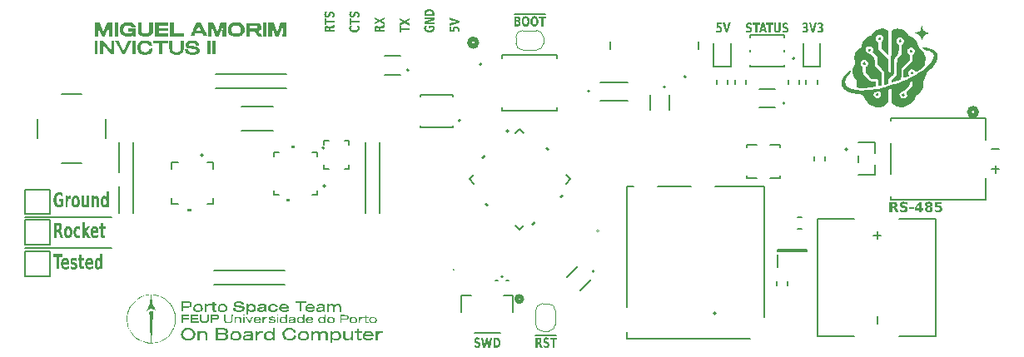
<source format=gbr>
%TF.GenerationSoftware,KiCad,Pcbnew,9.0.2+1*%
%TF.CreationDate,2025-05-31T23:41:05+01:00*%
%TF.ProjectId,OBC,4f42432e-6b69-4636-9164-5f7063625858,rev?*%
%TF.SameCoordinates,Original*%
%TF.FileFunction,Legend,Top*%
%TF.FilePolarity,Positive*%
%FSLAX45Y45*%
G04 Gerber Fmt 4.5, Leading zero omitted, Abs format (unit mm)*
G04 Created by KiCad (PCBNEW 9.0.2+1) date 2025-05-31 23:41:05*
%MOMM*%
%LPD*%
G01*
G04 APERTURE LIST*
%ADD10C,0.150000*%
%ADD11C,0.240000*%
%ADD12C,0.200000*%
%ADD13C,0.140000*%
%ADD14C,0.152400*%
%ADD15C,0.000000*%
%ADD16C,0.508000*%
%ADD17C,0.127000*%
%ADD18C,0.100000*%
%ADD19C,0.400000*%
%ADD20C,0.120000*%
G04 APERTURE END LIST*
D10*
X10090000Y-8845000D02*
X10340000Y-8845000D01*
X10340000Y-9095000D01*
X10090000Y-9095000D01*
X10090000Y-8845000D01*
X10090000Y-8815000D02*
X10965000Y-8815000D01*
X10090000Y-9165000D02*
X10340000Y-9165000D01*
X10340000Y-9415000D01*
X10090000Y-9415000D01*
X10090000Y-9165000D01*
X10087500Y-9130000D02*
X10965000Y-9130000D01*
X10090000Y-8535000D02*
X10340000Y-8535000D01*
X10340000Y-8785000D01*
X10090000Y-8785000D01*
X10090000Y-8535000D01*
D11*
G36*
X10433431Y-8873153D02*
G01*
X10441555Y-8875282D01*
X10447809Y-8878454D01*
X10452554Y-8882476D01*
X10456550Y-8888059D01*
X10459448Y-8895027D01*
X10461284Y-8903674D01*
X10461945Y-8914441D01*
X10461357Y-8924278D01*
X10459702Y-8932439D01*
X10457060Y-8939253D01*
X10453419Y-8944953D01*
X10448595Y-8949730D01*
X10442345Y-8953551D01*
X10445774Y-8955281D01*
X10448980Y-8958050D01*
X10452011Y-8961959D01*
X10456029Y-8969569D01*
X10460651Y-8981807D01*
X10474927Y-9025358D01*
X10446918Y-9025358D01*
X10434486Y-8987256D01*
X10431704Y-8979767D01*
X10429176Y-8974720D01*
X10426872Y-8971539D01*
X10424162Y-8969288D01*
X10420790Y-8967847D01*
X10416589Y-8967326D01*
X10409140Y-8967326D01*
X10409140Y-9025358D01*
X10382841Y-9025358D01*
X10382841Y-8939775D01*
X10409140Y-8939775D01*
X10420210Y-8939775D01*
X10425666Y-8939158D01*
X10429471Y-8937558D01*
X10432056Y-8935232D01*
X10433950Y-8931815D01*
X10435184Y-8926992D01*
X10435646Y-8920276D01*
X10435183Y-8913637D01*
X10433950Y-8908889D01*
X10432056Y-8905539D01*
X10429477Y-8903264D01*
X10425671Y-8901694D01*
X10420210Y-8901087D01*
X10409140Y-8901087D01*
X10409140Y-8939775D01*
X10382841Y-8939775D01*
X10382841Y-8872364D01*
X10423013Y-8872364D01*
X10433431Y-8873153D01*
G37*
G36*
X10533925Y-8908260D02*
G01*
X10540872Y-8910317D01*
X10546912Y-8913581D01*
X10552175Y-8917990D01*
X10556760Y-8923555D01*
X10560653Y-8930241D01*
X10563710Y-8937862D01*
X10565957Y-8946553D01*
X10567366Y-8956497D01*
X10567861Y-8967912D01*
X10567366Y-8979328D01*
X10565957Y-8989271D01*
X10563710Y-8997962D01*
X10560653Y-9005584D01*
X10556760Y-9012270D01*
X10552175Y-9017834D01*
X10546912Y-9022243D01*
X10540872Y-9025507D01*
X10533925Y-9027564D01*
X10525919Y-9028289D01*
X10517884Y-9027565D01*
X10510909Y-9025507D01*
X10504842Y-9022243D01*
X10499553Y-9017834D01*
X10494942Y-9012270D01*
X10491023Y-9005578D01*
X10487947Y-8997954D01*
X10485688Y-8989263D01*
X10484272Y-8979322D01*
X10483774Y-8967912D01*
X10509249Y-8967912D01*
X10509799Y-8978757D01*
X10511280Y-8986979D01*
X10513517Y-8993155D01*
X10516746Y-8997971D01*
X10520792Y-9000880D01*
X10525919Y-9001911D01*
X10530950Y-9000885D01*
X10534940Y-8997981D01*
X10538143Y-8993155D01*
X10540363Y-8986983D01*
X10541834Y-8978761D01*
X10542380Y-8967912D01*
X10541834Y-8957064D01*
X10540363Y-8948841D01*
X10538143Y-8942670D01*
X10534940Y-8937843D01*
X10530950Y-8934939D01*
X10525919Y-8933914D01*
X10520792Y-8934944D01*
X10516746Y-8937854D01*
X10513517Y-8942670D01*
X10511280Y-8948845D01*
X10509799Y-8957068D01*
X10509249Y-8967912D01*
X10483774Y-8967912D01*
X10484272Y-8956502D01*
X10485688Y-8946562D01*
X10487947Y-8937870D01*
X10491023Y-8930246D01*
X10494942Y-8923555D01*
X10499553Y-8917991D01*
X10504842Y-8913581D01*
X10510909Y-8910317D01*
X10517884Y-8908260D01*
X10525919Y-8907535D01*
X10533925Y-8908260D01*
G37*
G36*
X10647466Y-8913983D02*
G01*
X10647466Y-8943879D01*
X10642386Y-8939395D01*
X10637458Y-8936359D01*
X10632358Y-8934528D01*
X10627041Y-8933914D01*
X10621960Y-8934535D01*
X10617702Y-8936284D01*
X10614114Y-8939064D01*
X10611086Y-8942880D01*
X10608019Y-8949344D01*
X10606083Y-8957524D01*
X10605383Y-8967912D01*
X10606083Y-8978300D01*
X10608019Y-8986484D01*
X10611086Y-8992953D01*
X10614114Y-8996765D01*
X10617701Y-8999543D01*
X10621960Y-9001290D01*
X10627041Y-9001911D01*
X10632672Y-9001275D01*
X10637934Y-8999401D01*
X10642892Y-8996282D01*
X10647466Y-8991946D01*
X10647466Y-9021841D01*
X10641670Y-9024668D01*
X10635816Y-9026677D01*
X10629895Y-9027887D01*
X10623970Y-9028289D01*
X10615545Y-9027562D01*
X10608240Y-9025500D01*
X10601898Y-9022236D01*
X10596383Y-9017843D01*
X10591589Y-9012325D01*
X10587473Y-9005611D01*
X10584255Y-8997970D01*
X10581900Y-8989270D01*
X10580425Y-8979326D01*
X10579908Y-8967912D01*
X10580425Y-8956498D01*
X10581900Y-8946555D01*
X10584255Y-8937857D01*
X10587473Y-8930219D01*
X10591589Y-8923509D01*
X10596383Y-8917987D01*
X10601898Y-8913591D01*
X10608241Y-8910326D01*
X10615546Y-8908263D01*
X10623970Y-8907535D01*
X10629944Y-8907940D01*
X10635816Y-8909147D01*
X10641621Y-8911150D01*
X10647466Y-8913983D01*
G37*
G36*
X10668587Y-8865916D02*
G01*
X10693042Y-8865916D01*
X10693042Y-8952626D01*
X10721191Y-8910466D01*
X10749608Y-8910466D01*
X10712239Y-8963195D01*
X10752545Y-9025358D01*
X10722894Y-9025358D01*
X10693042Y-8977456D01*
X10693042Y-9025358D01*
X10668587Y-9025358D01*
X10668587Y-8865916D01*
G37*
G36*
X10801799Y-8908248D02*
G01*
X10808188Y-8910291D01*
X10813859Y-8913572D01*
X10818914Y-8918067D01*
X10823431Y-8923820D01*
X10827250Y-8930604D01*
X10830238Y-8938211D01*
X10832421Y-8946757D01*
X10833782Y-8956399D01*
X10834257Y-8967326D01*
X10834257Y-8977877D01*
X10777080Y-8977877D01*
X10778238Y-8986089D01*
X10780325Y-8992403D01*
X10783296Y-8997221D01*
X10787080Y-9000648D01*
X10791946Y-9002861D01*
X10798188Y-9003669D01*
X10805916Y-9002815D01*
X10814003Y-9000180D01*
X10822054Y-8995889D01*
X10830636Y-8989601D01*
X10830636Y-9017738D01*
X10821902Y-9022345D01*
X10813282Y-9025624D01*
X10804590Y-9027626D01*
X10795935Y-9028289D01*
X10787469Y-9027562D01*
X10780159Y-9025505D01*
X10773843Y-9022257D01*
X10768380Y-9017894D01*
X10763658Y-9012425D01*
X10759617Y-9005772D01*
X10756448Y-8998158D01*
X10754122Y-8989444D01*
X10752662Y-8979440D01*
X10752148Y-8967912D01*
X10752648Y-8956608D01*
X10752878Y-8955016D01*
X10777354Y-8955016D01*
X10809118Y-8955016D01*
X10808636Y-8948412D01*
X10807271Y-8942974D01*
X10805051Y-8938447D01*
X10802113Y-8934991D01*
X10798627Y-8932891D01*
X10794433Y-8932155D01*
X10789842Y-8932857D01*
X10786049Y-8934841D01*
X10782886Y-8938044D01*
X10780377Y-8942370D01*
X10778521Y-8947929D01*
X10777354Y-8955016D01*
X10752878Y-8955016D01*
X10754076Y-8946725D01*
X10756357Y-8938047D01*
X10759472Y-8930400D01*
X10763451Y-8923655D01*
X10768120Y-8918046D01*
X10773455Y-8913607D01*
X10779554Y-8910326D01*
X10786542Y-8908261D01*
X10794567Y-8907535D01*
X10801799Y-8908248D01*
G37*
G36*
X10879460Y-8878226D02*
G01*
X10879460Y-8910466D01*
X10904666Y-8910466D01*
X10904666Y-8936844D01*
X10879460Y-8936844D01*
X10879460Y-8985388D01*
X10879755Y-8990625D01*
X10880503Y-8994039D01*
X10881573Y-8996168D01*
X10884292Y-8998117D01*
X10889975Y-8998980D01*
X10902547Y-8998980D01*
X10902547Y-9025358D01*
X10881573Y-9025358D01*
X10874149Y-9024650D01*
X10868482Y-9022751D01*
X10864211Y-9019912D01*
X10861044Y-9016263D01*
X10858620Y-9011503D01*
X10856733Y-9005080D01*
X10855470Y-8996556D01*
X10854999Y-8985388D01*
X10854999Y-8936844D01*
X10842842Y-8936844D01*
X10842842Y-8910466D01*
X10854999Y-8910466D01*
X10854999Y-8878226D01*
X10879460Y-8878226D01*
G37*
D10*
G36*
X14401004Y-6928881D02*
G01*
X14401004Y-6879852D01*
X14420153Y-6879852D01*
X14420153Y-6913155D01*
X14435931Y-6913155D01*
X14434667Y-6908621D01*
X14434221Y-6903881D01*
X14434884Y-6896873D01*
X14436738Y-6891037D01*
X14439648Y-6886169D01*
X14443570Y-6882110D01*
X14448568Y-6878772D01*
X14454448Y-6876360D01*
X14461385Y-6874853D01*
X14469624Y-6874320D01*
X14476209Y-6874687D01*
X14481978Y-6875740D01*
X14487065Y-6877435D01*
X14491574Y-6879773D01*
X14495575Y-6882801D01*
X14499490Y-6887184D01*
X14502414Y-6892447D01*
X14504284Y-6898762D01*
X14504954Y-6906340D01*
X14504542Y-6912813D01*
X14503305Y-6919222D01*
X14501248Y-6925549D01*
X14498310Y-6931903D01*
X14477599Y-6931903D01*
X14481793Y-6925659D01*
X14484633Y-6920042D01*
X14486416Y-6914480D01*
X14486978Y-6909463D01*
X14486400Y-6904804D01*
X14484801Y-6901108D01*
X14482288Y-6898170D01*
X14478835Y-6895898D01*
X14474674Y-6894526D01*
X14469587Y-6894044D01*
X14464457Y-6894528D01*
X14460289Y-6895902D01*
X14456856Y-6898170D01*
X14454361Y-6901106D01*
X14452772Y-6904802D01*
X14452197Y-6909463D01*
X14452543Y-6913773D01*
X14453632Y-6918536D01*
X14455398Y-6923398D01*
X14458059Y-6928881D01*
X14401004Y-6928881D01*
G37*
G36*
X14401004Y-6866434D02*
G01*
X14401004Y-6846609D01*
X14476286Y-6826317D01*
X14401004Y-6806080D01*
X14401004Y-6786255D01*
X14503000Y-6814584D01*
X14503000Y-6838100D01*
X14401004Y-6866434D01*
G37*
G36*
X17119840Y-6837004D02*
G01*
X17168868Y-6837004D01*
X17168868Y-6856153D01*
X17135566Y-6856153D01*
X17135566Y-6871931D01*
X17140100Y-6870667D01*
X17144840Y-6870221D01*
X17151847Y-6870884D01*
X17157684Y-6872738D01*
X17162552Y-6875647D01*
X17166611Y-6879569D01*
X17169949Y-6884568D01*
X17172360Y-6890448D01*
X17173868Y-6897385D01*
X17174401Y-6905624D01*
X17174033Y-6912209D01*
X17172981Y-6917978D01*
X17171286Y-6923065D01*
X17168947Y-6927574D01*
X17165919Y-6931575D01*
X17161537Y-6935490D01*
X17156274Y-6938414D01*
X17149959Y-6940284D01*
X17142380Y-6940954D01*
X17135908Y-6940542D01*
X17129498Y-6939305D01*
X17123171Y-6937248D01*
X17116817Y-6934310D01*
X17116817Y-6913599D01*
X17123062Y-6917793D01*
X17128678Y-6920633D01*
X17134240Y-6922416D01*
X17139257Y-6922977D01*
X17143917Y-6922399D01*
X17147613Y-6920801D01*
X17150550Y-6918288D01*
X17152823Y-6914835D01*
X17154195Y-6910674D01*
X17154676Y-6905587D01*
X17154193Y-6900457D01*
X17152819Y-6896289D01*
X17150550Y-6892856D01*
X17147614Y-6890360D01*
X17143919Y-6888772D01*
X17139257Y-6888197D01*
X17134948Y-6888543D01*
X17130185Y-6889632D01*
X17125323Y-6891398D01*
X17119840Y-6894059D01*
X17119840Y-6837004D01*
G37*
G36*
X17182287Y-6837004D02*
G01*
X17202111Y-6837004D01*
X17222403Y-6912286D01*
X17242640Y-6837004D01*
X17262465Y-6837004D01*
X17234136Y-6939000D01*
X17210620Y-6939000D01*
X17182287Y-6837004D01*
G37*
G36*
X13741000Y-6882311D02*
G01*
X13715599Y-6891635D01*
X13710606Y-6893722D01*
X13707241Y-6895618D01*
X13705121Y-6897346D01*
X13703620Y-6899378D01*
X13702659Y-6901907D01*
X13702312Y-6905058D01*
X13702312Y-6910645D01*
X13741000Y-6910645D01*
X13741000Y-6930369D01*
X13639004Y-6930369D01*
X13639004Y-6902342D01*
X13658153Y-6902342D01*
X13658153Y-6910645D01*
X13683945Y-6910645D01*
X13683945Y-6902342D01*
X13683533Y-6898251D01*
X13682466Y-6895396D01*
X13680916Y-6893458D01*
X13678638Y-6892037D01*
X13675422Y-6891112D01*
X13670945Y-6890765D01*
X13666519Y-6891112D01*
X13663354Y-6892037D01*
X13661120Y-6893458D01*
X13659604Y-6895392D01*
X13658557Y-6898246D01*
X13658153Y-6902342D01*
X13639004Y-6902342D01*
X13639004Y-6900240D01*
X13639530Y-6892427D01*
X13640949Y-6886333D01*
X13643064Y-6881643D01*
X13645745Y-6878084D01*
X13649467Y-6875087D01*
X13654112Y-6872914D01*
X13659877Y-6871537D01*
X13667055Y-6871041D01*
X13673613Y-6871482D01*
X13679054Y-6872724D01*
X13683597Y-6874705D01*
X13687396Y-6877436D01*
X13690581Y-6881054D01*
X13693128Y-6885741D01*
X13694282Y-6883170D01*
X13696128Y-6880765D01*
X13698734Y-6878492D01*
X13703807Y-6875478D01*
X13711966Y-6872012D01*
X13741000Y-6861305D01*
X13741000Y-6882311D01*
G37*
G36*
X13688946Y-6806923D02*
G01*
X13741000Y-6780384D01*
X13741000Y-6800928D01*
X13706159Y-6818807D01*
X13741000Y-6836534D01*
X13741000Y-6857183D01*
X13688946Y-6830645D01*
X13639004Y-6856157D01*
X13639004Y-6835559D01*
X13671867Y-6818807D01*
X13639004Y-6802105D01*
X13639004Y-6781405D01*
X13688946Y-6806923D01*
G37*
G36*
X17474864Y-6840130D02*
G01*
X17474864Y-6861624D01*
X17468553Y-6858356D01*
X17462567Y-6856073D01*
X17456636Y-6854650D01*
X17451247Y-6854199D01*
X17446525Y-6854551D01*
X17443145Y-6855465D01*
X17440792Y-6856775D01*
X17438910Y-6858812D01*
X17437802Y-6861414D01*
X17437412Y-6864768D01*
X17437676Y-6867327D01*
X17438430Y-6869400D01*
X17439693Y-6871106D01*
X17442494Y-6873018D01*
X17447968Y-6875002D01*
X17456367Y-6877255D01*
X17462907Y-6879442D01*
X17467936Y-6881958D01*
X17471723Y-6884715D01*
X17474502Y-6887666D01*
X17476777Y-6891363D01*
X17478447Y-6895798D01*
X17479505Y-6901121D01*
X17479883Y-6907529D01*
X17479350Y-6915927D01*
X17477871Y-6922726D01*
X17475547Y-6928243D01*
X17472377Y-6932704D01*
X17468521Y-6936052D01*
X17463587Y-6938631D01*
X17457329Y-6940331D01*
X17449452Y-6940954D01*
X17442184Y-6940492D01*
X17434847Y-6939097D01*
X17427566Y-6936816D01*
X17420197Y-6933608D01*
X17420197Y-6911254D01*
X17427543Y-6915925D01*
X17434362Y-6919149D01*
X17441175Y-6921160D01*
X17447556Y-6921805D01*
X17451832Y-6921429D01*
X17455051Y-6920424D01*
X17457443Y-6918929D01*
X17459369Y-6916704D01*
X17460490Y-6914013D01*
X17460878Y-6910698D01*
X17460599Y-6907639D01*
X17459818Y-6905220D01*
X17458547Y-6903291D01*
X17455562Y-6901085D01*
X17449246Y-6898626D01*
X17441611Y-6896373D01*
X17435802Y-6894295D01*
X17431195Y-6891821D01*
X17427593Y-6889023D01*
X17424832Y-6885938D01*
X17422567Y-6882158D01*
X17420924Y-6877766D01*
X17419896Y-6872642D01*
X17419533Y-6866631D01*
X17420038Y-6859154D01*
X17421463Y-6852911D01*
X17423744Y-6847661D01*
X17426911Y-6843238D01*
X17430719Y-6839853D01*
X17435397Y-6837298D01*
X17441124Y-6835646D01*
X17448119Y-6835050D01*
X17454457Y-6835362D01*
X17461079Y-6836320D01*
X17467777Y-6837886D01*
X17474864Y-6840130D01*
G37*
G36*
X17488130Y-6837004D02*
G01*
X17558628Y-6837004D01*
X17558628Y-6856934D01*
X17533267Y-6856934D01*
X17533267Y-6939000D01*
X17513542Y-6939000D01*
X17513542Y-6856934D01*
X17488130Y-6856934D01*
X17488130Y-6837004D01*
G37*
G36*
X17631764Y-6939000D02*
G01*
X17611939Y-6939000D01*
X17607121Y-6920242D01*
X17576278Y-6920242D01*
X17571410Y-6939000D01*
X17551585Y-6939000D01*
X17562006Y-6901484D01*
X17581196Y-6901484D01*
X17602152Y-6901484D01*
X17591702Y-6860909D01*
X17581196Y-6901484D01*
X17562006Y-6901484D01*
X17579918Y-6837004D01*
X17603434Y-6837004D01*
X17631764Y-6939000D01*
G37*
G36*
X17624638Y-6837004D02*
G01*
X17695135Y-6837004D01*
X17695135Y-6856934D01*
X17669774Y-6856934D01*
X17669774Y-6939000D01*
X17650050Y-6939000D01*
X17650050Y-6856934D01*
X17624638Y-6856934D01*
X17624638Y-6837004D01*
G37*
G36*
X17705343Y-6837004D02*
G01*
X17725067Y-6837004D01*
X17725067Y-6898260D01*
X17725495Y-6906672D01*
X17726595Y-6912480D01*
X17728168Y-6916365D01*
X17730530Y-6919269D01*
X17733798Y-6921120D01*
X17738284Y-6921805D01*
X17741808Y-6921410D01*
X17744582Y-6920324D01*
X17746760Y-6918640D01*
X17748455Y-6916365D01*
X17750028Y-6912480D01*
X17751128Y-6906672D01*
X17751556Y-6898260D01*
X17751556Y-6837004D01*
X17771284Y-6837004D01*
X17771284Y-6898260D01*
X17770899Y-6907130D01*
X17769820Y-6914578D01*
X17768140Y-6920822D01*
X17765910Y-6926048D01*
X17763137Y-6930402D01*
X17759805Y-6933967D01*
X17755785Y-6936855D01*
X17750961Y-6939041D01*
X17745185Y-6940449D01*
X17738289Y-6940954D01*
X17731415Y-6940450D01*
X17725655Y-6939043D01*
X17720840Y-6936857D01*
X17716823Y-6933970D01*
X17713490Y-6930402D01*
X17710718Y-6926048D01*
X17708487Y-6920822D01*
X17706807Y-6914578D01*
X17705729Y-6907130D01*
X17705343Y-6898260D01*
X17705343Y-6837004D01*
G37*
G36*
X17843792Y-6840130D02*
G01*
X17843792Y-6861624D01*
X17837481Y-6858356D01*
X17831496Y-6856073D01*
X17825565Y-6854650D01*
X17820176Y-6854199D01*
X17815454Y-6854551D01*
X17812074Y-6855465D01*
X17809720Y-6856775D01*
X17807839Y-6858812D01*
X17806731Y-6861414D01*
X17806341Y-6864768D01*
X17806605Y-6867327D01*
X17807358Y-6869400D01*
X17808621Y-6871106D01*
X17811423Y-6873018D01*
X17816897Y-6875002D01*
X17825296Y-6877255D01*
X17831836Y-6879442D01*
X17836864Y-6881958D01*
X17840652Y-6884715D01*
X17843431Y-6887666D01*
X17845706Y-6891363D01*
X17847376Y-6895798D01*
X17848434Y-6901121D01*
X17848812Y-6907529D01*
X17848279Y-6915927D01*
X17846800Y-6922726D01*
X17844476Y-6928243D01*
X17841306Y-6932704D01*
X17837450Y-6936052D01*
X17832516Y-6938631D01*
X17826258Y-6940331D01*
X17818380Y-6940954D01*
X17811112Y-6940492D01*
X17803776Y-6939097D01*
X17796495Y-6936816D01*
X17789126Y-6933608D01*
X17789126Y-6911254D01*
X17796472Y-6915925D01*
X17803291Y-6919149D01*
X17810104Y-6921160D01*
X17816484Y-6921805D01*
X17820760Y-6921429D01*
X17823980Y-6920424D01*
X17826372Y-6918929D01*
X17828298Y-6916704D01*
X17829419Y-6914013D01*
X17829806Y-6910698D01*
X17829528Y-6907639D01*
X17828747Y-6905220D01*
X17827475Y-6903291D01*
X17824491Y-6901085D01*
X17818174Y-6898626D01*
X17810540Y-6896373D01*
X17804730Y-6894295D01*
X17800123Y-6891821D01*
X17796522Y-6889023D01*
X17793761Y-6885938D01*
X17791496Y-6882158D01*
X17789852Y-6877766D01*
X17788825Y-6872642D01*
X17788462Y-6866631D01*
X17788967Y-6859154D01*
X17790392Y-6852911D01*
X17792672Y-6847661D01*
X17795840Y-6843238D01*
X17799648Y-6839853D01*
X17804325Y-6837298D01*
X17810053Y-6835646D01*
X17817048Y-6835050D01*
X17823386Y-6835362D01*
X17830008Y-6836320D01*
X17836705Y-6837886D01*
X17843792Y-6840130D01*
G37*
G36*
X15100539Y-6772516D02*
G01*
X15106917Y-6773885D01*
X15111740Y-6775904D01*
X15115323Y-6778428D01*
X15118380Y-6782013D01*
X15120582Y-6786494D01*
X15121972Y-6792059D01*
X15122472Y-6798999D01*
X15122162Y-6803860D01*
X15121280Y-6808045D01*
X15119857Y-6811675D01*
X15117893Y-6814811D01*
X15115395Y-6817390D01*
X15112278Y-6819430D01*
X15116261Y-6821581D01*
X15119503Y-6824598D01*
X15122115Y-6828516D01*
X15124011Y-6833135D01*
X15125187Y-6838496D01*
X15125600Y-6844770D01*
X15125084Y-6851999D01*
X15123638Y-6857909D01*
X15121330Y-6862771D01*
X15118117Y-6866764D01*
X15114325Y-6869673D01*
X15109442Y-6871941D01*
X15103221Y-6873446D01*
X15095370Y-6874000D01*
X15062631Y-6874000D01*
X15062631Y-6856024D01*
X15082355Y-6856024D01*
X15093937Y-6856024D01*
X15097831Y-6855593D01*
X15100734Y-6854440D01*
X15102876Y-6852696D01*
X15104491Y-6850209D01*
X15105506Y-6846938D01*
X15105876Y-6842633D01*
X15105511Y-6838421D01*
X15104507Y-6835206D01*
X15102903Y-6832747D01*
X15100777Y-6831024D01*
X15097868Y-6829879D01*
X15093937Y-6829450D01*
X15082355Y-6829450D01*
X15082355Y-6856024D01*
X15062631Y-6856024D01*
X15062631Y-6811474D01*
X15082355Y-6811474D01*
X15093268Y-6811474D01*
X15096316Y-6811126D01*
X15098616Y-6810188D01*
X15100339Y-6808757D01*
X15101641Y-6806734D01*
X15102454Y-6804119D01*
X15102748Y-6800727D01*
X15102456Y-6797380D01*
X15101644Y-6794774D01*
X15100339Y-6792734D01*
X15098613Y-6791282D01*
X15096313Y-6790332D01*
X15093268Y-6789980D01*
X15082355Y-6789980D01*
X15082355Y-6811474D01*
X15062631Y-6811474D01*
X15062631Y-6772004D01*
X15092247Y-6772004D01*
X15100539Y-6772516D01*
G37*
G36*
X15185032Y-6770680D02*
G01*
X15191515Y-6772474D01*
X15197177Y-6775331D01*
X15202137Y-6779210D01*
X15206484Y-6784137D01*
X15210131Y-6789977D01*
X15213009Y-6796649D01*
X15215131Y-6804272D01*
X15216465Y-6813005D01*
X15216934Y-6823039D01*
X15216466Y-6833038D01*
X15215133Y-6841750D01*
X15213012Y-6849361D01*
X15210133Y-6856029D01*
X15206484Y-6861873D01*
X15202138Y-6866798D01*
X15197178Y-6870675D01*
X15191515Y-6873531D01*
X15185032Y-6875324D01*
X15177587Y-6875954D01*
X15170167Y-6875325D01*
X15163698Y-6873534D01*
X15158040Y-6870680D01*
X15153075Y-6866801D01*
X15148717Y-6861873D01*
X15145057Y-6856027D01*
X15142171Y-6849358D01*
X15140045Y-6841747D01*
X15138709Y-6833036D01*
X15138239Y-6823039D01*
X15158632Y-6823039D01*
X15158994Y-6831166D01*
X15159998Y-6837877D01*
X15161550Y-6843403D01*
X15163601Y-6847939D01*
X15166331Y-6851810D01*
X15169505Y-6854539D01*
X15173210Y-6856217D01*
X15177587Y-6856805D01*
X15181993Y-6856216D01*
X15185716Y-6854536D01*
X15188898Y-6851806D01*
X15191628Y-6847939D01*
X15193678Y-6843403D01*
X15195231Y-6837877D01*
X15196235Y-6831166D01*
X15196596Y-6823039D01*
X15196234Y-6814870D01*
X15195229Y-6808137D01*
X15193676Y-6802603D01*
X15191628Y-6798071D01*
X15188898Y-6794202D01*
X15185716Y-6791469D01*
X15181992Y-6789789D01*
X15177587Y-6789199D01*
X15173211Y-6789787D01*
X15169505Y-6791466D01*
X15166331Y-6794198D01*
X15163601Y-6798071D01*
X15161552Y-6802603D01*
X15159999Y-6808137D01*
X15158994Y-6814870D01*
X15158632Y-6823039D01*
X15138239Y-6823039D01*
X15138709Y-6813007D01*
X15140046Y-6804275D01*
X15142174Y-6796652D01*
X15145059Y-6789979D01*
X15148717Y-6784137D01*
X15153075Y-6779206D01*
X15158040Y-6775326D01*
X15163698Y-6772471D01*
X15170167Y-6770679D01*
X15177587Y-6770050D01*
X15185032Y-6770680D01*
G37*
G36*
X15274278Y-6770680D02*
G01*
X15280761Y-6772474D01*
X15286424Y-6775331D01*
X15291384Y-6779210D01*
X15295730Y-6784137D01*
X15299377Y-6789977D01*
X15302255Y-6796649D01*
X15304378Y-6804272D01*
X15305712Y-6813005D01*
X15306181Y-6823039D01*
X15305712Y-6833038D01*
X15304379Y-6841750D01*
X15302258Y-6849361D01*
X15299380Y-6856029D01*
X15295730Y-6861873D01*
X15291384Y-6866798D01*
X15286424Y-6870675D01*
X15280762Y-6873531D01*
X15274279Y-6875324D01*
X15266833Y-6875954D01*
X15259414Y-6875325D01*
X15252944Y-6873534D01*
X15247286Y-6870680D01*
X15242321Y-6866801D01*
X15237964Y-6861873D01*
X15234303Y-6856027D01*
X15231417Y-6849358D01*
X15229291Y-6841747D01*
X15227955Y-6833036D01*
X15227486Y-6823039D01*
X15247878Y-6823039D01*
X15248240Y-6831166D01*
X15249244Y-6837877D01*
X15250797Y-6843403D01*
X15252847Y-6847939D01*
X15255577Y-6851810D01*
X15258751Y-6854539D01*
X15262457Y-6856217D01*
X15266833Y-6856805D01*
X15271239Y-6856216D01*
X15274962Y-6854536D01*
X15278144Y-6851806D01*
X15280874Y-6847939D01*
X15282924Y-6843403D01*
X15284477Y-6837877D01*
X15285481Y-6831166D01*
X15285843Y-6823039D01*
X15285480Y-6814870D01*
X15284475Y-6808137D01*
X15282923Y-6802603D01*
X15280874Y-6798071D01*
X15278144Y-6794202D01*
X15274962Y-6791469D01*
X15271239Y-6789789D01*
X15266833Y-6789199D01*
X15262457Y-6789787D01*
X15258751Y-6791466D01*
X15255577Y-6794198D01*
X15252847Y-6798071D01*
X15250799Y-6802603D01*
X15249246Y-6808137D01*
X15248241Y-6814870D01*
X15247878Y-6823039D01*
X15227486Y-6823039D01*
X15227955Y-6813007D01*
X15229293Y-6804275D01*
X15231420Y-6796652D01*
X15234306Y-6789979D01*
X15237964Y-6784137D01*
X15242322Y-6779206D01*
X15247286Y-6775326D01*
X15252945Y-6772471D01*
X15259414Y-6770679D01*
X15266833Y-6770050D01*
X15274278Y-6770680D01*
G37*
G36*
X15312020Y-6772004D02*
G01*
X15382517Y-6772004D01*
X15382517Y-6791934D01*
X15357156Y-6791934D01*
X15357156Y-6874000D01*
X15337431Y-6874000D01*
X15337431Y-6791934D01*
X15312020Y-6791934D01*
X15312020Y-6772004D01*
G37*
X15060500Y-6751000D02*
X15375594Y-6751000D01*
D12*
G36*
X18928431Y-8661530D02*
G01*
X18936555Y-8662949D01*
X18942809Y-8665064D01*
X18947554Y-8667745D01*
X18951550Y-8671468D01*
X18954448Y-8676112D01*
X18956284Y-8681877D01*
X18956945Y-8689055D01*
X18956357Y-8695613D01*
X18954702Y-8701054D01*
X18952060Y-8705597D01*
X18948419Y-8709397D01*
X18943595Y-8712581D01*
X18937345Y-8715128D01*
X18940774Y-8716282D01*
X18943980Y-8718128D01*
X18947011Y-8720734D01*
X18951029Y-8725807D01*
X18955651Y-8733966D01*
X18969927Y-8763000D01*
X18941918Y-8763000D01*
X18929486Y-8737599D01*
X18926704Y-8732606D01*
X18924176Y-8729241D01*
X18921872Y-8727121D01*
X18919162Y-8725620D01*
X18915790Y-8724659D01*
X18911589Y-8724312D01*
X18904140Y-8724312D01*
X18904140Y-8763000D01*
X18877841Y-8763000D01*
X18877841Y-8705945D01*
X18904140Y-8705945D01*
X18915210Y-8705945D01*
X18920666Y-8705533D01*
X18924471Y-8704466D01*
X18927056Y-8702916D01*
X18928950Y-8700638D01*
X18930184Y-8697422D01*
X18930646Y-8692945D01*
X18930183Y-8688519D01*
X18928950Y-8685354D01*
X18927056Y-8683120D01*
X18924477Y-8681604D01*
X18920671Y-8680557D01*
X18915210Y-8680153D01*
X18904140Y-8680153D01*
X18904140Y-8705945D01*
X18877841Y-8705945D01*
X18877841Y-8661004D01*
X18918013Y-8661004D01*
X18928431Y-8661530D01*
G37*
G36*
X19056578Y-8664130D02*
G01*
X19056578Y-8685624D01*
X19048163Y-8682356D01*
X19040183Y-8680073D01*
X19032275Y-8678650D01*
X19025089Y-8678199D01*
X19018793Y-8678551D01*
X19014286Y-8679465D01*
X19011149Y-8680776D01*
X19008640Y-8682813D01*
X19007162Y-8685414D01*
X19006643Y-8688768D01*
X19006994Y-8691327D01*
X19007999Y-8693400D01*
X19009683Y-8695107D01*
X19013419Y-8697018D01*
X19020717Y-8699002D01*
X19031916Y-8701255D01*
X19040636Y-8703442D01*
X19047341Y-8705958D01*
X19052390Y-8708716D01*
X19056096Y-8711666D01*
X19059129Y-8715363D01*
X19061356Y-8719798D01*
X19062767Y-8725121D01*
X19063270Y-8731529D01*
X19062560Y-8739927D01*
X19060588Y-8746727D01*
X19057489Y-8752244D01*
X19053262Y-8756705D01*
X19048122Y-8760052D01*
X19041543Y-8762631D01*
X19033199Y-8764331D01*
X19022695Y-8764954D01*
X19013005Y-8764493D01*
X19003223Y-8763098D01*
X18993515Y-8760816D01*
X18983690Y-8757608D01*
X18983690Y-8735254D01*
X18993484Y-8739925D01*
X19002576Y-8743149D01*
X19011660Y-8745160D01*
X19020167Y-8745805D01*
X19025869Y-8745429D01*
X19030162Y-8744424D01*
X19033350Y-8742929D01*
X19035919Y-8740704D01*
X19037413Y-8738014D01*
X19037930Y-8734698D01*
X19037559Y-8731639D01*
X19036517Y-8729220D01*
X19034822Y-8727292D01*
X19030843Y-8725085D01*
X19022421Y-8722627D01*
X19012242Y-8720374D01*
X19004495Y-8718295D01*
X18998353Y-8715821D01*
X18993551Y-8713023D01*
X18989869Y-8709938D01*
X18986850Y-8706158D01*
X18984658Y-8701766D01*
X18983288Y-8696643D01*
X18982804Y-8690631D01*
X18983478Y-8683154D01*
X18985378Y-8676911D01*
X18988418Y-8671661D01*
X18992641Y-8667238D01*
X18997718Y-8663854D01*
X19003955Y-8661299D01*
X19011592Y-8659647D01*
X19020919Y-8659050D01*
X19029370Y-8659363D01*
X19038199Y-8660320D01*
X19047129Y-8661886D01*
X19056578Y-8664130D01*
G37*
G36*
X19081167Y-8712979D02*
G01*
X19124068Y-8712979D01*
X19124068Y-8732909D01*
X19081167Y-8732909D01*
X19081167Y-8712979D01*
G37*
G36*
X19207990Y-8725484D02*
G01*
X19222541Y-8725484D01*
X19222541Y-8744633D01*
X19207990Y-8744633D01*
X19207990Y-8763000D01*
X19183120Y-8763000D01*
X19183120Y-8744633D01*
X19137899Y-8744633D01*
X19137899Y-8725484D01*
X19154293Y-8725484D01*
X19183120Y-8725484D01*
X19183120Y-8682705D01*
X19154293Y-8725484D01*
X19137899Y-8725484D01*
X19137899Y-8722028D01*
X19178748Y-8661004D01*
X19207990Y-8661004D01*
X19207990Y-8725484D01*
G37*
G36*
X19287204Y-8659556D02*
G01*
X19294854Y-8660943D01*
X19300986Y-8663052D01*
X19305864Y-8665785D01*
X19310062Y-8669523D01*
X19313026Y-8673952D01*
X19314855Y-8679209D01*
X19315500Y-8685514D01*
X19314941Y-8691137D01*
X19313345Y-8695913D01*
X19310749Y-8700016D01*
X19307250Y-8703426D01*
X19302648Y-8706308D01*
X19296718Y-8708632D01*
X19303344Y-8711072D01*
X19308482Y-8714194D01*
X19312392Y-8717962D01*
X19315277Y-8722526D01*
X19317059Y-8727891D01*
X19317686Y-8734265D01*
X19316994Y-8741710D01*
X19315047Y-8747855D01*
X19311937Y-8752959D01*
X19307611Y-8757199D01*
X19302464Y-8760355D01*
X19295971Y-8762781D01*
X19287839Y-8764373D01*
X19277722Y-8764954D01*
X19267573Y-8764373D01*
X19259408Y-8762782D01*
X19252879Y-8760356D01*
X19247698Y-8757199D01*
X19243340Y-8752955D01*
X19240210Y-8747848D01*
X19238252Y-8741706D01*
X19237556Y-8734265D01*
X19237686Y-8732946D01*
X19262426Y-8732946D01*
X19262917Y-8737829D01*
X19264267Y-8741603D01*
X19266389Y-8744523D01*
X19269272Y-8746682D01*
X19272971Y-8748046D01*
X19277728Y-8748541D01*
X19282437Y-8748046D01*
X19286089Y-8746682D01*
X19288926Y-8744523D01*
X19291009Y-8741609D01*
X19292337Y-8737834D01*
X19292822Y-8732946D01*
X19292336Y-8728008D01*
X19291006Y-8724214D01*
X19288926Y-8721302D01*
X19286088Y-8719139D01*
X19282437Y-8717773D01*
X19277728Y-8717278D01*
X19272974Y-8717776D01*
X19269275Y-8719152D01*
X19266389Y-8721332D01*
X19264266Y-8724271D01*
X19262917Y-8728059D01*
X19262426Y-8732946D01*
X19237686Y-8732946D01*
X19238183Y-8727891D01*
X19239964Y-8722526D01*
X19242850Y-8717962D01*
X19246760Y-8714194D01*
X19251900Y-8711072D01*
X19258530Y-8708632D01*
X19252601Y-8706307D01*
X19248011Y-8703425D01*
X19244529Y-8700016D01*
X19241954Y-8695916D01*
X19240370Y-8691139D01*
X19240073Y-8688127D01*
X19264679Y-8688127D01*
X19265095Y-8692077D01*
X19266242Y-8695156D01*
X19268062Y-8697561D01*
X19270513Y-8699331D01*
X19273666Y-8700456D01*
X19277728Y-8700865D01*
X19281697Y-8700458D01*
X19284797Y-8699336D01*
X19287223Y-8697561D01*
X19289021Y-8695158D01*
X19290157Y-8692080D01*
X19290569Y-8688127D01*
X19290156Y-8684179D01*
X19289020Y-8681117D01*
X19287223Y-8678736D01*
X19284799Y-8676979D01*
X19281700Y-8675867D01*
X19277728Y-8675463D01*
X19273666Y-8675872D01*
X19270513Y-8676997D01*
X19268062Y-8678767D01*
X19266239Y-8681171D01*
X19265093Y-8684227D01*
X19264679Y-8688127D01*
X19240073Y-8688127D01*
X19239815Y-8685514D01*
X19240458Y-8679248D01*
X19242283Y-8674008D01*
X19245245Y-8669576D01*
X19249444Y-8665822D01*
X19254327Y-8663077D01*
X19260480Y-8660956D01*
X19268175Y-8659560D01*
X19277728Y-8659050D01*
X19287204Y-8659556D01*
G37*
G36*
X19341249Y-8661004D02*
G01*
X19406621Y-8661004D01*
X19406621Y-8680153D01*
X19362217Y-8680153D01*
X19362217Y-8695931D01*
X19368262Y-8694667D01*
X19374582Y-8694221D01*
X19383926Y-8694884D01*
X19391708Y-8696738D01*
X19398198Y-8699648D01*
X19403610Y-8703570D01*
X19408061Y-8708568D01*
X19411276Y-8714449D01*
X19413286Y-8721386D01*
X19413997Y-8729624D01*
X19413507Y-8736209D01*
X19412104Y-8741978D01*
X19409844Y-8747065D01*
X19406726Y-8751574D01*
X19402688Y-8755575D01*
X19396845Y-8759490D01*
X19389828Y-8762414D01*
X19381408Y-8764284D01*
X19371303Y-8764954D01*
X19362673Y-8764542D01*
X19354127Y-8763305D01*
X19345691Y-8761248D01*
X19337219Y-8758311D01*
X19337219Y-8737599D01*
X19345545Y-8741793D01*
X19353034Y-8744633D01*
X19360450Y-8746416D01*
X19367139Y-8746978D01*
X19373352Y-8746400D01*
X19378280Y-8744801D01*
X19382196Y-8742288D01*
X19385226Y-8738835D01*
X19387056Y-8734674D01*
X19387698Y-8729588D01*
X19387053Y-8724457D01*
X19385221Y-8720289D01*
X19382196Y-8716856D01*
X19378282Y-8714361D01*
X19373354Y-8712772D01*
X19367139Y-8712197D01*
X19361393Y-8712543D01*
X19355043Y-8713632D01*
X19348559Y-8715398D01*
X19341249Y-8718059D01*
X19341249Y-8661004D01*
G37*
D10*
G36*
X15317573Y-10041530D02*
G01*
X15323666Y-10042949D01*
X15328356Y-10045064D01*
X15331915Y-10047745D01*
X15334913Y-10051468D01*
X15337086Y-10056112D01*
X15338463Y-10061877D01*
X15338959Y-10069055D01*
X15338518Y-10075613D01*
X15337276Y-10081054D01*
X15335295Y-10085597D01*
X15332564Y-10089397D01*
X15328946Y-10092581D01*
X15324258Y-10095128D01*
X15326830Y-10096282D01*
X15329235Y-10098128D01*
X15331508Y-10100734D01*
X15334522Y-10105807D01*
X15337988Y-10113966D01*
X15348695Y-10143000D01*
X15327689Y-10143000D01*
X15318365Y-10117599D01*
X15316278Y-10112606D01*
X15314382Y-10109241D01*
X15312654Y-10107121D01*
X15310622Y-10105620D01*
X15308092Y-10104659D01*
X15304942Y-10104312D01*
X15299355Y-10104312D01*
X15299355Y-10143000D01*
X15279631Y-10143000D01*
X15279631Y-10085945D01*
X15299355Y-10085945D01*
X15307658Y-10085945D01*
X15311749Y-10085533D01*
X15314604Y-10084466D01*
X15316542Y-10082916D01*
X15317962Y-10080638D01*
X15318888Y-10077422D01*
X15319235Y-10072945D01*
X15318888Y-10068519D01*
X15317963Y-10065354D01*
X15316542Y-10063120D01*
X15314608Y-10061604D01*
X15311753Y-10060557D01*
X15307658Y-10060153D01*
X15299355Y-10060153D01*
X15299355Y-10085945D01*
X15279631Y-10085945D01*
X15279631Y-10041004D01*
X15309760Y-10041004D01*
X15317573Y-10041530D01*
G37*
G36*
X15413683Y-10044130D02*
G01*
X15413683Y-10065624D01*
X15407372Y-10062356D01*
X15401387Y-10060073D01*
X15395456Y-10058650D01*
X15390067Y-10058199D01*
X15385345Y-10058551D01*
X15381965Y-10059465D01*
X15379612Y-10060776D01*
X15377730Y-10062813D01*
X15376622Y-10065414D01*
X15376232Y-10068768D01*
X15376496Y-10071327D01*
X15377249Y-10073400D01*
X15378512Y-10075107D01*
X15381314Y-10077018D01*
X15386788Y-10079002D01*
X15395187Y-10081255D01*
X15401727Y-10083442D01*
X15406755Y-10085958D01*
X15410543Y-10088716D01*
X15413322Y-10091666D01*
X15415597Y-10095363D01*
X15417267Y-10099798D01*
X15418325Y-10105121D01*
X15418703Y-10111529D01*
X15418170Y-10119927D01*
X15416691Y-10126727D01*
X15414367Y-10132244D01*
X15411197Y-10136705D01*
X15407341Y-10140052D01*
X15402407Y-10142631D01*
X15396149Y-10144331D01*
X15388271Y-10144954D01*
X15381003Y-10144493D01*
X15373667Y-10143098D01*
X15366386Y-10140816D01*
X15359017Y-10137608D01*
X15359017Y-10115254D01*
X15366363Y-10119925D01*
X15373182Y-10123149D01*
X15379995Y-10125160D01*
X15386376Y-10125805D01*
X15390651Y-10125429D01*
X15393871Y-10124424D01*
X15396263Y-10122929D01*
X15398189Y-10120704D01*
X15399310Y-10118014D01*
X15399697Y-10114698D01*
X15399419Y-10111639D01*
X15398638Y-10109220D01*
X15397366Y-10107292D01*
X15394382Y-10105085D01*
X15388065Y-10102627D01*
X15380431Y-10100374D01*
X15374621Y-10098295D01*
X15370014Y-10095821D01*
X15366413Y-10093023D01*
X15363652Y-10089938D01*
X15361387Y-10086158D01*
X15359744Y-10081766D01*
X15358716Y-10076643D01*
X15358353Y-10070631D01*
X15358858Y-10063154D01*
X15360283Y-10056911D01*
X15362563Y-10051661D01*
X15365731Y-10047238D01*
X15369539Y-10043854D01*
X15374217Y-10041299D01*
X15379944Y-10039647D01*
X15386939Y-10039050D01*
X15393277Y-10039363D01*
X15399899Y-10040320D01*
X15406596Y-10041886D01*
X15413683Y-10044130D01*
G37*
G36*
X15426950Y-10041004D02*
G01*
X15497448Y-10041004D01*
X15497448Y-10060934D01*
X15472086Y-10060934D01*
X15472086Y-10143000D01*
X15452362Y-10143000D01*
X15452362Y-10060934D01*
X15426950Y-10060934D01*
X15426950Y-10041004D01*
G37*
X15277500Y-10020000D02*
X15490525Y-10020000D01*
G36*
X14711863Y-10044130D02*
G01*
X14711863Y-10065624D01*
X14705553Y-10062356D01*
X14699567Y-10060073D01*
X14693636Y-10058650D01*
X14688247Y-10058199D01*
X14683525Y-10058551D01*
X14680145Y-10059465D01*
X14677792Y-10060776D01*
X14675910Y-10062813D01*
X14674802Y-10065414D01*
X14674412Y-10068768D01*
X14674676Y-10071327D01*
X14675429Y-10073400D01*
X14676692Y-10075107D01*
X14679494Y-10077018D01*
X14684968Y-10079002D01*
X14693367Y-10081255D01*
X14699907Y-10083442D01*
X14704935Y-10085958D01*
X14708723Y-10088716D01*
X14711502Y-10091666D01*
X14713777Y-10095363D01*
X14715447Y-10099798D01*
X14716505Y-10105121D01*
X14716883Y-10111529D01*
X14716350Y-10119927D01*
X14714871Y-10126727D01*
X14712547Y-10132244D01*
X14709377Y-10136705D01*
X14705521Y-10140052D01*
X14700587Y-10142631D01*
X14694329Y-10144331D01*
X14686451Y-10144954D01*
X14679183Y-10144493D01*
X14671847Y-10143098D01*
X14664566Y-10140816D01*
X14657197Y-10137608D01*
X14657197Y-10115254D01*
X14664543Y-10119925D01*
X14671362Y-10123149D01*
X14678175Y-10125160D01*
X14684556Y-10125805D01*
X14688831Y-10125429D01*
X14692051Y-10124424D01*
X14694443Y-10122929D01*
X14696369Y-10120704D01*
X14697490Y-10118014D01*
X14697877Y-10114698D01*
X14697599Y-10111639D01*
X14696818Y-10109220D01*
X14695546Y-10107292D01*
X14692562Y-10105085D01*
X14686245Y-10102627D01*
X14678611Y-10100374D01*
X14672802Y-10098295D01*
X14668194Y-10095821D01*
X14664593Y-10093023D01*
X14661832Y-10089938D01*
X14659567Y-10086158D01*
X14657924Y-10081766D01*
X14656896Y-10076643D01*
X14656533Y-10070631D01*
X14657038Y-10063154D01*
X14658463Y-10056911D01*
X14660743Y-10051661D01*
X14663911Y-10047238D01*
X14667719Y-10043854D01*
X14672397Y-10041299D01*
X14678124Y-10039647D01*
X14685119Y-10039050D01*
X14691457Y-10039363D01*
X14698079Y-10040320D01*
X14704776Y-10041886D01*
X14711863Y-10044130D01*
G37*
G36*
X14727741Y-10041004D02*
G01*
X14746650Y-10041004D01*
X14759866Y-10115126D01*
X14772982Y-10041004D01*
X14791992Y-10041004D01*
X14805108Y-10115126D01*
X14818324Y-10041004D01*
X14837078Y-10041004D01*
X14819043Y-10143000D01*
X14796292Y-10143000D01*
X14782411Y-10065459D01*
X14768677Y-10143000D01*
X14745931Y-10143000D01*
X14727741Y-10041004D01*
G37*
G36*
X14882554Y-10041463D02*
G01*
X14890965Y-10042652D01*
X14896772Y-10044320D01*
X14902236Y-10047069D01*
X14907087Y-10050805D01*
X14911399Y-10055555D01*
X14914698Y-10060423D01*
X14917350Y-10065713D01*
X14919390Y-10071473D01*
X14920813Y-10077580D01*
X14921698Y-10084356D01*
X14922005Y-10091898D01*
X14921697Y-10099536D01*
X14920811Y-10106369D01*
X14919390Y-10112500D01*
X14917348Y-10118280D01*
X14914696Y-10123580D01*
X14911399Y-10128449D01*
X14907051Y-10133197D01*
X14902156Y-10136936D01*
X14896639Y-10139691D01*
X14890789Y-10141360D01*
X14882410Y-10142544D01*
X14870820Y-10143000D01*
X14850019Y-10143000D01*
X14850019Y-10123070D01*
X14869744Y-10123070D01*
X14876814Y-10123070D01*
X14882888Y-10122496D01*
X14887867Y-10120901D01*
X14891947Y-10118417D01*
X14895284Y-10115089D01*
X14897975Y-10110849D01*
X14899955Y-10105705D01*
X14901213Y-10099471D01*
X14901663Y-10091898D01*
X14901214Y-10084358D01*
X14899960Y-10078160D01*
X14897988Y-10073052D01*
X14895307Y-10068848D01*
X14891987Y-10065554D01*
X14887911Y-10063091D01*
X14882920Y-10061506D01*
X14876814Y-10060934D01*
X14869744Y-10060934D01*
X14869744Y-10123070D01*
X14850019Y-10123070D01*
X14850019Y-10041004D01*
X14870820Y-10041004D01*
X14882554Y-10041463D01*
G37*
D11*
G36*
X10370684Y-9192364D02*
G01*
X10464681Y-9192364D01*
X10464681Y-9222260D01*
X10430865Y-9222260D01*
X10430865Y-9345358D01*
X10404566Y-9345358D01*
X10404566Y-9222260D01*
X10370684Y-9222260D01*
X10370684Y-9192364D01*
G37*
G36*
X10502552Y-9228248D02*
G01*
X10508941Y-9230291D01*
X10514612Y-9233572D01*
X10519668Y-9238067D01*
X10524184Y-9243820D01*
X10528004Y-9250604D01*
X10530991Y-9258211D01*
X10533175Y-9266757D01*
X10534535Y-9276399D01*
X10535010Y-9287326D01*
X10535010Y-9297877D01*
X10477833Y-9297877D01*
X10478992Y-9306089D01*
X10481079Y-9312403D01*
X10484049Y-9317221D01*
X10487834Y-9320648D01*
X10492700Y-9322861D01*
X10498942Y-9323669D01*
X10506670Y-9322815D01*
X10514757Y-9320180D01*
X10522808Y-9315889D01*
X10531390Y-9309601D01*
X10531390Y-9337738D01*
X10522656Y-9342345D01*
X10514036Y-9345624D01*
X10505343Y-9347626D01*
X10496689Y-9348289D01*
X10488222Y-9347562D01*
X10480913Y-9345505D01*
X10474597Y-9342257D01*
X10469134Y-9337894D01*
X10464412Y-9332425D01*
X10460371Y-9325772D01*
X10457202Y-9318158D01*
X10454875Y-9309444D01*
X10453415Y-9299440D01*
X10452902Y-9287912D01*
X10453402Y-9276608D01*
X10453632Y-9275016D01*
X10478108Y-9275016D01*
X10509872Y-9275016D01*
X10509390Y-9268412D01*
X10508025Y-9262974D01*
X10505805Y-9258447D01*
X10502866Y-9254991D01*
X10499381Y-9252891D01*
X10495187Y-9252155D01*
X10490596Y-9252857D01*
X10486803Y-9254841D01*
X10483640Y-9258044D01*
X10481131Y-9262370D01*
X10479274Y-9267929D01*
X10478108Y-9275016D01*
X10453632Y-9275016D01*
X10454829Y-9266725D01*
X10457111Y-9258047D01*
X10460226Y-9250400D01*
X10464204Y-9243655D01*
X10468873Y-9238046D01*
X10474209Y-9233607D01*
X10480308Y-9230326D01*
X10487296Y-9228261D01*
X10495321Y-9227535D01*
X10502552Y-9228248D01*
G37*
G36*
X10613272Y-9233983D02*
G01*
X10613272Y-9262120D01*
X10605425Y-9257699D01*
X10598105Y-9254646D01*
X10590875Y-9252755D01*
X10584311Y-9252155D01*
X10577830Y-9252922D01*
X10573961Y-9254784D01*
X10572051Y-9256893D01*
X10570957Y-9259525D01*
X10570578Y-9262853D01*
X10571215Y-9266753D01*
X10573137Y-9269640D01*
X10576248Y-9271510D01*
X10582326Y-9273139D01*
X10586631Y-9274054D01*
X10596530Y-9276532D01*
X10603657Y-9279433D01*
X10608611Y-9282574D01*
X10611904Y-9285833D01*
X10614618Y-9290242D01*
X10616630Y-9295807D01*
X10617925Y-9302787D01*
X10618395Y-9311534D01*
X10617788Y-9320432D01*
X10616071Y-9327792D01*
X10613297Y-9333940D01*
X10609376Y-9339075D01*
X10604828Y-9342783D01*
X10599019Y-9345672D01*
X10591672Y-9347587D01*
X10582467Y-9348289D01*
X10574829Y-9347858D01*
X10566786Y-9346530D01*
X10558663Y-9344359D01*
X10550154Y-9341255D01*
X10550154Y-9313118D01*
X10557582Y-9317748D01*
X10565144Y-9321032D01*
X10572886Y-9323009D01*
X10580757Y-9323669D01*
X10587437Y-9322819D01*
X10591553Y-9320720D01*
X10593601Y-9318377D01*
X10594772Y-9315520D01*
X10595174Y-9311973D01*
X10594533Y-9307660D01*
X10592676Y-9304692D01*
X10589528Y-9302797D01*
X10582742Y-9300982D01*
X10578437Y-9300167D01*
X10569954Y-9297997D01*
X10563575Y-9295272D01*
X10558891Y-9292158D01*
X10555551Y-9288764D01*
X10552786Y-9284282D01*
X10550755Y-9278742D01*
X10549460Y-9271917D01*
X10548993Y-9263494D01*
X10549568Y-9254539D01*
X10551178Y-9247244D01*
X10553747Y-9241263D01*
X10557328Y-9236374D01*
X10561541Y-9232836D01*
X10567003Y-9230064D01*
X10574004Y-9228216D01*
X10582876Y-9227535D01*
X10589710Y-9227916D01*
X10597079Y-9229102D01*
X10604657Y-9231042D01*
X10613272Y-9233983D01*
G37*
G36*
X10663452Y-9198226D02*
G01*
X10663452Y-9230466D01*
X10688658Y-9230466D01*
X10688658Y-9256844D01*
X10663452Y-9256844D01*
X10663452Y-9305388D01*
X10663747Y-9310625D01*
X10664494Y-9314039D01*
X10665564Y-9316168D01*
X10668283Y-9318117D01*
X10673966Y-9318980D01*
X10686539Y-9318980D01*
X10686539Y-9345358D01*
X10665564Y-9345358D01*
X10658140Y-9344650D01*
X10652473Y-9342751D01*
X10648202Y-9339912D01*
X10645036Y-9336263D01*
X10642612Y-9331503D01*
X10640725Y-9325080D01*
X10639462Y-9316556D01*
X10638991Y-9305388D01*
X10638991Y-9256844D01*
X10626834Y-9256844D01*
X10626834Y-9230466D01*
X10638991Y-9230466D01*
X10638991Y-9198226D01*
X10663452Y-9198226D01*
G37*
G36*
X10747577Y-9228248D02*
G01*
X10753966Y-9230291D01*
X10759637Y-9233572D01*
X10764692Y-9238067D01*
X10769209Y-9243820D01*
X10773029Y-9250604D01*
X10776016Y-9258211D01*
X10778199Y-9266757D01*
X10779560Y-9276399D01*
X10780035Y-9287326D01*
X10780035Y-9297877D01*
X10722858Y-9297877D01*
X10724016Y-9306089D01*
X10726103Y-9312403D01*
X10729074Y-9317221D01*
X10732858Y-9320648D01*
X10737724Y-9322861D01*
X10743966Y-9323669D01*
X10751694Y-9322815D01*
X10759781Y-9320180D01*
X10767833Y-9315889D01*
X10776414Y-9309601D01*
X10776414Y-9337738D01*
X10767680Y-9342345D01*
X10759061Y-9345624D01*
X10750368Y-9347626D01*
X10741713Y-9348289D01*
X10733247Y-9347562D01*
X10725937Y-9345505D01*
X10719621Y-9342257D01*
X10714158Y-9337894D01*
X10709436Y-9332425D01*
X10705395Y-9325772D01*
X10702226Y-9318158D01*
X10699900Y-9309444D01*
X10698440Y-9299440D01*
X10697927Y-9287912D01*
X10698427Y-9276608D01*
X10698656Y-9275016D01*
X10723132Y-9275016D01*
X10754896Y-9275016D01*
X10754414Y-9268412D01*
X10753049Y-9262974D01*
X10750830Y-9258447D01*
X10747891Y-9254991D01*
X10744405Y-9252891D01*
X10740211Y-9252155D01*
X10735620Y-9252857D01*
X10731828Y-9254841D01*
X10728665Y-9258044D01*
X10726155Y-9262370D01*
X10724299Y-9267929D01*
X10723132Y-9275016D01*
X10698656Y-9275016D01*
X10699854Y-9266725D01*
X10702135Y-9258047D01*
X10705250Y-9250400D01*
X10709229Y-9243655D01*
X10713898Y-9238046D01*
X10719233Y-9233607D01*
X10725332Y-9230326D01*
X10732320Y-9228261D01*
X10740345Y-9227535D01*
X10747577Y-9228248D01*
G37*
G36*
X10875174Y-9345358D02*
G01*
X10850578Y-9345358D01*
X10850578Y-9328945D01*
X10846963Y-9335234D01*
X10843257Y-9340071D01*
X10839441Y-9343636D01*
X10835286Y-9346171D01*
X10830627Y-9347742D01*
X10825372Y-9348289D01*
X10818565Y-9347216D01*
X10812530Y-9344092D01*
X10807093Y-9338897D01*
X10802145Y-9331400D01*
X10798278Y-9322653D01*
X10795451Y-9312649D01*
X10793681Y-9301162D01*
X10793059Y-9287912D01*
X10818405Y-9287912D01*
X10818942Y-9298844D01*
X10820380Y-9307078D01*
X10822539Y-9313210D01*
X10825675Y-9318016D01*
X10829567Y-9320896D01*
X10834458Y-9321911D01*
X10839395Y-9320893D01*
X10843307Y-9318010D01*
X10846445Y-9313210D01*
X10848604Y-9307078D01*
X10850042Y-9298844D01*
X10850578Y-9287912D01*
X10850041Y-9276981D01*
X10848604Y-9268750D01*
X10846445Y-9262624D01*
X10843306Y-9257818D01*
X10839394Y-9254932D01*
X10834458Y-9253914D01*
X10829567Y-9254929D01*
X10825676Y-9257812D01*
X10822539Y-9262624D01*
X10820380Y-9268750D01*
X10818942Y-9276981D01*
X10818405Y-9287912D01*
X10793059Y-9287912D01*
X10793681Y-9274662D01*
X10795451Y-9263176D01*
X10798278Y-9253172D01*
X10802145Y-9244425D01*
X10807093Y-9236927D01*
X10812530Y-9231732D01*
X10818565Y-9228608D01*
X10825372Y-9227535D01*
X10830580Y-9228086D01*
X10835231Y-9229673D01*
X10839410Y-9232243D01*
X10843251Y-9235832D01*
X10846967Y-9240655D01*
X10850578Y-9246879D01*
X10850578Y-9185916D01*
X10875174Y-9185916D01*
X10875174Y-9345358D01*
G37*
D12*
X19916967Y-8329627D02*
X19993158Y-8329627D01*
X19955063Y-8367722D02*
X19955063Y-8291531D01*
D11*
G36*
X10474518Y-8703873D02*
G01*
X10464483Y-8710186D01*
X10454093Y-8714689D01*
X10443383Y-8717381D01*
X10432233Y-8718289D01*
X10421946Y-8717336D01*
X10412933Y-8714618D01*
X10405010Y-8710282D01*
X10398024Y-8704389D01*
X10391860Y-8696912D01*
X10386602Y-8687959D01*
X10382495Y-8677872D01*
X10379494Y-8666491D01*
X10377621Y-8653595D01*
X10376967Y-8638916D01*
X10377635Y-8624068D01*
X10379544Y-8611074D01*
X10382600Y-8599651D01*
X10386779Y-8589571D01*
X10392128Y-8580664D01*
X10398380Y-8573280D01*
X10405514Y-8567433D01*
X10413660Y-8563110D01*
X10422980Y-8560390D01*
X10433668Y-8559433D01*
X10443713Y-8560167D01*
X10453171Y-8562319D01*
X10462280Y-8565921D01*
X10470762Y-8570864D01*
X10470762Y-8602811D01*
X10462129Y-8596286D01*
X10453788Y-8591793D01*
X10445305Y-8589058D01*
X10436880Y-8588156D01*
X10429062Y-8589079D01*
X10422572Y-8591665D01*
X10417167Y-8595748D01*
X10412663Y-8601309D01*
X10409093Y-8608215D01*
X10406448Y-8616572D01*
X10404762Y-8626679D01*
X10404157Y-8638916D01*
X10404740Y-8651063D01*
X10406368Y-8661122D01*
X10408917Y-8669460D01*
X10412352Y-8676368D01*
X10416716Y-8681975D01*
X10421929Y-8686066D01*
X10428162Y-8688647D01*
X10435646Y-8689566D01*
X10443261Y-8688806D01*
X10446667Y-8687793D01*
X10449580Y-8686397D01*
X10449580Y-8656740D01*
X10433528Y-8656740D01*
X10433528Y-8630362D01*
X10474518Y-8630362D01*
X10474518Y-8703873D01*
G37*
G36*
X10553475Y-8632120D02*
G01*
X10550236Y-8630014D01*
X10547088Y-8628576D01*
X10540701Y-8627431D01*
X10536066Y-8628054D01*
X10532191Y-8629815D01*
X10528931Y-8632632D01*
X10526181Y-8636544D01*
X10523488Y-8643047D01*
X10521738Y-8651560D01*
X10521095Y-8662657D01*
X10521095Y-8715358D01*
X10496640Y-8715358D01*
X10496640Y-8600466D01*
X10521095Y-8600466D01*
X10521095Y-8619224D01*
X10524539Y-8612103D01*
X10528143Y-8606685D01*
X10531921Y-8602729D01*
X10536130Y-8599913D01*
X10540973Y-8598154D01*
X10546575Y-8597535D01*
X10549238Y-8597700D01*
X10553408Y-8598405D01*
X10553475Y-8632120D01*
G37*
G36*
X10610031Y-8598260D02*
G01*
X10616978Y-8600317D01*
X10623018Y-8603581D01*
X10628281Y-8607990D01*
X10632866Y-8613555D01*
X10636759Y-8620241D01*
X10639817Y-8627862D01*
X10642063Y-8636553D01*
X10643472Y-8646497D01*
X10643967Y-8657912D01*
X10643472Y-8669328D01*
X10642063Y-8679271D01*
X10639817Y-8687962D01*
X10636759Y-8695584D01*
X10632866Y-8702270D01*
X10628281Y-8707834D01*
X10623018Y-8712243D01*
X10616978Y-8715507D01*
X10610031Y-8717564D01*
X10602025Y-8718289D01*
X10593990Y-8717565D01*
X10587015Y-8715507D01*
X10580948Y-8712243D01*
X10575659Y-8707834D01*
X10571048Y-8702270D01*
X10567130Y-8695578D01*
X10564053Y-8687954D01*
X10561794Y-8679263D01*
X10560378Y-8669322D01*
X10559880Y-8657912D01*
X10585355Y-8657912D01*
X10585906Y-8668757D01*
X10587386Y-8676979D01*
X10589623Y-8683155D01*
X10592852Y-8687971D01*
X10596898Y-8690880D01*
X10602025Y-8691911D01*
X10607056Y-8690885D01*
X10611046Y-8687981D01*
X10614249Y-8683155D01*
X10616469Y-8676983D01*
X10617940Y-8668761D01*
X10618487Y-8657912D01*
X10617940Y-8647064D01*
X10616469Y-8638841D01*
X10614249Y-8632670D01*
X10611046Y-8627843D01*
X10607056Y-8624939D01*
X10602025Y-8623914D01*
X10596898Y-8624944D01*
X10592852Y-8627854D01*
X10589623Y-8632670D01*
X10587386Y-8638845D01*
X10585906Y-8647068D01*
X10585355Y-8657912D01*
X10559880Y-8657912D01*
X10560378Y-8646502D01*
X10561794Y-8636562D01*
X10564053Y-8627870D01*
X10567130Y-8620246D01*
X10571048Y-8613555D01*
X10575659Y-8607991D01*
X10580948Y-8603581D01*
X10587015Y-8600317D01*
X10593990Y-8598260D01*
X10602025Y-8597535D01*
X10610031Y-8598260D01*
G37*
G36*
X10660930Y-8670790D02*
G01*
X10660930Y-8600466D01*
X10685525Y-8600466D01*
X10685525Y-8611979D01*
X10685452Y-8635482D01*
X10685385Y-8654340D01*
X10685861Y-8674344D01*
X10686582Y-8679987D01*
X10687503Y-8683237D01*
X10689242Y-8686429D01*
X10691430Y-8688788D01*
X10693988Y-8690234D01*
X10696998Y-8690738D01*
X10701803Y-8689725D01*
X10705739Y-8686814D01*
X10709021Y-8681900D01*
X10711336Y-8675665D01*
X10712841Y-8667633D01*
X10713393Y-8657326D01*
X10713393Y-8600466D01*
X10737848Y-8600466D01*
X10737848Y-8715358D01*
X10713393Y-8715358D01*
X10713393Y-8698945D01*
X10709485Y-8705193D01*
X10705586Y-8710014D01*
X10701676Y-8713581D01*
X10697458Y-8716176D01*
X10692937Y-8717751D01*
X10688047Y-8718289D01*
X10681498Y-8717444D01*
X10676086Y-8715073D01*
X10671593Y-8711311D01*
X10667860Y-8706135D01*
X10664998Y-8699848D01*
X10662836Y-8692080D01*
X10661436Y-8682521D01*
X10660930Y-8670790D01*
G37*
G36*
X10838317Y-8645154D02*
G01*
X10838317Y-8715358D01*
X10813728Y-8715358D01*
X10813728Y-8703937D01*
X10813728Y-8661631D01*
X10813282Y-8641041D01*
X10812618Y-8635801D01*
X10811750Y-8632706D01*
X10810058Y-8629498D01*
X10807854Y-8627092D01*
X10805263Y-8625602D01*
X10802249Y-8625086D01*
X10797447Y-8626105D01*
X10793511Y-8629036D01*
X10790226Y-8633989D01*
X10787911Y-8640258D01*
X10786405Y-8648319D01*
X10785854Y-8658645D01*
X10785854Y-8715358D01*
X10761399Y-8715358D01*
X10761399Y-8600466D01*
X10785854Y-8600466D01*
X10785854Y-8616879D01*
X10789763Y-8610635D01*
X10793672Y-8605814D01*
X10797602Y-8602243D01*
X10801844Y-8599650D01*
X10806400Y-8598074D01*
X10811335Y-8597535D01*
X10817883Y-8598384D01*
X10823280Y-8600763D01*
X10827749Y-8604536D01*
X10831448Y-8609726D01*
X10834282Y-8616020D01*
X10836426Y-8623803D01*
X10837815Y-8633387D01*
X10838317Y-8645154D01*
G37*
G36*
X10937700Y-8715358D02*
G01*
X10913105Y-8715358D01*
X10913105Y-8698945D01*
X10909489Y-8705234D01*
X10905783Y-8710071D01*
X10901967Y-8713636D01*
X10897812Y-8716171D01*
X10893153Y-8717742D01*
X10887899Y-8718289D01*
X10881091Y-8717216D01*
X10875056Y-8714092D01*
X10869619Y-8708897D01*
X10864671Y-8701400D01*
X10860804Y-8692653D01*
X10857977Y-8682649D01*
X10856207Y-8671162D01*
X10855585Y-8657912D01*
X10880932Y-8657912D01*
X10881468Y-8668844D01*
X10882906Y-8677078D01*
X10885065Y-8683210D01*
X10888201Y-8688016D01*
X10892093Y-8690896D01*
X10896984Y-8691911D01*
X10901921Y-8690893D01*
X10905833Y-8688010D01*
X10908971Y-8683210D01*
X10911130Y-8677078D01*
X10912568Y-8668844D01*
X10913105Y-8657912D01*
X10912568Y-8646981D01*
X10911130Y-8638750D01*
X10908971Y-8632624D01*
X10905832Y-8627818D01*
X10901920Y-8624932D01*
X10896984Y-8623914D01*
X10892093Y-8624929D01*
X10888202Y-8627812D01*
X10885065Y-8632624D01*
X10882906Y-8638750D01*
X10881469Y-8646981D01*
X10880932Y-8657912D01*
X10855585Y-8657912D01*
X10856207Y-8644662D01*
X10857977Y-8633176D01*
X10860804Y-8623172D01*
X10864671Y-8614425D01*
X10869619Y-8606927D01*
X10875056Y-8601732D01*
X10881091Y-8598608D01*
X10887899Y-8597535D01*
X10893106Y-8598086D01*
X10897757Y-8599673D01*
X10901936Y-8602243D01*
X10905777Y-8605832D01*
X10909493Y-8610655D01*
X10913105Y-8616879D01*
X10913105Y-8555916D01*
X10937700Y-8555916D01*
X10937700Y-8715358D01*
G37*
D10*
G36*
X13233000Y-6882311D02*
G01*
X13207599Y-6891635D01*
X13202606Y-6893722D01*
X13199241Y-6895618D01*
X13197121Y-6897346D01*
X13195620Y-6899378D01*
X13194659Y-6901907D01*
X13194312Y-6905058D01*
X13194312Y-6910645D01*
X13233000Y-6910645D01*
X13233000Y-6930369D01*
X13131004Y-6930369D01*
X13131004Y-6902342D01*
X13150153Y-6902342D01*
X13150153Y-6910645D01*
X13175945Y-6910645D01*
X13175945Y-6902342D01*
X13175533Y-6898251D01*
X13174466Y-6895396D01*
X13172916Y-6893458D01*
X13170638Y-6892037D01*
X13167422Y-6891112D01*
X13162945Y-6890765D01*
X13158519Y-6891112D01*
X13155354Y-6892037D01*
X13153120Y-6893458D01*
X13151604Y-6895392D01*
X13150557Y-6898246D01*
X13150153Y-6902342D01*
X13131004Y-6902342D01*
X13131004Y-6900240D01*
X13131530Y-6892427D01*
X13132949Y-6886333D01*
X13135064Y-6881643D01*
X13137745Y-6878084D01*
X13141467Y-6875087D01*
X13146112Y-6872914D01*
X13151877Y-6871537D01*
X13159055Y-6871041D01*
X13165613Y-6871482D01*
X13171054Y-6872724D01*
X13175597Y-6874705D01*
X13179396Y-6877436D01*
X13182581Y-6881054D01*
X13185128Y-6885741D01*
X13186282Y-6883170D01*
X13188128Y-6880765D01*
X13190734Y-6878492D01*
X13195807Y-6875478D01*
X13203966Y-6872012D01*
X13233000Y-6861305D01*
X13233000Y-6882311D01*
G37*
G36*
X13131004Y-6863356D02*
G01*
X13131004Y-6792859D01*
X13150934Y-6792859D01*
X13150934Y-6818220D01*
X13233000Y-6818220D01*
X13233000Y-6837945D01*
X13150934Y-6837945D01*
X13150934Y-6863356D01*
X13131004Y-6863356D01*
G37*
G36*
X13134130Y-6729418D02*
G01*
X13155624Y-6729418D01*
X13152356Y-6735729D01*
X13150073Y-6741714D01*
X13148650Y-6747646D01*
X13148199Y-6753035D01*
X13148551Y-6757757D01*
X13149465Y-6761137D01*
X13150776Y-6763490D01*
X13152813Y-6765372D01*
X13155414Y-6766480D01*
X13158768Y-6766870D01*
X13161327Y-6766606D01*
X13163400Y-6765852D01*
X13165106Y-6764589D01*
X13167018Y-6761787D01*
X13169002Y-6756314D01*
X13171255Y-6747915D01*
X13173442Y-6741375D01*
X13175958Y-6736346D01*
X13178715Y-6732559D01*
X13181666Y-6729780D01*
X13185363Y-6727505D01*
X13189798Y-6725835D01*
X13195121Y-6724777D01*
X13201529Y-6724399D01*
X13209927Y-6724931D01*
X13216727Y-6726411D01*
X13222243Y-6728735D01*
X13226705Y-6731905D01*
X13230052Y-6735761D01*
X13232631Y-6740695D01*
X13234331Y-6746953D01*
X13234954Y-6754830D01*
X13234493Y-6762098D01*
X13233098Y-6769434D01*
X13230816Y-6776716D01*
X13227608Y-6784084D01*
X13205254Y-6784084D01*
X13209925Y-6776739D01*
X13213149Y-6769920D01*
X13215160Y-6763107D01*
X13215805Y-6756726D01*
X13215429Y-6752450D01*
X13214424Y-6749230D01*
X13212929Y-6746839D01*
X13210704Y-6744913D01*
X13208014Y-6743792D01*
X13204698Y-6743404D01*
X13201639Y-6743683D01*
X13199220Y-6744464D01*
X13197292Y-6745735D01*
X13195085Y-6748720D01*
X13192627Y-6755036D01*
X13190373Y-6762670D01*
X13188295Y-6768480D01*
X13185821Y-6773087D01*
X13183023Y-6776688D01*
X13179938Y-6779450D01*
X13176158Y-6781714D01*
X13171766Y-6783358D01*
X13166643Y-6784386D01*
X13160631Y-6784748D01*
X13153154Y-6784244D01*
X13146911Y-6782819D01*
X13141661Y-6780538D01*
X13137238Y-6777371D01*
X13133853Y-6773563D01*
X13131298Y-6768885D01*
X13129647Y-6763158D01*
X13129050Y-6756163D01*
X13129363Y-6749824D01*
X13130320Y-6743203D01*
X13131886Y-6736505D01*
X13134130Y-6729418D01*
G37*
D13*
G36*
X14241343Y-6866838D02*
G01*
X14245552Y-6873862D01*
X14248554Y-6881135D01*
X14250348Y-6888632D01*
X14250954Y-6896437D01*
X14250319Y-6903637D01*
X14248506Y-6909947D01*
X14245616Y-6915493D01*
X14241687Y-6920383D01*
X14236702Y-6924698D01*
X14230734Y-6928379D01*
X14224009Y-6931254D01*
X14216422Y-6933354D01*
X14207825Y-6934665D01*
X14198039Y-6935123D01*
X14188140Y-6934655D01*
X14179477Y-6933319D01*
X14171862Y-6931180D01*
X14165142Y-6928255D01*
X14159204Y-6924510D01*
X14154281Y-6920134D01*
X14150383Y-6915140D01*
X14147501Y-6909438D01*
X14145688Y-6902914D01*
X14145050Y-6895432D01*
X14145539Y-6888401D01*
X14146974Y-6881780D01*
X14149375Y-6875404D01*
X14152671Y-6869466D01*
X14173968Y-6869466D01*
X14169619Y-6875510D01*
X14166623Y-6881349D01*
X14164800Y-6887287D01*
X14164199Y-6893184D01*
X14164814Y-6898656D01*
X14166538Y-6903200D01*
X14169260Y-6906983D01*
X14172967Y-6910136D01*
X14177571Y-6912635D01*
X14183143Y-6914486D01*
X14189880Y-6915667D01*
X14198039Y-6916090D01*
X14206136Y-6915682D01*
X14212842Y-6914543D01*
X14218401Y-6912758D01*
X14223006Y-6910354D01*
X14226744Y-6907298D01*
X14229472Y-6903649D01*
X14231193Y-6899287D01*
X14231805Y-6894047D01*
X14231298Y-6888717D01*
X14230623Y-6886333D01*
X14229693Y-6884294D01*
X14209921Y-6884294D01*
X14209921Y-6895531D01*
X14192336Y-6895531D01*
X14192336Y-6866838D01*
X14241343Y-6866838D01*
G37*
G36*
X14147004Y-6850587D02*
G01*
X14147004Y-6830023D01*
X14216961Y-6804057D01*
X14147004Y-6804057D01*
X14147004Y-6786606D01*
X14249000Y-6786606D01*
X14249000Y-6807165D01*
X14179043Y-6833131D01*
X14249000Y-6833131D01*
X14249000Y-6850587D01*
X14147004Y-6850587D01*
G37*
G36*
X14205536Y-6701691D02*
G01*
X14212369Y-6702518D01*
X14218500Y-6703843D01*
X14224280Y-6705749D01*
X14229580Y-6708224D01*
X14234449Y-6711302D01*
X14239197Y-6715360D01*
X14242936Y-6719929D01*
X14245690Y-6725078D01*
X14247360Y-6730538D01*
X14248544Y-6738359D01*
X14249000Y-6749176D01*
X14249000Y-6768590D01*
X14147004Y-6768590D01*
X14147004Y-6749176D01*
X14147239Y-6743581D01*
X14166934Y-6743581D01*
X14166934Y-6750180D01*
X14229070Y-6750180D01*
X14229070Y-6743581D01*
X14228496Y-6737912D01*
X14226901Y-6733265D01*
X14224417Y-6729457D01*
X14221089Y-6726343D01*
X14216848Y-6723831D01*
X14211705Y-6721984D01*
X14205471Y-6720809D01*
X14197898Y-6720389D01*
X14190358Y-6720808D01*
X14184160Y-6721979D01*
X14179052Y-6723819D01*
X14174848Y-6726322D01*
X14171554Y-6729420D01*
X14169091Y-6733224D01*
X14167506Y-6737882D01*
X14166934Y-6743581D01*
X14147239Y-6743581D01*
X14147463Y-6738224D01*
X14148652Y-6730374D01*
X14150320Y-6724954D01*
X14153069Y-6719854D01*
X14156805Y-6715327D01*
X14161555Y-6711302D01*
X14166423Y-6708223D01*
X14171713Y-6705748D01*
X14177473Y-6703843D01*
X14183580Y-6702516D01*
X14190356Y-6701690D01*
X14197898Y-6701403D01*
X14205536Y-6701691D01*
G37*
D10*
G36*
X18034222Y-6884002D02*
G01*
X18039149Y-6886327D01*
X18043006Y-6889422D01*
X18045978Y-6893259D01*
X18048167Y-6897914D01*
X18049524Y-6903428D01*
X18050004Y-6910020D01*
X18049630Y-6915991D01*
X18048561Y-6921156D01*
X18046836Y-6925661D01*
X18044438Y-6929612D01*
X18041293Y-6933071D01*
X18036891Y-6936264D01*
X18031354Y-6938735D01*
X18024443Y-6940361D01*
X18015881Y-6940954D01*
X18009997Y-6940638D01*
X18004071Y-6939684D01*
X17998198Y-6938100D01*
X17992365Y-6935873D01*
X17992365Y-6915552D01*
X17997941Y-6918810D01*
X18003352Y-6921103D01*
X18008808Y-6922516D01*
X18014086Y-6922977D01*
X18019270Y-6922505D01*
X18023183Y-6921243D01*
X18026098Y-6919357D01*
X18028430Y-6916574D01*
X18029799Y-6913182D01*
X18030275Y-6908976D01*
X18029784Y-6904645D01*
X18028381Y-6901202D01*
X18025997Y-6898425D01*
X18023012Y-6896573D01*
X18018910Y-6895316D01*
X18013372Y-6894841D01*
X18005481Y-6894841D01*
X18005481Y-6878037D01*
X18013779Y-6878037D01*
X18018713Y-6877617D01*
X18022297Y-6876516D01*
X18024843Y-6874910D01*
X18026852Y-6872488D01*
X18028057Y-6869389D01*
X18028484Y-6865391D01*
X18028080Y-6861702D01*
X18026918Y-6858716D01*
X18024949Y-6856256D01*
X18022471Y-6854561D01*
X18019211Y-6853441D01*
X18014961Y-6853026D01*
X18010195Y-6853393D01*
X18005325Y-6854510D01*
X18000507Y-6856331D01*
X17995644Y-6858888D01*
X17995644Y-6839740D01*
X18001493Y-6837677D01*
X18007221Y-6836222D01*
X18012941Y-6835340D01*
X18018492Y-6835050D01*
X18026182Y-6835553D01*
X18032286Y-6836918D01*
X18037080Y-6838971D01*
X18040803Y-6841590D01*
X18044029Y-6845251D01*
X18046305Y-6849641D01*
X18047711Y-6854902D01*
X18048208Y-6861270D01*
X18047786Y-6867082D01*
X18046593Y-6871912D01*
X18044673Y-6875961D01*
X18042061Y-6879275D01*
X18038636Y-6881967D01*
X18034222Y-6884002D01*
G37*
G36*
X18058911Y-6837004D02*
G01*
X18078736Y-6837004D01*
X18099028Y-6912286D01*
X18119265Y-6837004D01*
X18139090Y-6837004D01*
X18110760Y-6939000D01*
X18087244Y-6939000D01*
X18058911Y-6837004D01*
G37*
G36*
X18188535Y-6884002D02*
G01*
X18193461Y-6886327D01*
X18197318Y-6889422D01*
X18200291Y-6893259D01*
X18202480Y-6897914D01*
X18203837Y-6903428D01*
X18204316Y-6910020D01*
X18203942Y-6915991D01*
X18202874Y-6921156D01*
X18201149Y-6925661D01*
X18198751Y-6929612D01*
X18195606Y-6933071D01*
X18191204Y-6936264D01*
X18185667Y-6938735D01*
X18178756Y-6940361D01*
X18170194Y-6940954D01*
X18164309Y-6940638D01*
X18158383Y-6939684D01*
X18152510Y-6938100D01*
X18146678Y-6935873D01*
X18146678Y-6915552D01*
X18152254Y-6918810D01*
X18157664Y-6921103D01*
X18163120Y-6922516D01*
X18168399Y-6922977D01*
X18173583Y-6922505D01*
X18177495Y-6921243D01*
X18180411Y-6919357D01*
X18182743Y-6916574D01*
X18184112Y-6913182D01*
X18184587Y-6908976D01*
X18184097Y-6904645D01*
X18182694Y-6901202D01*
X18180310Y-6898425D01*
X18177325Y-6896573D01*
X18173223Y-6895316D01*
X18167684Y-6894841D01*
X18159794Y-6894841D01*
X18159794Y-6878037D01*
X18168092Y-6878037D01*
X18173026Y-6877617D01*
X18176610Y-6876516D01*
X18179156Y-6874910D01*
X18181165Y-6872488D01*
X18182369Y-6869389D01*
X18182797Y-6865391D01*
X18182392Y-6861702D01*
X18181231Y-6858716D01*
X18179261Y-6856256D01*
X18176783Y-6854561D01*
X18173524Y-6853441D01*
X18169273Y-6853026D01*
X18164508Y-6853393D01*
X18159638Y-6854510D01*
X18154820Y-6856331D01*
X18149957Y-6858888D01*
X18149957Y-6839740D01*
X18155805Y-6837677D01*
X18161534Y-6836222D01*
X18167254Y-6835340D01*
X18172804Y-6835050D01*
X18180495Y-6835553D01*
X18186599Y-6836918D01*
X18191393Y-6838971D01*
X18195116Y-6841590D01*
X18198341Y-6845251D01*
X18200617Y-6849641D01*
X18202024Y-6854902D01*
X18202521Y-6861270D01*
X18202099Y-6867082D01*
X18200905Y-6871912D01*
X18198986Y-6875961D01*
X18196373Y-6879275D01*
X18192948Y-6881967D01*
X18188535Y-6884002D01*
G37*
G36*
X13481333Y-6869708D02*
G01*
X13484648Y-6875262D01*
X13487030Y-6881034D01*
X13488467Y-6887011D01*
X13488954Y-6893325D01*
X13488319Y-6901040D01*
X13486506Y-6907800D01*
X13483616Y-6913743D01*
X13479687Y-6918982D01*
X13474702Y-6923605D01*
X13468734Y-6927549D01*
X13462009Y-6930629D01*
X13454422Y-6932880D01*
X13445825Y-6934284D01*
X13436039Y-6934775D01*
X13426219Y-6934283D01*
X13417600Y-6932878D01*
X13410001Y-6930626D01*
X13403273Y-6927546D01*
X13397308Y-6923605D01*
X13392320Y-6918981D01*
X13388390Y-6913742D01*
X13385499Y-6907800D01*
X13383686Y-6901040D01*
X13383050Y-6893325D01*
X13383537Y-6887011D01*
X13384974Y-6881034D01*
X13387356Y-6875262D01*
X13390671Y-6869708D01*
X13411968Y-6869708D01*
X13407507Y-6875270D01*
X13404556Y-6880521D01*
X13402795Y-6885955D01*
X13402199Y-6891736D01*
X13402809Y-6896925D01*
X13404541Y-6901330D01*
X13407327Y-6905099D01*
X13411205Y-6908337D01*
X13415901Y-6910882D01*
X13421483Y-6912763D01*
X13428123Y-6913957D01*
X13436039Y-6914382D01*
X13443914Y-6913957D01*
X13450530Y-6912765D01*
X13456102Y-6910884D01*
X13460799Y-6908337D01*
X13464676Y-6905099D01*
X13467463Y-6901330D01*
X13469195Y-6896925D01*
X13469805Y-6891736D01*
X13469209Y-6885955D01*
X13467448Y-6880521D01*
X13464497Y-6875270D01*
X13460035Y-6869708D01*
X13481333Y-6869708D01*
G37*
G36*
X13385004Y-6862477D02*
G01*
X13385004Y-6791980D01*
X13404934Y-6791980D01*
X13404934Y-6817341D01*
X13487000Y-6817341D01*
X13487000Y-6837065D01*
X13404934Y-6837065D01*
X13404934Y-6862477D01*
X13385004Y-6862477D01*
G37*
G36*
X13388130Y-6728539D02*
G01*
X13409624Y-6728539D01*
X13406356Y-6734850D01*
X13404073Y-6740835D01*
X13402650Y-6746767D01*
X13402199Y-6752156D01*
X13402551Y-6756878D01*
X13403465Y-6760258D01*
X13404776Y-6762611D01*
X13406813Y-6764493D01*
X13409414Y-6765601D01*
X13412768Y-6765991D01*
X13415327Y-6765727D01*
X13417400Y-6764973D01*
X13419106Y-6763710D01*
X13421018Y-6760908D01*
X13423002Y-6755435D01*
X13425255Y-6747036D01*
X13427442Y-6740495D01*
X13429958Y-6735467D01*
X13432715Y-6731680D01*
X13435666Y-6728901D01*
X13439363Y-6726626D01*
X13443798Y-6724955D01*
X13449121Y-6723897D01*
X13455529Y-6723520D01*
X13463927Y-6724052D01*
X13470727Y-6725532D01*
X13476243Y-6727856D01*
X13480705Y-6731026D01*
X13484052Y-6734881D01*
X13486631Y-6739815D01*
X13488331Y-6746074D01*
X13488954Y-6753951D01*
X13488493Y-6761219D01*
X13487098Y-6768555D01*
X13484816Y-6775837D01*
X13481608Y-6783205D01*
X13459254Y-6783205D01*
X13463925Y-6775860D01*
X13467149Y-6769041D01*
X13469160Y-6762228D01*
X13469805Y-6755847D01*
X13469429Y-6751571D01*
X13468424Y-6748351D01*
X13466929Y-6745960D01*
X13464704Y-6744033D01*
X13462014Y-6742913D01*
X13458698Y-6742525D01*
X13455639Y-6742804D01*
X13453220Y-6743585D01*
X13451292Y-6744856D01*
X13449085Y-6747840D01*
X13446627Y-6754157D01*
X13444373Y-6761791D01*
X13442295Y-6767601D01*
X13439821Y-6772208D01*
X13437023Y-6775809D01*
X13433938Y-6778571D01*
X13430158Y-6780835D01*
X13425766Y-6782479D01*
X13420643Y-6783507D01*
X13414631Y-6783869D01*
X13407154Y-6783364D01*
X13400911Y-6781939D01*
X13395661Y-6779659D01*
X13391238Y-6776492D01*
X13387853Y-6772684D01*
X13385298Y-6768006D01*
X13383647Y-6762279D01*
X13383050Y-6755284D01*
X13383363Y-6748945D01*
X13384320Y-6742323D01*
X13385886Y-6735626D01*
X13388130Y-6728539D01*
G37*
G36*
X13893004Y-6939487D02*
G01*
X13893004Y-6868989D01*
X13912934Y-6868989D01*
X13912934Y-6894351D01*
X13995000Y-6894351D01*
X13995000Y-6914075D01*
X13912934Y-6914075D01*
X13912934Y-6939487D01*
X13893004Y-6939487D01*
G37*
G36*
X13942946Y-6816155D02*
G01*
X13995000Y-6789617D01*
X13995000Y-6810160D01*
X13960159Y-6828039D01*
X13995000Y-6845766D01*
X13995000Y-6866416D01*
X13942946Y-6839877D01*
X13893004Y-6865390D01*
X13893004Y-6844791D01*
X13925867Y-6828039D01*
X13893004Y-6811337D01*
X13893004Y-6790638D01*
X13942946Y-6816155D01*
G37*
D12*
X19916967Y-8123627D02*
X19993158Y-8123627D01*
D10*
X18755387Y-9899095D02*
X18755387Y-9822905D01*
X18755387Y-9039095D02*
X18755387Y-8962905D01*
X18793482Y-9001000D02*
X18717291Y-9001000D01*
D14*
%TO.C,MCU1*%
X15118000Y-7917329D02*
X15074827Y-7960502D01*
X14647502Y-8387827D02*
X14604329Y-8431000D01*
X14604329Y-8431000D02*
X14647502Y-8474173D01*
X15161173Y-7960502D02*
X15118000Y-7917329D01*
X15074827Y-8901498D02*
X15118000Y-8944671D01*
X15631671Y-8431000D02*
X15588497Y-8387827D01*
X15588497Y-8474173D02*
X15631671Y-8431000D01*
X15118000Y-8944671D02*
X15161173Y-8901498D01*
D12*
X15003428Y-7938147D02*
G75*
G02*
X14979428Y-7938147I-12000J0D01*
G01*
X14979428Y-7938147D02*
G75*
G02*
X15003428Y-7938147I12000J0D01*
G01*
D15*
G36*
X14773391Y-8200872D02*
G01*
X14746451Y-8227813D01*
X14728490Y-8209852D01*
X14755431Y-8182912D01*
X14773391Y-8200872D01*
G37*
G36*
X14801676Y-8689412D02*
G01*
X14783715Y-8707373D01*
X14756775Y-8680432D01*
X14774735Y-8662472D01*
X14801676Y-8689412D01*
G37*
G36*
X15422657Y-8124999D02*
G01*
X15404696Y-8142960D01*
X15377756Y-8116019D01*
X15395716Y-8098059D01*
X15422657Y-8124999D01*
G37*
G36*
X15564078Y-8595579D02*
G01*
X15537137Y-8622520D01*
X15519177Y-8604559D01*
X15546118Y-8577619D01*
X15564078Y-8595579D01*
G37*
G36*
X15281235Y-8878422D02*
G01*
X15254295Y-8905363D01*
X15236334Y-8887402D01*
X15263275Y-8860461D01*
X15281235Y-8878422D01*
G37*
D16*
%TO.C,J1*%
X14681680Y-7041000D02*
G75*
G02*
X14605480Y-7041000I-38100J0D01*
G01*
X14605480Y-7041000D02*
G75*
G02*
X14681680Y-7041000I38100J0D01*
G01*
D17*
%TO.C,J6*%
X16935925Y-7106750D02*
X16935925Y-7030250D01*
X16041925Y-7106750D02*
X16041925Y-7030250D01*
D12*
X16808925Y-7387250D02*
G75*
G02*
X16788925Y-7387250I-10000J0D01*
G01*
X16788925Y-7387250D02*
G75*
G02*
X16808925Y-7387250I10000J0D01*
G01*
%TO.C,J3*%
X16205500Y-8506000D02*
X16278120Y-8506000D01*
X16205500Y-9733500D02*
X16205500Y-8506000D01*
X16205500Y-10051000D02*
X16205500Y-9983500D01*
X16205500Y-10051000D02*
X17460500Y-10051000D01*
X16524500Y-8506000D02*
X16859780Y-8506000D01*
X17103620Y-8506000D02*
X17605500Y-8506000D01*
X17605500Y-9833500D02*
X17605500Y-8506000D01*
X17110500Y-9793500D02*
G75*
G02*
X17090500Y-9793500I-10000J0D01*
G01*
X17090500Y-9793500D02*
G75*
G02*
X17110500Y-9793500I10000J0D01*
G01*
D18*
%TO.C,XTAL2*%
X14439308Y-9353864D02*
X14439308Y-9353864D01*
X14446379Y-9346793D02*
X14446379Y-9346793D01*
X14439308Y-9353864D02*
G75*
G02*
X14446379Y-9346793I3536J3536D01*
G01*
X14446379Y-9346793D02*
G75*
G02*
X14439308Y-9353864I-3536J-3536D01*
G01*
D10*
%TO.C,MP3*%
X11045500Y-8773500D02*
X11045500Y-8503500D01*
X11045500Y-8363500D02*
X11045500Y-8053500D01*
X11190500Y-8053500D02*
X11190500Y-8773500D01*
%TO.C,MP4*%
X12728000Y-9503500D02*
X12008000Y-9503500D01*
X12008000Y-9358500D02*
X12728000Y-9358500D01*
%TO.C,MP1*%
X13545500Y-8773500D02*
X13545500Y-8053500D01*
X13690500Y-8053500D02*
X13690500Y-8773500D01*
%TO.C,MP2*%
X12025500Y-7358500D02*
X12745500Y-7358500D01*
X12745500Y-7503500D02*
X12025500Y-7503500D01*
D14*
%TO.C,U7*%
X14440640Y-7903640D02*
X14440640Y-7884594D01*
X14440640Y-7587406D02*
X14440640Y-7568360D01*
X14440640Y-7568360D02*
X14105360Y-7568360D01*
X14105360Y-7903640D02*
X14440640Y-7903640D01*
X14105360Y-7884594D02*
X14105360Y-7903640D01*
X14105360Y-7568360D02*
X14105360Y-7587406D01*
X14513160Y-7831160D02*
G75*
G02*
X14492840Y-7831160I-10160J0D01*
G01*
X14492840Y-7831160D02*
G75*
G02*
X14513160Y-7831160I10160J0D01*
G01*
D17*
%TO.C,XTAL1*%
X13125503Y-8034188D02*
X13173003Y-8034188D01*
X13125503Y-8081688D02*
X13125503Y-8034188D01*
X13125503Y-8281688D02*
X13125503Y-8329188D01*
X13125503Y-8329188D02*
X13173003Y-8329188D01*
X13380503Y-8034188D02*
X13333003Y-8034188D01*
X13380503Y-8081688D02*
X13380503Y-8034188D01*
X13380503Y-8281688D02*
X13380503Y-8329188D01*
X13380503Y-8329188D02*
X13333003Y-8329188D01*
D12*
X13128003Y-8112688D02*
G75*
G02*
X13108003Y-8112688I-10000J0D01*
G01*
X13108003Y-8112688D02*
G75*
G02*
X13128003Y-8112688I10000J0D01*
G01*
D17*
%TO.C,D4*%
X15933000Y-7631000D02*
X16213000Y-7631000D01*
X16213000Y-7441000D02*
X15933000Y-7441000D01*
D12*
X15828000Y-7536000D02*
G75*
G02*
X15808000Y-7536000I-10000J0D01*
G01*
X15808000Y-7536000D02*
G75*
G02*
X15828000Y-7536000I10000J0D01*
G01*
D18*
%TO.C,U2*%
X15920609Y-8957353D02*
G75*
G02*
X15899396Y-8957353I-10607J0D01*
G01*
X15899396Y-8957353D02*
G75*
G02*
X15920609Y-8957353I10607J0D01*
G01*
D15*
%TO.C,G\u002A\u002A\u002A*%
G36*
X12317942Y-9813758D02*
G01*
X12317942Y-9819518D01*
X12310743Y-9819518D01*
X12303543Y-9819518D01*
X12303543Y-9813758D01*
X12303543Y-9807999D01*
X12310743Y-9807999D01*
X12317942Y-9807999D01*
X12317942Y-9813758D01*
G37*
G36*
X12317942Y-9861276D02*
G01*
X12317942Y-9892954D01*
X12310743Y-9892954D01*
X12303543Y-9892954D01*
X12303543Y-9861276D01*
X12303543Y-9829597D01*
X12310743Y-9829597D01*
X12317942Y-9829597D01*
X12317942Y-9861276D01*
G37*
G36*
X12662080Y-9813758D02*
G01*
X12662080Y-9819518D01*
X12654881Y-9819518D01*
X12647681Y-9819518D01*
X12647681Y-9813758D01*
X12647681Y-9807999D01*
X12654881Y-9807999D01*
X12662080Y-9807999D01*
X12662080Y-9813758D01*
G37*
G36*
X12662080Y-9861276D02*
G01*
X12662080Y-9892954D01*
X12654881Y-9892954D01*
X12647681Y-9892954D01*
X12647681Y-9861276D01*
X12647681Y-9829597D01*
X12654881Y-9829597D01*
X12662080Y-9829597D01*
X12662080Y-9861276D01*
G37*
G36*
X12945743Y-9682007D02*
G01*
X12945743Y-9689926D01*
X12921984Y-9689926D01*
X12898226Y-9689926D01*
X12898226Y-9733124D01*
X12898226Y-9776321D01*
X12888866Y-9776321D01*
X12879507Y-9776321D01*
X12879507Y-9733124D01*
X12879507Y-9689926D01*
X12856468Y-9689926D01*
X12833430Y-9689926D01*
X12833430Y-9682007D01*
X12833430Y-9674087D01*
X12889586Y-9674087D01*
X12945743Y-9674087D01*
X12945743Y-9682007D01*
G37*
G36*
X11756377Y-9815198D02*
G01*
X11756377Y-9823838D01*
X11725419Y-9823838D01*
X11694461Y-9823838D01*
X11694461Y-9833197D01*
X11694461Y-9842557D01*
X11724699Y-9842557D01*
X11754938Y-9842557D01*
X11754938Y-9850476D01*
X11754938Y-9858396D01*
X11724699Y-9858396D01*
X11694461Y-9858396D01*
X11694461Y-9875675D01*
X11694461Y-9892954D01*
X11684382Y-9892954D01*
X11674303Y-9892954D01*
X11674303Y-9849756D01*
X11674303Y-9806559D01*
X11715340Y-9806559D01*
X11756377Y-9806559D01*
X11756377Y-9815198D01*
G37*
G36*
X12356365Y-9854076D02*
G01*
X12359958Y-9861502D01*
X12363169Y-9867933D01*
X12365783Y-9872953D01*
X12367584Y-9876146D01*
X12368327Y-9877115D01*
X12369238Y-9875882D01*
X12371165Y-9872462D01*
X12373890Y-9867267D01*
X12377195Y-9860712D01*
X12380445Y-9854076D01*
X12391582Y-9831037D01*
X12399395Y-9831037D01*
X12407208Y-9831037D01*
X12391749Y-9861995D01*
X12376290Y-9892954D01*
X12368339Y-9892954D01*
X12360388Y-9892954D01*
X12344929Y-9861995D01*
X12329470Y-9831037D01*
X12337427Y-9831037D01*
X12345384Y-9831037D01*
X12356365Y-9854076D01*
G37*
G36*
X11849972Y-9814478D02*
G01*
X11849972Y-9822398D01*
X11819014Y-9822398D01*
X11788055Y-9822398D01*
X11788055Y-9831037D01*
X11788055Y-9839677D01*
X11818294Y-9839677D01*
X11848532Y-9839677D01*
X11848532Y-9847596D01*
X11848532Y-9855516D01*
X11818294Y-9855516D01*
X11788055Y-9855516D01*
X11788055Y-9866315D01*
X11788055Y-9877115D01*
X11819733Y-9877115D01*
X11851411Y-9877115D01*
X11851411Y-9885034D01*
X11851411Y-9892954D01*
X11809654Y-9892954D01*
X11767897Y-9892954D01*
X11767897Y-9849756D01*
X11767897Y-9806559D01*
X11808934Y-9806559D01*
X11849972Y-9806559D01*
X11849972Y-9814478D01*
G37*
G36*
X12550071Y-9828887D02*
G01*
X12551524Y-9830095D01*
X12552146Y-9832864D01*
X12552366Y-9835717D01*
X12552805Y-9842557D01*
X12543727Y-9842588D01*
X12534914Y-9843484D01*
X12527446Y-9845961D01*
X12521865Y-9849806D01*
X12520048Y-9852022D01*
X12518890Y-9854379D01*
X12518058Y-9857699D01*
X12517477Y-9862519D01*
X12517070Y-9869373D01*
X12516885Y-9874461D01*
X12516309Y-9892954D01*
X12509280Y-9892954D01*
X12502250Y-9892954D01*
X12502250Y-9861276D01*
X12502250Y-9829597D01*
X12509359Y-9829597D01*
X12513603Y-9829707D01*
X12515764Y-9830345D01*
X12516640Y-9831975D01*
X12516918Y-9833991D01*
X12517370Y-9838384D01*
X12522246Y-9834772D01*
X12527682Y-9831877D01*
X12534698Y-9829662D01*
X12542015Y-9828452D01*
X12547209Y-9828423D01*
X12550071Y-9828887D01*
G37*
G36*
X13526329Y-9828887D02*
G01*
X13527783Y-9830095D01*
X13528405Y-9832864D01*
X13528625Y-9835717D01*
X13529064Y-9842557D01*
X13519985Y-9842588D01*
X13511173Y-9843484D01*
X13503705Y-9845961D01*
X13498123Y-9849806D01*
X13496306Y-9852022D01*
X13495148Y-9854379D01*
X13494317Y-9857699D01*
X13493735Y-9862519D01*
X13493328Y-9869373D01*
X13493144Y-9874461D01*
X13492568Y-9892954D01*
X13485538Y-9892954D01*
X13478509Y-9892954D01*
X13478509Y-9861276D01*
X13478509Y-9829597D01*
X13485617Y-9829597D01*
X13489861Y-9829707D01*
X13492022Y-9830345D01*
X13492898Y-9831975D01*
X13493177Y-9833991D01*
X13493628Y-9838384D01*
X13498504Y-9834772D01*
X13503941Y-9831877D01*
X13510957Y-9829662D01*
X13518273Y-9828452D01*
X13523468Y-9828423D01*
X13526329Y-9828887D01*
G37*
G36*
X11969187Y-9697781D02*
G01*
X11969335Y-9697813D01*
X11971865Y-9698523D01*
X11973197Y-9699747D01*
X11973717Y-9702269D01*
X11973806Y-9706875D01*
X11973806Y-9706960D01*
X11973808Y-9715125D01*
X11965546Y-9714612D01*
X11954997Y-9714887D01*
X11945857Y-9717004D01*
X11938448Y-9720820D01*
X11933090Y-9726194D01*
X11931131Y-9729770D01*
X11930213Y-9733362D01*
X11929592Y-9739164D01*
X11929251Y-9747411D01*
X11929167Y-9756116D01*
X11929167Y-9777761D01*
X11919807Y-9777761D01*
X11910448Y-9777761D01*
X11910448Y-9738883D01*
X11910448Y-9700006D01*
X11919807Y-9700006D01*
X11929167Y-9700006D01*
X11929167Y-9705296D01*
X11929167Y-9710587D01*
X11932424Y-9707527D01*
X11938060Y-9703672D01*
X11945549Y-9700509D01*
X11953896Y-9698298D01*
X11962107Y-9697301D01*
X11969187Y-9697781D01*
G37*
G36*
X12012681Y-9689206D02*
G01*
X12012681Y-9700006D01*
X12024921Y-9700006D01*
X12037160Y-9700006D01*
X12037160Y-9706485D01*
X12037160Y-9712965D01*
X12024921Y-9712965D01*
X12012681Y-9712965D01*
X12012681Y-9736690D01*
X12012681Y-9760415D01*
X12016327Y-9762804D01*
X12019490Y-9764223D01*
X12023687Y-9764675D01*
X12028566Y-9764414D01*
X12037160Y-9763635D01*
X12037160Y-9770518D01*
X12037027Y-9774699D01*
X12036295Y-9776868D01*
X12034464Y-9777887D01*
X12032660Y-9778301D01*
X12026769Y-9778940D01*
X12019581Y-9778984D01*
X12012610Y-9778464D01*
X12008758Y-9777803D01*
X12001909Y-9775136D01*
X11997404Y-9770893D01*
X11995482Y-9766615D01*
X11994973Y-9763352D01*
X11994536Y-9757832D01*
X11994204Y-9750678D01*
X11994009Y-9742513D01*
X11993971Y-9737083D01*
X11993962Y-9712965D01*
X11986043Y-9712965D01*
X11978123Y-9712965D01*
X11978123Y-9706485D01*
X11978123Y-9700006D01*
X11986043Y-9700006D01*
X11993962Y-9700006D01*
X11993962Y-9689206D01*
X11993962Y-9678407D01*
X12003322Y-9678407D01*
X12012681Y-9678407D01*
X12012681Y-9689206D01*
G37*
G36*
X11884529Y-9834527D02*
G01*
X11884529Y-9865374D01*
X11888176Y-9869708D01*
X11893264Y-9873775D01*
X11900009Y-9876412D01*
X11907721Y-9877640D01*
X11915712Y-9877481D01*
X11923293Y-9875958D01*
X11929774Y-9873091D01*
X11934466Y-9868903D01*
X11934926Y-9868235D01*
X11935693Y-9866457D01*
X11936291Y-9863559D01*
X11936750Y-9859187D01*
X11937095Y-9852984D01*
X11937355Y-9844595D01*
X11937548Y-9834277D01*
X11938011Y-9803679D01*
X11947268Y-9803679D01*
X11956525Y-9803679D01*
X11956525Y-9834422D01*
X11956478Y-9845834D01*
X11956296Y-9854794D01*
X11955914Y-9861728D01*
X11955269Y-9867063D01*
X11954297Y-9871226D01*
X11952934Y-9874643D01*
X11951116Y-9877741D01*
X11949757Y-9879655D01*
X11944196Y-9884944D01*
X11936463Y-9889159D01*
X11927109Y-9892164D01*
X11916685Y-9893825D01*
X11905742Y-9894007D01*
X11896049Y-9892823D01*
X11886301Y-9889867D01*
X11877880Y-9885199D01*
X11871382Y-9879184D01*
X11869458Y-9876490D01*
X11865091Y-9869429D01*
X11864613Y-9836554D01*
X11864135Y-9803679D01*
X11874332Y-9803679D01*
X11884529Y-9803679D01*
X11884529Y-9834527D01*
G37*
G36*
X13560584Y-9822398D02*
G01*
X13560584Y-9831037D01*
X13570663Y-9831037D01*
X13580743Y-9831037D01*
X13580743Y-9836077D01*
X13580743Y-9841117D01*
X13570663Y-9841117D01*
X13560584Y-9841117D01*
X13560584Y-9860505D01*
X13560648Y-9869087D01*
X13560992Y-9875190D01*
X13561846Y-9879215D01*
X13563440Y-9881563D01*
X13566004Y-9882634D01*
X13569767Y-9882830D01*
X13573280Y-9882657D01*
X13580023Y-9882235D01*
X13580458Y-9887407D01*
X13580454Y-9891007D01*
X13579316Y-9892782D01*
X13577578Y-9893466D01*
X13572765Y-9894117D01*
X13566464Y-9894146D01*
X13559994Y-9893588D01*
X13556299Y-9892921D01*
X13552754Y-9891874D01*
X13550144Y-9890367D01*
X13548329Y-9887985D01*
X13547167Y-9884315D01*
X13546517Y-9878941D01*
X13546237Y-9871449D01*
X13546185Y-9863276D01*
X13546185Y-9841117D01*
X13539705Y-9841117D01*
X13535724Y-9841009D01*
X13533838Y-9840280D01*
X13533265Y-9838320D01*
X13533226Y-9836077D01*
X13533364Y-9832980D01*
X13534301Y-9831514D01*
X13536822Y-9831068D01*
X13539705Y-9831037D01*
X13546185Y-9831037D01*
X13546185Y-9822398D01*
X13546185Y-9813758D01*
X13553384Y-9813758D01*
X13560584Y-9813758D01*
X13560584Y-9822398D01*
G37*
G36*
X12227170Y-9829692D02*
G01*
X12229295Y-9830272D01*
X12230027Y-9831784D01*
X12230108Y-9833917D01*
X12230613Y-9837329D01*
X12232083Y-9838050D01*
X12234439Y-9836063D01*
X12236766Y-9834477D01*
X12240853Y-9832689D01*
X12244231Y-9831566D01*
X12253262Y-9829969D01*
X12262571Y-9830100D01*
X12271137Y-9831882D01*
X12275967Y-9833968D01*
X12279455Y-9836267D01*
X12282071Y-9838992D01*
X12283934Y-9842571D01*
X12285164Y-9847430D01*
X12285882Y-9853996D01*
X12286207Y-9862697D01*
X12286264Y-9870664D01*
X12286264Y-9892954D01*
X12279197Y-9892954D01*
X12272129Y-9892954D01*
X12271637Y-9871385D01*
X12271431Y-9863075D01*
X12271195Y-9857135D01*
X12270841Y-9853055D01*
X12270281Y-9850326D01*
X12269426Y-9848439D01*
X12268189Y-9846885D01*
X12267223Y-9845897D01*
X12264433Y-9843594D01*
X12261215Y-9842291D01*
X12256536Y-9841636D01*
X12254264Y-9841489D01*
X12248458Y-9841423D01*
X12244203Y-9842149D01*
X12240219Y-9843912D01*
X12239467Y-9844338D01*
X12236064Y-9846728D01*
X12233591Y-9849671D01*
X12231909Y-9853641D01*
X12230875Y-9859111D01*
X12230348Y-9866552D01*
X12230189Y-9875315D01*
X12230108Y-9892954D01*
X12222908Y-9892954D01*
X12215709Y-9892954D01*
X12215709Y-9861276D01*
X12215709Y-9829597D01*
X12222908Y-9829597D01*
X12227170Y-9829692D01*
G37*
G36*
X12008979Y-9806832D02*
G01*
X12020491Y-9806979D01*
X12029481Y-9807136D01*
X12036309Y-9807332D01*
X12041333Y-9807597D01*
X12044912Y-9807959D01*
X12047404Y-9808449D01*
X12049168Y-9809094D01*
X12050562Y-9809924D01*
X12051008Y-9810248D01*
X12056175Y-9814872D01*
X12059329Y-9819898D01*
X12060931Y-9826247D01*
X12061325Y-9830723D01*
X12060777Y-9840265D01*
X12058066Y-9847925D01*
X12053202Y-9853688D01*
X12049399Y-9856152D01*
X12047007Y-9857232D01*
X12044310Y-9858036D01*
X12040825Y-9858618D01*
X12036068Y-9859028D01*
X12029556Y-9859320D01*
X12020806Y-9859545D01*
X12017361Y-9859613D01*
X11991083Y-9860110D01*
X11991083Y-9876532D01*
X11991083Y-9892954D01*
X11981003Y-9892954D01*
X11970924Y-9892954D01*
X11970924Y-9849669D01*
X11970924Y-9843997D01*
X11991083Y-9843997D01*
X12011148Y-9843997D01*
X12018813Y-9843889D01*
X12025749Y-9843593D01*
X12031293Y-9843152D01*
X12034780Y-9842608D01*
X12035237Y-9842467D01*
X12038947Y-9840543D01*
X12040829Y-9837820D01*
X12041439Y-9833380D01*
X12041457Y-9832199D01*
X12041234Y-9828832D01*
X12040289Y-9826331D01*
X12038257Y-9824569D01*
X12034773Y-9823422D01*
X12029471Y-9822761D01*
X12021985Y-9822462D01*
X12013081Y-9822398D01*
X11991083Y-9822398D01*
X11991083Y-9833197D01*
X11991083Y-9843997D01*
X11970924Y-9843997D01*
X11970924Y-9833197D01*
X11970924Y-9806385D01*
X12008979Y-9806832D01*
G37*
G36*
X13326959Y-9811147D02*
G01*
X13338300Y-9811314D01*
X13347136Y-9811510D01*
X13353840Y-9811764D01*
X13358785Y-9812103D01*
X13362345Y-9812556D01*
X13364895Y-9813149D01*
X13366807Y-9813910D01*
X13367252Y-9814143D01*
X13372202Y-9818379D01*
X13375581Y-9824379D01*
X13377303Y-9831444D01*
X13377283Y-9838870D01*
X13375438Y-9845958D01*
X13371804Y-9851869D01*
X13369069Y-9854462D01*
X13365733Y-9856445D01*
X13361401Y-9857895D01*
X13355678Y-9858884D01*
X13348169Y-9859487D01*
X13338482Y-9859778D01*
X13329407Y-9859836D01*
X13305720Y-9859836D01*
X13305720Y-9876395D01*
X13305720Y-9892954D01*
X13298520Y-9892954D01*
X13291321Y-9892954D01*
X13291321Y-9851825D01*
X13291321Y-9848502D01*
X13305720Y-9848502D01*
X13331049Y-9848049D01*
X13340163Y-9847872D01*
X13346839Y-9847674D01*
X13351517Y-9847396D01*
X13354638Y-9846976D01*
X13356644Y-9846354D01*
X13357975Y-9845471D01*
X13359072Y-9844264D01*
X13359127Y-9844197D01*
X13361503Y-9839217D01*
X13361800Y-9833511D01*
X13360066Y-9828201D01*
X13358342Y-9825932D01*
X13356963Y-9824646D01*
X13355489Y-9823717D01*
X13353457Y-9823087D01*
X13350405Y-9822698D01*
X13345870Y-9822493D01*
X13339390Y-9822412D01*
X13330504Y-9822398D01*
X13330264Y-9822398D01*
X13305720Y-9822398D01*
X13305720Y-9835450D01*
X13305720Y-9848502D01*
X13291321Y-9848502D01*
X13291321Y-9835450D01*
X13291321Y-9810696D01*
X13326959Y-9811147D01*
G37*
G36*
X12125248Y-9838855D02*
G01*
X12125427Y-9848877D01*
X12125631Y-9856438D01*
X12125903Y-9861960D01*
X12126288Y-9865862D01*
X12126826Y-9868565D01*
X12127563Y-9870488D01*
X12128541Y-9872052D01*
X12128676Y-9872235D01*
X12133740Y-9877199D01*
X12140364Y-9880387D01*
X12148922Y-9881942D01*
X12154512Y-9882154D01*
X12164277Y-9881425D01*
X12171905Y-9879141D01*
X12177770Y-9875159D01*
X12180349Y-9872235D01*
X12181358Y-9870686D01*
X12182122Y-9868827D01*
X12182682Y-9866240D01*
X12183082Y-9862503D01*
X12183366Y-9857197D01*
X12183576Y-9849902D01*
X12183755Y-9840197D01*
X12183777Y-9838855D01*
X12184243Y-9809439D01*
X12191460Y-9809439D01*
X12198677Y-9809439D01*
X12198193Y-9840037D01*
X12198023Y-9850185D01*
X12197842Y-9857894D01*
X12197598Y-9863603D01*
X12197242Y-9867751D01*
X12196720Y-9870779D01*
X12195982Y-9873125D01*
X12194977Y-9875231D01*
X12193858Y-9877187D01*
X12188529Y-9883524D01*
X12181047Y-9888493D01*
X12171852Y-9891970D01*
X12161388Y-9893831D01*
X12150097Y-9893953D01*
X12139393Y-9892428D01*
X12129099Y-9889098D01*
X12121057Y-9884102D01*
X12115349Y-9877490D01*
X12115134Y-9877130D01*
X12113868Y-9874894D01*
X12112911Y-9872785D01*
X12112211Y-9870361D01*
X12111719Y-9867185D01*
X12111383Y-9862817D01*
X12111152Y-9856817D01*
X12110975Y-9848746D01*
X12110831Y-9840037D01*
X12110348Y-9809439D01*
X12117565Y-9809439D01*
X12124782Y-9809439D01*
X12125248Y-9838855D01*
G37*
G36*
X13204791Y-9828875D02*
G01*
X13211910Y-9829740D01*
X13217276Y-9831285D01*
X13217885Y-9831582D01*
X13226003Y-9836994D01*
X13231603Y-9843478D01*
X13234968Y-9851420D01*
X13235964Y-9856534D01*
X13235951Y-9866079D01*
X13233487Y-9874860D01*
X13228819Y-9882414D01*
X13222198Y-9888279D01*
X13217528Y-9890739D01*
X13212140Y-9892253D01*
X13205005Y-9893286D01*
X13197229Y-9893760D01*
X13189918Y-9893599D01*
X13185194Y-9892973D01*
X13175771Y-9889743D01*
X13168384Y-9884523D01*
X13163110Y-9877381D01*
X13160791Y-9871539D01*
X13159075Y-9861328D01*
X13159258Y-9859576D01*
X13174056Y-9859576D01*
X13174325Y-9866046D01*
X13175758Y-9871673D01*
X13176730Y-9873537D01*
X13181243Y-9877983D01*
X13187589Y-9881012D01*
X13195017Y-9882477D01*
X13202776Y-9882231D01*
X13210115Y-9880128D01*
X13210230Y-9880076D01*
X13215768Y-9876403D01*
X13218781Y-9872548D01*
X13220668Y-9866887D01*
X13221255Y-9860314D01*
X13220564Y-9853961D01*
X13218613Y-9848959D01*
X13218341Y-9848564D01*
X13213149Y-9843752D01*
X13206436Y-9840766D01*
X13198904Y-9839603D01*
X13191255Y-9840261D01*
X13184192Y-9842735D01*
X13178416Y-9847022D01*
X13176965Y-9848762D01*
X13174940Y-9853427D01*
X13174056Y-9859576D01*
X13159258Y-9859576D01*
X13160047Y-9852021D01*
X13163639Y-9843787D01*
X13169783Y-9836797D01*
X13176848Y-9832017D01*
X13181946Y-9830260D01*
X13188905Y-9829145D01*
X13196821Y-9828680D01*
X13204791Y-9828875D01*
G37*
G36*
X13432296Y-9828875D02*
G01*
X13439416Y-9829740D01*
X13444782Y-9831285D01*
X13445391Y-9831582D01*
X13453508Y-9836994D01*
X13459109Y-9843478D01*
X13462473Y-9851420D01*
X13463470Y-9856534D01*
X13463457Y-9866079D01*
X13460992Y-9874860D01*
X13456325Y-9882414D01*
X13449704Y-9888279D01*
X13445034Y-9890739D01*
X13439645Y-9892253D01*
X13432511Y-9893286D01*
X13424735Y-9893760D01*
X13417424Y-9893599D01*
X13412700Y-9892973D01*
X13403276Y-9889743D01*
X13395890Y-9884523D01*
X13390616Y-9877381D01*
X13388297Y-9871539D01*
X13386580Y-9861328D01*
X13386763Y-9859576D01*
X13401562Y-9859576D01*
X13401831Y-9866046D01*
X13403263Y-9871673D01*
X13404236Y-9873537D01*
X13408749Y-9877983D01*
X13415094Y-9881012D01*
X13422522Y-9882477D01*
X13430282Y-9882231D01*
X13437621Y-9880128D01*
X13437736Y-9880076D01*
X13443273Y-9876403D01*
X13446286Y-9872548D01*
X13448174Y-9866887D01*
X13448761Y-9860314D01*
X13448069Y-9853961D01*
X13446119Y-9848959D01*
X13445846Y-9848564D01*
X13440655Y-9843752D01*
X13433942Y-9840766D01*
X13426410Y-9839603D01*
X13418761Y-9840261D01*
X13411698Y-9842735D01*
X13405922Y-9847022D01*
X13404471Y-9848762D01*
X13402446Y-9853427D01*
X13401562Y-9859576D01*
X13386763Y-9859576D01*
X13387553Y-9852021D01*
X13391145Y-9843787D01*
X13397288Y-9836797D01*
X13404354Y-9832017D01*
X13409452Y-9830260D01*
X13416411Y-9829145D01*
X13424327Y-9828680D01*
X13432296Y-9828875D01*
G37*
G36*
X13632444Y-9828875D02*
G01*
X13639563Y-9829740D01*
X13644929Y-9831285D01*
X13645538Y-9831582D01*
X13653656Y-9836994D01*
X13659256Y-9843478D01*
X13662621Y-9851420D01*
X13663617Y-9856534D01*
X13663605Y-9866079D01*
X13661140Y-9874860D01*
X13656472Y-9882414D01*
X13649851Y-9888279D01*
X13645181Y-9890739D01*
X13639793Y-9892253D01*
X13632658Y-9893286D01*
X13624882Y-9893760D01*
X13617571Y-9893599D01*
X13612848Y-9892973D01*
X13603424Y-9889743D01*
X13596037Y-9884523D01*
X13590763Y-9877381D01*
X13588444Y-9871539D01*
X13586728Y-9861328D01*
X13586911Y-9859576D01*
X13601709Y-9859576D01*
X13601978Y-9866046D01*
X13603411Y-9871673D01*
X13604383Y-9873537D01*
X13608896Y-9877983D01*
X13615242Y-9881012D01*
X13622670Y-9882477D01*
X13630429Y-9882231D01*
X13637769Y-9880128D01*
X13637883Y-9880076D01*
X13643421Y-9876403D01*
X13646434Y-9872548D01*
X13648321Y-9866887D01*
X13648908Y-9860314D01*
X13648217Y-9853961D01*
X13646266Y-9848959D01*
X13645994Y-9848564D01*
X13640802Y-9843752D01*
X13634089Y-9840766D01*
X13626557Y-9839603D01*
X13618908Y-9840261D01*
X13611845Y-9842735D01*
X13606069Y-9847022D01*
X13604619Y-9848762D01*
X13602593Y-9853427D01*
X13601709Y-9859576D01*
X13586911Y-9859576D01*
X13587700Y-9852021D01*
X13591292Y-9843787D01*
X13597436Y-9836797D01*
X13604501Y-9832017D01*
X13609599Y-9830260D01*
X13616558Y-9829145D01*
X13624474Y-9828680D01*
X13632444Y-9828875D01*
G37*
G36*
X11718580Y-9674351D02*
G01*
X11730816Y-9674487D01*
X11740529Y-9674623D01*
X11748076Y-9674790D01*
X11753814Y-9675015D01*
X11758101Y-9675328D01*
X11761292Y-9675757D01*
X11763746Y-9676333D01*
X11765819Y-9677082D01*
X11767867Y-9678035D01*
X11768615Y-9678407D01*
X11775717Y-9683243D01*
X11780404Y-9689559D01*
X11782880Y-9697642D01*
X11782995Y-9698418D01*
X11783380Y-9709015D01*
X11781408Y-9717998D01*
X11777092Y-9725336D01*
X11770446Y-9730999D01*
X11769281Y-9731684D01*
X11767158Y-9732822D01*
X11765096Y-9733697D01*
X11762688Y-9734351D01*
X11759525Y-9734825D01*
X11755200Y-9735160D01*
X11749305Y-9735396D01*
X11741432Y-9735576D01*
X11731174Y-9735740D01*
X11728659Y-9735776D01*
X11694461Y-9736269D01*
X11694461Y-9756295D01*
X11694461Y-9776321D01*
X11685102Y-9776321D01*
X11675743Y-9776321D01*
X11675743Y-9725108D01*
X11675743Y-9721604D01*
X11694461Y-9721604D01*
X11722325Y-9721604D01*
X11732554Y-9721518D01*
X11741360Y-9721272D01*
X11748340Y-9720886D01*
X11753095Y-9720380D01*
X11754766Y-9720008D01*
X11759248Y-9717032D01*
X11762262Y-9712143D01*
X11763595Y-9706019D01*
X11763036Y-9699340D01*
X11762146Y-9696430D01*
X11760836Y-9693939D01*
X11758801Y-9692016D01*
X11755697Y-9690591D01*
X11751181Y-9689596D01*
X11744907Y-9688960D01*
X11736532Y-9688614D01*
X11725710Y-9688491D01*
X11722586Y-9688486D01*
X11694461Y-9688486D01*
X11694461Y-9705045D01*
X11694461Y-9721604D01*
X11675743Y-9721604D01*
X11675743Y-9705045D01*
X11675743Y-9673895D01*
X11718580Y-9674351D01*
G37*
G36*
X12752795Y-9850476D02*
G01*
X12752795Y-9892954D01*
X12745595Y-9892954D01*
X12741334Y-9892865D01*
X12739209Y-9892286D01*
X12738478Y-9890748D01*
X12738396Y-9888411D01*
X12738257Y-9885419D01*
X12737512Y-9884872D01*
X12735850Y-9886172D01*
X12729376Y-9890331D01*
X12721202Y-9893069D01*
X12712205Y-9894245D01*
X12703263Y-9893721D01*
X12697441Y-9892245D01*
X12690027Y-9888733D01*
X12684520Y-9883873D01*
X12680833Y-9878427D01*
X12678833Y-9874250D01*
X12677736Y-9869981D01*
X12677309Y-9864493D01*
X12677274Y-9861444D01*
X12691839Y-9861444D01*
X12692970Y-9869537D01*
X12696300Y-9875800D01*
X12701732Y-9880143D01*
X12709171Y-9882474D01*
X12714637Y-9882870D01*
X12720204Y-9882325D01*
X12725404Y-9880949D01*
X12726774Y-9880352D01*
X12732823Y-9875887D01*
X12736546Y-9869779D01*
X12737956Y-9863183D01*
X12737394Y-9855366D01*
X12734451Y-9848888D01*
X12729415Y-9844005D01*
X12722574Y-9840972D01*
X12714215Y-9840045D01*
X12712066Y-9840160D01*
X12703767Y-9841713D01*
X12697781Y-9844907D01*
X12693941Y-9849918D01*
X12692080Y-9856920D01*
X12691839Y-9861444D01*
X12677274Y-9861444D01*
X12677272Y-9861276D01*
X12678190Y-9851501D01*
X12681034Y-9843657D01*
X12685958Y-9837407D01*
X12689333Y-9834716D01*
X12697435Y-9830732D01*
X12706753Y-9828775D01*
X12716443Y-9828858D01*
X12725658Y-9830997D01*
X12731768Y-9833971D01*
X12738396Y-9838174D01*
X12738396Y-9823086D01*
X12738396Y-9807999D01*
X12745595Y-9807999D01*
X12752795Y-9807999D01*
X12752795Y-9850476D01*
G37*
G36*
X12927024Y-9850476D02*
G01*
X12927024Y-9892954D01*
X12919824Y-9892954D01*
X12915563Y-9892865D01*
X12913438Y-9892286D01*
X12912707Y-9890748D01*
X12912625Y-9888411D01*
X12912486Y-9885419D01*
X12911741Y-9884872D01*
X12910079Y-9886172D01*
X12903605Y-9890331D01*
X12895431Y-9893069D01*
X12886434Y-9894245D01*
X12877492Y-9893721D01*
X12871670Y-9892245D01*
X12864256Y-9888733D01*
X12858749Y-9883873D01*
X12855062Y-9878427D01*
X12853062Y-9874250D01*
X12851965Y-9869981D01*
X12851538Y-9864493D01*
X12851503Y-9861444D01*
X12866068Y-9861444D01*
X12867199Y-9869537D01*
X12870529Y-9875800D01*
X12875961Y-9880143D01*
X12883400Y-9882474D01*
X12888866Y-9882870D01*
X12894434Y-9882325D01*
X12899633Y-9880949D01*
X12901003Y-9880352D01*
X12907052Y-9875887D01*
X12910775Y-9869779D01*
X12912185Y-9863183D01*
X12911623Y-9855366D01*
X12908680Y-9848888D01*
X12903644Y-9844005D01*
X12896803Y-9840972D01*
X12888444Y-9840045D01*
X12886295Y-9840160D01*
X12877996Y-9841713D01*
X12872010Y-9844907D01*
X12868170Y-9849918D01*
X12866309Y-9856920D01*
X12866068Y-9861444D01*
X12851503Y-9861444D01*
X12851501Y-9861276D01*
X12852419Y-9851501D01*
X12855263Y-9843657D01*
X12860187Y-9837407D01*
X12863562Y-9834716D01*
X12871664Y-9830732D01*
X12880982Y-9828775D01*
X12890672Y-9828858D01*
X12899887Y-9830997D01*
X12905997Y-9833971D01*
X12912625Y-9838174D01*
X12912625Y-9823086D01*
X12912625Y-9807999D01*
X12919824Y-9807999D01*
X12927024Y-9807999D01*
X12927024Y-9850476D01*
G37*
G36*
X13144450Y-9850476D02*
G01*
X13144450Y-9892954D01*
X13137250Y-9892954D01*
X13132989Y-9892865D01*
X13130865Y-9892286D01*
X13130133Y-9890748D01*
X13130051Y-9888411D01*
X13129912Y-9885419D01*
X13129167Y-9884872D01*
X13127505Y-9886172D01*
X13121031Y-9890331D01*
X13112857Y-9893069D01*
X13103860Y-9894245D01*
X13094918Y-9893721D01*
X13089097Y-9892245D01*
X13081682Y-9888733D01*
X13076175Y-9883873D01*
X13072489Y-9878427D01*
X13070488Y-9874250D01*
X13069392Y-9869981D01*
X13068964Y-9864493D01*
X13068930Y-9861444D01*
X13083494Y-9861444D01*
X13084625Y-9869537D01*
X13087955Y-9875800D01*
X13093388Y-9880143D01*
X13100826Y-9882474D01*
X13106292Y-9882870D01*
X13111860Y-9882325D01*
X13117059Y-9880949D01*
X13118429Y-9880352D01*
X13124478Y-9875887D01*
X13128201Y-9869779D01*
X13129612Y-9863183D01*
X13129049Y-9855366D01*
X13126106Y-9848888D01*
X13121070Y-9844005D01*
X13114229Y-9840972D01*
X13105871Y-9840045D01*
X13103721Y-9840160D01*
X13095423Y-9841713D01*
X13089437Y-9844907D01*
X13085596Y-9849918D01*
X13083735Y-9856920D01*
X13083494Y-9861444D01*
X13068930Y-9861444D01*
X13068928Y-9861276D01*
X13069845Y-9851501D01*
X13072689Y-9843657D01*
X13077614Y-9837407D01*
X13080988Y-9834716D01*
X13089090Y-9830732D01*
X13098409Y-9828775D01*
X13108098Y-9828858D01*
X13117313Y-9830997D01*
X13123424Y-9833971D01*
X13130051Y-9838174D01*
X13130051Y-9823086D01*
X13130051Y-9807999D01*
X13137250Y-9807999D01*
X13144450Y-9807999D01*
X13144450Y-9850476D01*
G37*
G36*
X11856041Y-9698226D02*
G01*
X11856480Y-9698293D01*
X11868238Y-9701095D01*
X11877709Y-9705536D01*
X11885037Y-9711704D01*
X11890362Y-9719692D01*
X11890413Y-9719795D01*
X11892853Y-9727303D01*
X11893926Y-9736235D01*
X11893631Y-9745484D01*
X11891969Y-9753938D01*
X11890413Y-9757971D01*
X11885047Y-9765826D01*
X11877544Y-9772130D01*
X11868266Y-9776758D01*
X11857577Y-9779588D01*
X11845840Y-9780494D01*
X11833420Y-9779354D01*
X11829813Y-9778638D01*
X11818828Y-9775185D01*
X11810240Y-9770174D01*
X11803949Y-9763482D01*
X11799854Y-9754984D01*
X11797854Y-9744556D01*
X11797757Y-9742314D01*
X11815660Y-9742314D01*
X11817596Y-9750707D01*
X11821784Y-9757447D01*
X11828142Y-9762393D01*
X11834853Y-9764995D01*
X11839768Y-9765649D01*
X11846115Y-9765659D01*
X11852802Y-9765111D01*
X11858739Y-9764092D01*
X11862651Y-9762786D01*
X11868890Y-9758053D01*
X11873330Y-9751573D01*
X11875246Y-9745356D01*
X11875610Y-9735504D01*
X11873606Y-9727040D01*
X11869308Y-9720139D01*
X11862789Y-9714977D01*
X11862399Y-9714764D01*
X11857804Y-9713284D01*
X11851404Y-9712448D01*
X11844202Y-9712255D01*
X11837199Y-9712704D01*
X11831398Y-9713796D01*
X11828904Y-9714764D01*
X11822438Y-9719700D01*
X11817943Y-9726246D01*
X11816057Y-9732410D01*
X11815660Y-9742314D01*
X11797757Y-9742314D01*
X11797609Y-9738883D01*
X11798407Y-9728085D01*
X11801041Y-9719286D01*
X11805736Y-9712099D01*
X11812715Y-9706138D01*
X11818457Y-9702802D01*
X11826269Y-9699924D01*
X11835800Y-9698124D01*
X11846056Y-9697518D01*
X11856041Y-9698226D01*
G37*
G36*
X12105145Y-9698226D02*
G01*
X12105584Y-9698293D01*
X12117342Y-9701095D01*
X12126814Y-9705536D01*
X12134141Y-9711704D01*
X12139467Y-9719692D01*
X12139517Y-9719795D01*
X12141957Y-9727303D01*
X12143030Y-9736235D01*
X12142735Y-9745484D01*
X12141074Y-9753938D01*
X12139517Y-9757971D01*
X12134152Y-9765826D01*
X12126648Y-9772130D01*
X12117370Y-9776758D01*
X12106681Y-9779588D01*
X12094944Y-9780494D01*
X12082524Y-9779354D01*
X12078917Y-9778638D01*
X12067932Y-9775185D01*
X12059344Y-9770174D01*
X12053053Y-9763482D01*
X12048958Y-9754984D01*
X12046958Y-9744556D01*
X12046861Y-9742314D01*
X12064764Y-9742314D01*
X12066700Y-9750707D01*
X12070888Y-9757447D01*
X12077246Y-9762393D01*
X12083957Y-9764995D01*
X12088872Y-9765649D01*
X12095219Y-9765659D01*
X12101906Y-9765111D01*
X12107844Y-9764092D01*
X12111756Y-9762786D01*
X12117995Y-9758053D01*
X12122434Y-9751573D01*
X12124351Y-9745356D01*
X12124714Y-9735504D01*
X12122710Y-9727040D01*
X12118412Y-9720139D01*
X12111893Y-9714977D01*
X12111504Y-9714764D01*
X12106909Y-9713284D01*
X12100509Y-9712448D01*
X12093306Y-9712255D01*
X12086303Y-9712704D01*
X12080502Y-9713796D01*
X12078009Y-9714764D01*
X12071542Y-9719700D01*
X12067047Y-9726246D01*
X12065162Y-9732410D01*
X12064764Y-9742314D01*
X12046861Y-9742314D01*
X12046713Y-9738883D01*
X12047511Y-9728085D01*
X12050146Y-9719286D01*
X12054841Y-9712099D01*
X12061819Y-9706138D01*
X12067562Y-9702802D01*
X12075373Y-9699924D01*
X12084904Y-9698124D01*
X12095160Y-9697518D01*
X12105145Y-9698226D01*
G37*
G36*
X12400412Y-9699656D02*
G01*
X12405367Y-9700372D01*
X12409968Y-9701853D01*
X12415211Y-9704255D01*
X12421259Y-9707611D01*
X12425458Y-9711020D01*
X12428748Y-9715252D01*
X12428880Y-9715458D01*
X12433270Y-9724932D01*
X12435349Y-9735389D01*
X12435111Y-9746110D01*
X12432550Y-9756380D01*
X12429224Y-9763158D01*
X12423601Y-9769653D01*
X12415996Y-9774688D01*
X12406960Y-9778174D01*
X12397043Y-9780023D01*
X12386795Y-9780147D01*
X12376767Y-9778456D01*
X12367510Y-9774862D01*
X12365099Y-9773483D01*
X12358260Y-9769240D01*
X12358260Y-9787180D01*
X12358260Y-9805119D01*
X12346740Y-9805119D01*
X12335221Y-9805119D01*
X12335221Y-9752562D01*
X12335221Y-9739603D01*
X12358260Y-9739603D01*
X12359307Y-9748024D01*
X12362492Y-9754559D01*
X12367881Y-9759322D01*
X12370361Y-9760620D01*
X12377486Y-9762674D01*
X12385867Y-9763317D01*
X12394250Y-9762553D01*
X12401145Y-9760499D01*
X12406754Y-9756443D01*
X12410718Y-9750385D01*
X12412726Y-9742877D01*
X12412913Y-9739603D01*
X12411764Y-9731202D01*
X12408365Y-9724568D01*
X12402786Y-9719761D01*
X12395097Y-9716843D01*
X12385712Y-9715876D01*
X12375978Y-9716826D01*
X12368312Y-9719716D01*
X12362768Y-9724501D01*
X12359400Y-9731135D01*
X12358260Y-9739572D01*
X12358260Y-9739603D01*
X12335221Y-9739603D01*
X12335221Y-9739572D01*
X12335221Y-9700006D01*
X12346740Y-9700006D01*
X12358260Y-9700006D01*
X12358260Y-9705756D01*
X12358260Y-9711506D01*
X12364772Y-9706535D01*
X12369626Y-9703299D01*
X12374611Y-9701160D01*
X12380477Y-9699935D01*
X12387971Y-9699441D01*
X12393843Y-9699421D01*
X12400412Y-9699656D01*
G37*
G36*
X12456442Y-9829135D02*
G01*
X12464605Y-9830444D01*
X12468037Y-9831511D01*
X12475462Y-9835845D01*
X12481476Y-9842279D01*
X12485691Y-9850220D01*
X12487725Y-9859078D01*
X12487851Y-9861913D01*
X12487851Y-9865595D01*
X12457613Y-9865595D01*
X12447206Y-9865604D01*
X12439363Y-9865685D01*
X12433772Y-9865924D01*
X12430116Y-9866402D01*
X12428082Y-9867203D01*
X12427355Y-9868412D01*
X12427619Y-9870111D01*
X12428562Y-9872385D01*
X12428938Y-9873209D01*
X12432413Y-9877471D01*
X12438248Y-9880573D01*
X12446099Y-9882342D01*
X12447434Y-9882482D01*
X12456783Y-9882333D01*
X12464266Y-9880034D01*
X12469172Y-9876353D01*
X12472099Y-9874004D01*
X12475782Y-9872966D01*
X12479463Y-9872795D01*
X12484021Y-9873105D01*
X12486116Y-9874302D01*
X12485915Y-9876784D01*
X12483585Y-9880948D01*
X12483170Y-9881581D01*
X12477763Y-9887142D01*
X12470035Y-9891029D01*
X12460020Y-9893228D01*
X12455359Y-9893634D01*
X12448958Y-9893777D01*
X12442820Y-9893563D01*
X12438198Y-9893038D01*
X12437925Y-9892983D01*
X12428460Y-9889740D01*
X12421053Y-9884518D01*
X12415772Y-9877381D01*
X12412871Y-9869286D01*
X12411967Y-9859576D01*
X12413209Y-9852492D01*
X12427375Y-9852492D01*
X12428623Y-9853176D01*
X12432433Y-9853663D01*
X12438905Y-9853960D01*
X12448137Y-9854074D01*
X12449694Y-9854076D01*
X12459330Y-9853987D01*
X12466192Y-9853717D01*
X12470378Y-9853258D01*
X12471987Y-9852603D01*
X12472012Y-9852492D01*
X12471067Y-9850603D01*
X12468674Y-9847643D01*
X12467246Y-9846142D01*
X12461298Y-9842093D01*
X12454063Y-9840006D01*
X12446358Y-9839881D01*
X12439003Y-9841715D01*
X12432815Y-9845508D01*
X12432089Y-9846194D01*
X12429266Y-9849335D01*
X12427582Y-9851821D01*
X12427375Y-9852492D01*
X12413209Y-9852492D01*
X12413553Y-9850530D01*
X12417421Y-9842569D01*
X12423367Y-9836112D01*
X12431184Y-9831576D01*
X12431426Y-9831482D01*
X12438666Y-9829653D01*
X12447400Y-9828871D01*
X12456442Y-9829135D01*
G37*
G36*
X12622099Y-9698960D02*
G01*
X12633827Y-9701597D01*
X12643273Y-9705983D01*
X12650439Y-9712120D01*
X12655045Y-9719364D01*
X12656930Y-9723761D01*
X12657490Y-9726522D01*
X12656357Y-9728024D01*
X12653163Y-9728642D01*
X12647541Y-9728755D01*
X12645881Y-9728748D01*
X12640031Y-9728679D01*
X12636339Y-9728386D01*
X12634083Y-9727641D01*
X12632543Y-9726215D01*
X12631115Y-9724069D01*
X12627305Y-9719439D01*
X12622431Y-9716468D01*
X12615973Y-9714964D01*
X12607415Y-9714734D01*
X12606251Y-9714781D01*
X12598653Y-9715448D01*
X12593107Y-9716866D01*
X12588808Y-9719397D01*
X12584954Y-9723401D01*
X12583818Y-9724873D01*
X12581221Y-9730433D01*
X12580196Y-9737396D01*
X12580782Y-9744726D01*
X12582801Y-9750948D01*
X12586603Y-9756582D01*
X12591867Y-9760412D01*
X12598960Y-9762611D01*
X12608248Y-9763354D01*
X12608898Y-9763356D01*
X12617629Y-9762689D01*
X12624205Y-9760569D01*
X12629060Y-9756803D01*
X12631567Y-9753261D01*
X12632886Y-9751161D01*
X12634368Y-9749891D01*
X12636714Y-9749243D01*
X12640624Y-9749007D01*
X12645881Y-9748972D01*
X12652271Y-9749086D01*
X12656100Y-9749711D01*
X12657686Y-9751250D01*
X12657347Y-9754104D01*
X12655400Y-9758679D01*
X12654690Y-9760157D01*
X12649899Y-9766928D01*
X12642860Y-9772564D01*
X12634111Y-9776649D01*
X12632687Y-9777101D01*
X12626415Y-9778442D01*
X12618375Y-9779414D01*
X12609642Y-9779959D01*
X12601290Y-9780015D01*
X12594395Y-9779525D01*
X12592965Y-9779299D01*
X12581500Y-9776054D01*
X12572218Y-9770949D01*
X12565085Y-9763962D01*
X12561684Y-9758593D01*
X12559668Y-9754263D01*
X12558484Y-9750200D01*
X12557920Y-9745347D01*
X12557768Y-9738883D01*
X12557863Y-9732483D01*
X12558342Y-9727917D01*
X12559425Y-9724142D01*
X12561334Y-9720117D01*
X12562029Y-9718836D01*
X12567430Y-9711184D01*
X12574312Y-9705396D01*
X12582928Y-9701359D01*
X12593528Y-9698957D01*
X12606365Y-9698079D01*
X12608084Y-9698070D01*
X12622099Y-9698960D01*
G37*
G36*
X12986329Y-9829135D02*
G01*
X12994491Y-9830444D01*
X12997924Y-9831511D01*
X13005349Y-9835845D01*
X13011362Y-9842279D01*
X13015578Y-9850220D01*
X13017611Y-9859078D01*
X13017738Y-9861913D01*
X13017738Y-9865595D01*
X12987500Y-9865595D01*
X12977092Y-9865604D01*
X12969250Y-9865685D01*
X12963658Y-9865924D01*
X12960003Y-9866402D01*
X12957969Y-9867203D01*
X12957241Y-9868412D01*
X12957506Y-9870111D01*
X12958449Y-9872385D01*
X12958824Y-9873209D01*
X12962300Y-9877471D01*
X12968135Y-9880573D01*
X12975985Y-9882342D01*
X12977321Y-9882482D01*
X12986670Y-9882333D01*
X12994153Y-9880034D01*
X12999058Y-9876353D01*
X13001986Y-9874004D01*
X13005668Y-9872966D01*
X13009350Y-9872795D01*
X13013908Y-9873105D01*
X13016003Y-9874302D01*
X13015801Y-9876784D01*
X13013472Y-9880948D01*
X13013056Y-9881581D01*
X13007649Y-9887142D01*
X12999922Y-9891029D01*
X12989907Y-9893228D01*
X12985246Y-9893634D01*
X12978845Y-9893777D01*
X12972707Y-9893563D01*
X12968085Y-9893038D01*
X12967811Y-9892983D01*
X12958346Y-9889740D01*
X12950940Y-9884518D01*
X12945658Y-9877381D01*
X12942757Y-9869286D01*
X12941854Y-9859576D01*
X12943096Y-9852492D01*
X12957262Y-9852492D01*
X12958510Y-9853176D01*
X12962320Y-9853663D01*
X12968791Y-9853960D01*
X12978024Y-9854074D01*
X12979580Y-9854076D01*
X12989217Y-9853987D01*
X12996079Y-9853717D01*
X13000264Y-9853258D01*
X13001874Y-9852603D01*
X13001899Y-9852492D01*
X13000954Y-9850603D01*
X12998561Y-9847643D01*
X12997133Y-9846142D01*
X12991185Y-9842093D01*
X12983950Y-9840006D01*
X12976245Y-9839881D01*
X12968889Y-9841715D01*
X12962701Y-9845508D01*
X12961976Y-9846194D01*
X12959153Y-9849335D01*
X12957469Y-9851821D01*
X12957262Y-9852492D01*
X12943096Y-9852492D01*
X12943439Y-9850530D01*
X12947308Y-9842569D01*
X12953253Y-9836112D01*
X12961070Y-9831576D01*
X12961313Y-9831482D01*
X12968552Y-9829653D01*
X12977287Y-9828871D01*
X12986329Y-9829135D01*
G37*
G36*
X12993732Y-9697989D02*
G01*
X12998766Y-9698363D01*
X13002845Y-9699202D01*
X13006928Y-9700686D01*
X13010695Y-9702388D01*
X13019386Y-9707647D01*
X13025823Y-9714325D01*
X13030204Y-9722721D01*
X13032729Y-9733133D01*
X13033085Y-9736012D01*
X13033987Y-9744643D01*
X12995468Y-9744643D01*
X12956950Y-9744643D01*
X12957891Y-9748603D01*
X12960889Y-9755379D01*
X12966223Y-9760558D01*
X12973792Y-9764069D01*
X12983490Y-9765844D01*
X12983659Y-9765857D01*
X12993685Y-9765710D01*
X13002115Y-9763624D01*
X13008631Y-9759684D01*
X13009437Y-9758925D01*
X13012058Y-9756607D01*
X13014697Y-9755341D01*
X13018355Y-9754816D01*
X13023043Y-9754722D01*
X13028102Y-9754820D01*
X13030822Y-9755209D01*
X13031738Y-9756032D01*
X13031571Y-9757000D01*
X13030795Y-9759710D01*
X13030697Y-9760550D01*
X13029647Y-9762824D01*
X13026957Y-9766101D01*
X13023319Y-9769689D01*
X13019424Y-9772899D01*
X13016389Y-9774835D01*
X13007771Y-9778011D01*
X12997448Y-9779870D01*
X12986314Y-9780336D01*
X12975262Y-9779332D01*
X12971661Y-9778638D01*
X12960681Y-9775186D01*
X12952096Y-9770175D01*
X12945801Y-9763475D01*
X12941692Y-9754958D01*
X12939664Y-9744495D01*
X12939400Y-9738883D01*
X12940044Y-9728672D01*
X12940060Y-9728614D01*
X12958702Y-9728614D01*
X12959731Y-9729240D01*
X12962938Y-9729705D01*
X12968503Y-9730020D01*
X12976606Y-9730196D01*
X12986060Y-9730244D01*
X12996090Y-9730199D01*
X13003532Y-9730050D01*
X13008679Y-9729780D01*
X13011821Y-9729368D01*
X13013250Y-9728795D01*
X13013413Y-9728444D01*
X13012259Y-9724736D01*
X13009309Y-9720562D01*
X13005301Y-9716825D01*
X13002429Y-9715033D01*
X12996436Y-9713148D01*
X12988915Y-9712267D01*
X12981006Y-9712395D01*
X12973850Y-9713534D01*
X12969884Y-9714941D01*
X12965902Y-9717705D01*
X12962219Y-9721561D01*
X12959576Y-9725603D01*
X12958702Y-9728614D01*
X12940060Y-9728614D01*
X12942332Y-9720381D01*
X12946501Y-9713413D01*
X12951831Y-9707977D01*
X12958317Y-9703400D01*
X12965609Y-9700314D01*
X12974316Y-9698541D01*
X12985050Y-9697907D01*
X12986780Y-9697899D01*
X12993732Y-9697989D01*
G37*
G36*
X13214237Y-9699602D02*
G01*
X13223111Y-9702171D01*
X13230545Y-9706445D01*
X13231855Y-9707560D01*
X13235026Y-9710457D01*
X13239378Y-9706795D01*
X13244485Y-9703311D01*
X13250415Y-9701010D01*
X13257807Y-9699726D01*
X13267302Y-9699293D01*
X13268282Y-9699290D01*
X13274952Y-9699369D01*
X13279611Y-9699724D01*
X13283128Y-9700524D01*
X13286369Y-9701940D01*
X13288793Y-9703301D01*
X13292405Y-9705553D01*
X13295203Y-9707801D01*
X13297296Y-9710439D01*
X13298795Y-9713861D01*
X13299813Y-9718462D01*
X13300459Y-9724635D01*
X13300845Y-9732776D01*
X13301081Y-9743277D01*
X13301143Y-9747163D01*
X13301605Y-9777761D01*
X13292143Y-9777761D01*
X13282681Y-9777761D01*
X13282681Y-9751771D01*
X13282608Y-9741058D01*
X13282323Y-9732834D01*
X13281725Y-9726710D01*
X13280716Y-9722296D01*
X13279195Y-9719203D01*
X13277063Y-9717042D01*
X13274221Y-9715425D01*
X13273273Y-9715011D01*
X13265407Y-9713025D01*
X13257420Y-9713276D01*
X13250017Y-9715593D01*
X13243900Y-9719801D01*
X13241313Y-9722897D01*
X13240125Y-9724835D01*
X13239265Y-9726871D01*
X13238681Y-9729488D01*
X13238320Y-9733169D01*
X13238129Y-9738398D01*
X13238055Y-9745659D01*
X13238044Y-9752775D01*
X13238044Y-9777761D01*
X13228685Y-9777761D01*
X13219325Y-9777761D01*
X13219320Y-9751482D01*
X13219289Y-9741974D01*
X13219173Y-9734885D01*
X13218931Y-9729754D01*
X13218521Y-9726122D01*
X13217903Y-9723528D01*
X13217034Y-9721511D01*
X13216552Y-9720673D01*
X13212366Y-9716356D01*
X13206608Y-9713792D01*
X13199930Y-9712904D01*
X13192983Y-9713616D01*
X13186418Y-9715850D01*
X13180888Y-9719530D01*
X13177044Y-9724579D01*
X13176685Y-9725372D01*
X13175826Y-9728561D01*
X13175223Y-9733581D01*
X13174854Y-9740747D01*
X13174697Y-9750373D01*
X13174688Y-9753956D01*
X13174688Y-9777761D01*
X13165329Y-9777761D01*
X13155969Y-9777761D01*
X13155969Y-9738883D01*
X13155969Y-9700006D01*
X13165329Y-9700006D01*
X13174688Y-9700006D01*
X13174688Y-9705173D01*
X13174688Y-9710341D01*
X13179104Y-9706626D01*
X13186357Y-9702248D01*
X13195122Y-9699627D01*
X13204662Y-9698749D01*
X13214237Y-9699602D01*
G37*
G36*
X12607592Y-9827952D02*
G01*
X12615927Y-9829875D01*
X12621171Y-9831915D01*
X12626003Y-9835489D01*
X12629304Y-9840452D01*
X12630402Y-9845365D01*
X12630024Y-9847166D01*
X12628406Y-9848043D01*
X12624822Y-9848309D01*
X12623544Y-9848316D01*
X12619138Y-9848080D01*
X12616685Y-9847138D01*
X12615281Y-9845140D01*
X12615265Y-9845102D01*
X12612628Y-9841674D01*
X12608116Y-9839490D01*
X12601396Y-9838428D01*
X12596565Y-9838279D01*
X12588660Y-9838712D01*
X12583245Y-9840086D01*
X12580048Y-9842517D01*
X12578830Y-9845829D01*
X12578822Y-9847928D01*
X12579606Y-9849523D01*
X12581563Y-9850743D01*
X12585073Y-9851715D01*
X12590519Y-9852567D01*
X12598279Y-9853427D01*
X12602792Y-9853866D01*
X12613146Y-9855096D01*
X12620951Y-9856696D01*
X12626533Y-9858876D01*
X12630219Y-9861849D01*
X12632335Y-9865826D01*
X12633208Y-9871019D01*
X12633282Y-9873641D01*
X12632411Y-9880523D01*
X12629563Y-9885615D01*
X12624388Y-9889421D01*
X12621430Y-9890761D01*
X12615682Y-9892314D01*
X12608056Y-9893351D01*
X12599513Y-9893829D01*
X12591013Y-9893707D01*
X12583520Y-9892943D01*
X12581294Y-9892511D01*
X12573548Y-9890249D01*
X12568162Y-9887305D01*
X12564629Y-9883244D01*
X12562438Y-9877628D01*
X12562063Y-9876035D01*
X12561058Y-9871355D01*
X12568408Y-9871355D01*
X12572897Y-9871532D01*
X12575380Y-9872289D01*
X12576719Y-9873963D01*
X12577040Y-9874730D01*
X12579864Y-9878275D01*
X12585227Y-9880672D01*
X12593175Y-9881935D01*
X12599509Y-9882154D01*
X12606415Y-9881942D01*
X12611181Y-9881227D01*
X12614523Y-9879890D01*
X12614988Y-9879601D01*
X12617978Y-9876393D01*
X12618865Y-9872619D01*
X12617495Y-9869210D01*
X12616833Y-9868566D01*
X12614686Y-9867775D01*
X12610283Y-9866829D01*
X12604235Y-9865839D01*
X12597153Y-9864916D01*
X12596052Y-9864792D01*
X12588700Y-9863907D01*
X12582125Y-9862986D01*
X12576997Y-9862132D01*
X12573988Y-9861446D01*
X12573812Y-9861384D01*
X12568926Y-9858105D01*
X12565635Y-9853017D01*
X12564187Y-9846857D01*
X12564829Y-9840360D01*
X12565828Y-9837606D01*
X12569056Y-9833758D01*
X12574511Y-9830730D01*
X12581642Y-9828579D01*
X12589900Y-9827361D01*
X12598733Y-9827133D01*
X12607592Y-9827952D01*
G37*
G36*
X12815051Y-9829222D02*
G01*
X12823799Y-9831071D01*
X12826302Y-9831954D01*
X12829601Y-9833524D01*
X12832092Y-9835504D01*
X12833885Y-9838294D01*
X12835092Y-9842291D01*
X12835824Y-9847894D01*
X12836192Y-9855499D01*
X12836307Y-9865506D01*
X12836309Y-9867788D01*
X12836309Y-9891671D01*
X12829470Y-9891233D01*
X12825208Y-9890752D01*
X12823050Y-9889773D01*
X12822224Y-9887915D01*
X12822184Y-9887656D01*
X12821737Y-9884519D01*
X12816747Y-9887905D01*
X12808691Y-9891798D01*
X12799249Y-9893823D01*
X12789299Y-9893886D01*
X12779721Y-9891897D01*
X12779466Y-9891811D01*
X12772548Y-9888213D01*
X12768026Y-9883124D01*
X12766023Y-9876789D01*
X12766294Y-9873685D01*
X12780512Y-9873685D01*
X12780778Y-9876996D01*
X12783590Y-9880682D01*
X12783687Y-9880780D01*
X12786314Y-9882886D01*
X12789433Y-9883948D01*
X12794103Y-9884278D01*
X12795567Y-9884282D01*
X12802563Y-9883645D01*
X12808746Y-9881998D01*
X12809671Y-9881606D01*
X12815821Y-9877960D01*
X12819577Y-9873525D01*
X12821420Y-9867714D01*
X12821506Y-9867118D01*
X12821817Y-9863379D01*
X12821312Y-9861905D01*
X12820304Y-9861973D01*
X12818139Y-9862442D01*
X12813771Y-9863143D01*
X12807858Y-9863976D01*
X12801797Y-9864753D01*
X12794385Y-9865737D01*
X12789290Y-9866642D01*
X12785959Y-9867618D01*
X12783841Y-9868816D01*
X12782718Y-9869946D01*
X12780512Y-9873685D01*
X12766294Y-9873685D01*
X12766662Y-9869459D01*
X12767321Y-9867289D01*
X12769114Y-9863693D01*
X12771932Y-9860904D01*
X12776169Y-9858761D01*
X12782218Y-9857106D01*
X12790474Y-9855779D01*
X12797843Y-9854954D01*
X12805103Y-9854173D01*
X12811375Y-9853387D01*
X12816078Y-9852677D01*
X12818629Y-9852124D01*
X12818852Y-9852026D01*
X12820243Y-9849716D01*
X12820262Y-9846320D01*
X12818980Y-9843242D01*
X12818364Y-9842601D01*
X12815231Y-9841260D01*
X12810201Y-9840373D01*
X12804230Y-9840004D01*
X12798275Y-9840213D01*
X12793497Y-9841006D01*
X12789370Y-9842652D01*
X12786408Y-9844780D01*
X12785886Y-9845485D01*
X12783775Y-9847192D01*
X12780235Y-9848227D01*
X12776200Y-9848556D01*
X12772604Y-9848143D01*
X12770380Y-9846952D01*
X12770074Y-9846085D01*
X12771178Y-9841791D01*
X12773940Y-9837302D01*
X12777535Y-9833881D01*
X12778377Y-9833386D01*
X12785904Y-9830668D01*
X12795156Y-9829050D01*
X12805187Y-9828558D01*
X12815051Y-9829222D01*
G37*
G36*
X12735576Y-9698823D02*
G01*
X12747090Y-9701521D01*
X12756423Y-9706059D01*
X12763618Y-9712468D01*
X12768721Y-9720782D01*
X12771774Y-9731033D01*
X12772427Y-9735643D01*
X12773364Y-9744643D01*
X12733561Y-9744643D01*
X12723191Y-9744667D01*
X12713828Y-9744734D01*
X12705839Y-9744839D01*
X12699589Y-9744975D01*
X12695445Y-9745135D01*
X12693775Y-9745313D01*
X12693758Y-9745334D01*
X12694246Y-9746977D01*
X12695472Y-9750284D01*
X12696064Y-9751786D01*
X12699239Y-9757202D01*
X12703976Y-9760992D01*
X12710652Y-9763358D01*
X12719644Y-9764503D01*
X12719703Y-9764506D01*
X12728937Y-9764527D01*
X12736001Y-9763286D01*
X12741378Y-9760649D01*
X12744735Y-9757506D01*
X12746679Y-9755402D01*
X12748656Y-9754146D01*
X12751446Y-9753519D01*
X12755830Y-9753304D01*
X12759901Y-9753282D01*
X12765872Y-9753457D01*
X12769884Y-9753943D01*
X12771500Y-9754686D01*
X12771514Y-9754768D01*
X12770214Y-9760051D01*
X12766683Y-9765515D01*
X12761473Y-9770603D01*
X12755134Y-9774753D01*
X12749575Y-9777036D01*
X12744316Y-9778161D01*
X12737168Y-9779096D01*
X12729120Y-9779773D01*
X12721159Y-9780124D01*
X12714275Y-9780080D01*
X12710317Y-9779734D01*
X12698555Y-9777023D01*
X12689087Y-9772821D01*
X12681654Y-9766972D01*
X12676000Y-9759322D01*
X12675782Y-9758931D01*
X12673609Y-9754656D01*
X12672322Y-9750917D01*
X12671700Y-9746670D01*
X12671522Y-9740875D01*
X12671521Y-9738883D01*
X12671681Y-9732269D01*
X12672193Y-9727996D01*
X12695310Y-9727996D01*
X12696735Y-9729099D01*
X12700030Y-9729765D01*
X12705460Y-9730105D01*
X12713288Y-9730228D01*
X12721837Y-9730244D01*
X12731376Y-9730213D01*
X12738396Y-9730101D01*
X12743255Y-9729879D01*
X12746314Y-9729520D01*
X12747931Y-9728994D01*
X12748466Y-9728273D01*
X12748475Y-9728134D01*
X12747333Y-9725092D01*
X12744421Y-9721436D01*
X12740508Y-9717908D01*
X12736362Y-9715252D01*
X12734317Y-9714448D01*
X12726995Y-9713245D01*
X12718650Y-9713117D01*
X12710931Y-9714061D01*
X12709356Y-9714448D01*
X12704895Y-9716577D01*
X12700515Y-9720039D01*
X12699637Y-9720969D01*
X12697024Y-9724041D01*
X12695495Y-9726347D01*
X12695310Y-9727996D01*
X12672193Y-9727996D01*
X12672256Y-9727465D01*
X12673460Y-9723409D01*
X12675489Y-9719071D01*
X12680886Y-9711263D01*
X12688080Y-9705314D01*
X12697224Y-9701156D01*
X12708470Y-9698718D01*
X12721837Y-9697930D01*
X12735576Y-9698823D01*
G37*
G36*
X12272883Y-9672512D02*
G01*
X12284203Y-9674264D01*
X12294224Y-9677014D01*
X12302340Y-9680715D01*
X12304780Y-9682348D01*
X12309176Y-9686941D01*
X12312718Y-9692964D01*
X12314766Y-9699203D01*
X12315031Y-9701806D01*
X12315062Y-9705765D01*
X12303121Y-9705765D01*
X12291179Y-9705765D01*
X12289802Y-9701203D01*
X12287139Y-9696201D01*
X12282461Y-9692512D01*
X12275585Y-9690061D01*
X12266325Y-9688771D01*
X12258896Y-9688521D01*
X12249689Y-9688890D01*
X12242745Y-9690149D01*
X12237548Y-9692426D01*
X12234917Y-9694463D01*
X12232022Y-9698811D01*
X12231637Y-9703465D01*
X12233583Y-9707698D01*
X12237680Y-9710787D01*
X12239096Y-9711320D01*
X12242037Y-9711926D01*
X12247281Y-9712694D01*
X12254258Y-9713554D01*
X12262400Y-9714436D01*
X12269672Y-9715136D01*
X12281549Y-9716350D01*
X12290943Y-9717662D01*
X12298249Y-9719188D01*
X12303862Y-9721040D01*
X12308180Y-9723334D01*
X12311597Y-9726184D01*
X12312898Y-9727621D01*
X12316834Y-9734384D01*
X12318790Y-9742422D01*
X12318748Y-9750904D01*
X12316690Y-9758996D01*
X12313697Y-9764470D01*
X12308718Y-9769655D01*
X12301997Y-9773696D01*
X12293286Y-9776675D01*
X12282340Y-9778673D01*
X12268910Y-9779769D01*
X12266825Y-9779855D01*
X12259043Y-9779997D01*
X12251363Y-9779887D01*
X12244775Y-9779552D01*
X12240958Y-9779141D01*
X12229327Y-9776702D01*
X12220198Y-9773320D01*
X12213283Y-9768760D01*
X12208291Y-9762786D01*
X12204934Y-9755165D01*
X12203381Y-9748603D01*
X12202429Y-9743203D01*
X12214543Y-9743203D01*
X12226656Y-9743203D01*
X12229580Y-9750124D01*
X12232087Y-9754809D01*
X12235366Y-9758220D01*
X12239887Y-9760563D01*
X12246123Y-9762047D01*
X12254543Y-9762880D01*
X12258924Y-9763089D01*
X12269706Y-9763131D01*
X12278083Y-9762300D01*
X12284417Y-9760525D01*
X12289069Y-9757731D01*
X12290029Y-9756847D01*
X12292616Y-9752656D01*
X12293464Y-9747694D01*
X12292499Y-9743088D01*
X12291080Y-9741025D01*
X12289301Y-9739487D01*
X12287128Y-9738264D01*
X12284126Y-9737260D01*
X12279859Y-9736377D01*
X12273892Y-9735520D01*
X12265788Y-9734591D01*
X12258796Y-9733865D01*
X12246800Y-9732584D01*
X12237289Y-9731382D01*
X12229873Y-9730157D01*
X12224163Y-9728803D01*
X12219770Y-9727216D01*
X12216304Y-9725293D01*
X12213377Y-9722929D01*
X12211723Y-9721261D01*
X12208691Y-9716302D01*
X12206769Y-9709677D01*
X12206151Y-9702448D01*
X12207031Y-9695686D01*
X12210291Y-9688823D01*
X12215784Y-9682720D01*
X12222865Y-9678007D01*
X12226712Y-9676400D01*
X12237177Y-9673701D01*
X12248764Y-9672184D01*
X12260867Y-9671803D01*
X12272883Y-9672512D01*
G37*
G36*
X13100601Y-9697669D02*
G01*
X13110011Y-9698801D01*
X13118462Y-9700830D01*
X13125410Y-9703710D01*
X13130313Y-9707394D01*
X13131458Y-9708885D01*
X13132482Y-9711560D01*
X13133223Y-9716091D01*
X13133722Y-9722833D01*
X13133993Y-9730964D01*
X13134188Y-9739755D01*
X13134401Y-9749150D01*
X13134605Y-9757913D01*
X13134746Y-9763782D01*
X13135091Y-9777882D01*
X13126451Y-9777461D01*
X13121664Y-9777163D01*
X13119040Y-9776597D01*
X13117866Y-9775362D01*
X13117429Y-9773058D01*
X13117360Y-9772361D01*
X13116640Y-9768767D01*
X13115242Y-9767915D01*
X13112861Y-9769692D01*
X13112173Y-9770428D01*
X13107421Y-9773963D01*
X13100584Y-9776833D01*
X13092404Y-9778901D01*
X13083626Y-9780033D01*
X13074994Y-9780093D01*
X13067252Y-9778946D01*
X13066477Y-9778737D01*
X13058199Y-9775621D01*
X13052446Y-9771509D01*
X13048936Y-9766063D01*
X13047390Y-9758945D01*
X13047258Y-9755505D01*
X13047425Y-9754098D01*
X13065608Y-9754098D01*
X13065789Y-9758901D01*
X13067927Y-9763217D01*
X13070673Y-9765519D01*
X13075123Y-9766895D01*
X13081391Y-9767391D01*
X13088570Y-9767060D01*
X13095753Y-9765950D01*
X13102034Y-9764114D01*
X13103014Y-9763704D01*
X13109658Y-9759430D01*
X13113871Y-9753637D01*
X13115602Y-9746400D01*
X13115646Y-9744918D01*
X13115366Y-9741134D01*
X13114603Y-9739534D01*
X13114233Y-9739590D01*
X13112341Y-9740072D01*
X13108164Y-9740774D01*
X13102279Y-9741607D01*
X13095266Y-9742487D01*
X13093714Y-9742668D01*
X13086290Y-9743617D01*
X13079636Y-9744640D01*
X13074418Y-9745623D01*
X13071298Y-9746453D01*
X13071048Y-9746559D01*
X13067367Y-9749689D01*
X13065608Y-9754098D01*
X13047425Y-9754098D01*
X13048214Y-9747406D01*
X13051185Y-9741226D01*
X13056332Y-9736683D01*
X13058636Y-9735446D01*
X13062151Y-9734354D01*
X13068028Y-9733189D01*
X13075753Y-9732036D01*
X13084814Y-9730983D01*
X13085663Y-9730897D01*
X13095335Y-9729885D01*
X13102523Y-9728978D01*
X13107615Y-9728071D01*
X13110999Y-9727060D01*
X13113063Y-9725840D01*
X13114196Y-9724308D01*
X13114613Y-9723108D01*
X13114420Y-9719032D01*
X13111741Y-9715733D01*
X13106891Y-9713331D01*
X13100187Y-9711947D01*
X13091946Y-9711702D01*
X13085950Y-9712206D01*
X13080556Y-9713167D01*
X13076815Y-9714768D01*
X13073501Y-9717570D01*
X13072945Y-9718149D01*
X13070095Y-9720903D01*
X13067474Y-9722370D01*
X13063991Y-9722950D01*
X13059565Y-9723044D01*
X13050801Y-9723044D01*
X13051720Y-9719084D01*
X13054642Y-9711570D01*
X13059617Y-9705957D01*
X13064260Y-9703063D01*
X13072063Y-9700132D01*
X13081083Y-9698288D01*
X13090777Y-9697482D01*
X13100601Y-9697669D01*
G37*
G36*
X12505586Y-9697682D02*
G01*
X12516507Y-9698679D01*
X12526149Y-9700688D01*
X12526504Y-9700792D01*
X12533528Y-9704078D01*
X12538693Y-9709007D01*
X12541566Y-9715142D01*
X12541791Y-9716247D01*
X12542051Y-9719106D01*
X12542311Y-9724312D01*
X12542555Y-9731333D01*
X12542764Y-9739637D01*
X12542919Y-9748690D01*
X12542928Y-9749378D01*
X12543288Y-9777872D01*
X12532504Y-9777457D01*
X12526930Y-9777155D01*
X12523617Y-9776664D01*
X12521946Y-9775801D01*
X12521300Y-9774385D01*
X12521261Y-9774161D01*
X12520416Y-9770011D01*
X12519366Y-9768393D01*
X12517684Y-9768970D01*
X12516252Y-9770177D01*
X12509465Y-9774705D01*
X12500719Y-9778011D01*
X12490724Y-9779952D01*
X12480192Y-9780387D01*
X12470452Y-9779301D01*
X12461656Y-9776443D01*
X12454868Y-9771833D01*
X12450288Y-9765711D01*
X12448116Y-9758316D01*
X12448118Y-9757534D01*
X12471126Y-9757534D01*
X12473144Y-9761957D01*
X12476680Y-9764752D01*
X12481565Y-9765822D01*
X12488115Y-9766088D01*
X12495240Y-9765588D01*
X12501851Y-9764355D01*
X12503438Y-9763891D01*
X12510969Y-9760423D01*
X12516025Y-9755607D01*
X12518754Y-9749279D01*
X12519185Y-9746703D01*
X12519559Y-9742633D01*
X12519270Y-9740762D01*
X12518022Y-9740434D01*
X12516500Y-9740750D01*
X12513683Y-9741248D01*
X12508758Y-9741936D01*
X12502480Y-9742712D01*
X12497211Y-9743307D01*
X12487767Y-9744493D01*
X12480834Y-9745798D01*
X12476044Y-9747353D01*
X12473029Y-9749288D01*
X12471420Y-9751736D01*
X12471161Y-9752574D01*
X12471126Y-9757534D01*
X12448118Y-9757534D01*
X12448127Y-9752583D01*
X12449243Y-9746714D01*
X12451361Y-9742000D01*
X12454782Y-9738277D01*
X12459812Y-9735377D01*
X12466752Y-9733137D01*
X12475908Y-9731390D01*
X12487581Y-9729971D01*
X12490011Y-9729734D01*
X12498026Y-9728930D01*
X12505164Y-9728129D01*
X12510873Y-9727400D01*
X12514597Y-9726811D01*
X12515647Y-9726555D01*
X12517542Y-9724793D01*
X12517816Y-9721192D01*
X12517807Y-9721093D01*
X12516854Y-9717573D01*
X12514552Y-9715187D01*
X12510517Y-9713793D01*
X12504369Y-9713247D01*
X12497211Y-9713341D01*
X12488801Y-9713991D01*
X12482875Y-9715261D01*
X12479080Y-9717277D01*
X12477062Y-9720164D01*
X12476939Y-9720521D01*
X12476099Y-9721810D01*
X12474189Y-9722578D01*
X12470609Y-9722948D01*
X12464757Y-9723044D01*
X12464716Y-9723044D01*
X12459033Y-9723010D01*
X12455640Y-9722775D01*
X12453945Y-9722145D01*
X12453360Y-9720924D01*
X12453294Y-9719254D01*
X12454602Y-9713773D01*
X12458128Y-9708497D01*
X12463274Y-9704230D01*
X12465228Y-9703180D01*
X12473207Y-9700445D01*
X12483130Y-9698596D01*
X12494192Y-9697665D01*
X12505586Y-9697682D01*
G37*
D17*
%TO.C,D5*%
X14872000Y-9458840D02*
X14894500Y-9458840D01*
X14979500Y-9458840D02*
X15002000Y-9458840D01*
D12*
X14947000Y-9421340D02*
G75*
G02*
X14927000Y-9421340I-10000J0D01*
G01*
X14927000Y-9421340D02*
G75*
G02*
X14947000Y-9421340I10000J0D01*
G01*
D14*
%TO.C,U6*%
X14936060Y-7168560D02*
X14936060Y-7200667D01*
X14936060Y-7700332D02*
X14936060Y-7732440D01*
X14936060Y-7732440D02*
X15499940Y-7732440D01*
X15499940Y-7168560D02*
X14936060Y-7168560D01*
X15499940Y-7200667D02*
X15499940Y-7168560D01*
X15499940Y-7732440D02*
X15499940Y-7700332D01*
D12*
X14732000Y-7260500D02*
G75*
G02*
X14708000Y-7260500I-12000J0D01*
G01*
X14708000Y-7260500D02*
G75*
G02*
X14732000Y-7260500I12000J0D01*
G01*
D15*
%TO.C,G\u002A\u002A\u002A*%
G36*
X18674390Y-7100595D02*
G01*
X18682794Y-7103750D01*
X18686635Y-7110284D01*
X18685566Y-7119499D01*
X18680687Y-7126290D01*
X18673511Y-7128709D01*
X18665940Y-7126384D01*
X18663108Y-7123910D01*
X18658587Y-7115780D01*
X18658969Y-7108228D01*
X18663579Y-7102650D01*
X18671741Y-7100442D01*
X18674390Y-7100595D01*
G37*
G36*
X18785743Y-6987790D02*
G01*
X18789263Y-6990992D01*
X18790372Y-6994240D01*
X18790665Y-7003748D01*
X18786982Y-7010608D01*
X18780372Y-7013783D01*
X18772056Y-7012318D01*
X18765308Y-7006902D01*
X18763133Y-7000089D01*
X18765125Y-6993456D01*
X18770877Y-6988581D01*
X18778563Y-6986998D01*
X18785743Y-6987790D01*
G37*
G36*
X19105288Y-7114022D02*
G01*
X19109483Y-7120690D01*
X19109987Y-7129298D01*
X19106965Y-7137631D01*
X19100504Y-7141546D01*
X19091418Y-7140563D01*
X19091029Y-7140422D01*
X19084839Y-7135678D01*
X19082560Y-7128745D01*
X19083804Y-7121325D01*
X19088185Y-7115124D01*
X19095316Y-7111842D01*
X19097560Y-7111678D01*
X19105288Y-7114022D01*
G37*
G36*
X18762455Y-7557024D02*
G01*
X18764888Y-7558788D01*
X18768142Y-7565630D01*
X18767015Y-7573448D01*
X18761923Y-7579790D01*
X18755540Y-7583556D01*
X18750946Y-7583321D01*
X18745552Y-7578884D01*
X18745171Y-7578505D01*
X18740302Y-7572221D01*
X18740038Y-7566267D01*
X18742374Y-7560917D01*
X18747491Y-7556695D01*
X18755089Y-7555312D01*
X18762455Y-7557024D01*
G37*
G36*
X18988722Y-7008805D02*
G01*
X18993082Y-7011377D01*
X18998942Y-7018127D01*
X19000060Y-7026381D01*
X18996210Y-7034181D01*
X18995775Y-7034633D01*
X18989753Y-7038656D01*
X18983331Y-7037929D01*
X18977780Y-7034676D01*
X18972337Y-7027974D01*
X18971897Y-7020185D01*
X18976398Y-7013052D01*
X18978585Y-7011377D01*
X18984259Y-7008309D01*
X18988722Y-7008805D01*
G37*
G36*
X18626981Y-7237046D02*
G01*
X18632503Y-7242251D01*
X18634955Y-7251537D01*
X18634989Y-7252958D01*
X18633949Y-7260329D01*
X18629942Y-7264369D01*
X18627551Y-7265426D01*
X18621196Y-7267667D01*
X18617506Y-7267477D01*
X18613665Y-7264327D01*
X18611792Y-7262454D01*
X18606701Y-7254416D01*
X18607246Y-7246530D01*
X18611296Y-7241157D01*
X18619532Y-7236492D01*
X18626981Y-7237046D01*
G37*
G36*
X19114956Y-7338102D02*
G01*
X19118800Y-7344562D01*
X19119212Y-7348121D01*
X19117070Y-7354789D01*
X19112004Y-7360809D01*
X19106058Y-7363876D01*
X19105211Y-7363938D01*
X19100821Y-7362050D01*
X19096016Y-7358139D01*
X19091336Y-7352623D01*
X19090869Y-7348052D01*
X19094415Y-7341839D01*
X19094731Y-7341387D01*
X19101169Y-7336033D01*
X19108495Y-7335099D01*
X19114956Y-7338102D01*
G37*
G36*
X19025623Y-7557613D02*
G01*
X19030657Y-7563351D01*
X19032594Y-7570760D01*
X19031006Y-7578076D01*
X19025465Y-7583536D01*
X19024841Y-7583838D01*
X19018552Y-7586497D01*
X19014828Y-7586451D01*
X19010901Y-7583272D01*
X19009030Y-7581404D01*
X19004729Y-7575664D01*
X19003231Y-7571256D01*
X19005273Y-7566012D01*
X19010020Y-7560196D01*
X19015400Y-7556056D01*
X19017919Y-7555308D01*
X19025623Y-7557613D01*
G37*
G36*
X19211676Y-6872638D02*
G01*
X19211998Y-6873952D01*
X19212764Y-6878468D01*
X19214737Y-6886499D01*
X19216611Y-6893241D01*
X19223155Y-6909526D01*
X19232542Y-6921516D01*
X19245767Y-6930197D01*
X19258834Y-6935140D01*
X19268468Y-6938475D01*
X19275291Y-6941627D01*
X19277995Y-6943976D01*
X19277975Y-6944192D01*
X19274880Y-6946555D01*
X19267851Y-6949687D01*
X19260387Y-6952271D01*
X19245841Y-6957577D01*
X19235145Y-6963863D01*
X19227206Y-6972311D01*
X19220935Y-6984101D01*
X19215240Y-7000415D01*
X19214913Y-7001495D01*
X19211484Y-7011696D01*
X19208787Y-7016372D01*
X19206459Y-7015695D01*
X19204137Y-7009835D01*
X19203347Y-7006938D01*
X19198347Y-6989307D01*
X19193278Y-6976369D01*
X19187304Y-6967071D01*
X19179590Y-6960360D01*
X19169300Y-6955180D01*
X19159599Y-6951733D01*
X19148257Y-6947472D01*
X19141976Y-6943720D01*
X19140950Y-6940684D01*
X19145370Y-6938570D01*
X19146998Y-6938264D01*
X19157423Y-6935506D01*
X19168842Y-6930849D01*
X19179297Y-6925260D01*
X19186832Y-6919703D01*
X19188545Y-6917769D01*
X19192228Y-6910948D01*
X19196345Y-6900880D01*
X19199456Y-6891518D01*
X19202736Y-6881889D01*
X19205999Y-6874752D01*
X19208471Y-6871708D01*
X19211676Y-6872638D01*
G37*
G36*
X19255499Y-7093100D02*
G01*
X19280337Y-7097921D01*
X19304285Y-7105341D01*
X19325678Y-7114855D01*
X19341058Y-7124553D01*
X19353335Y-7136800D01*
X19362852Y-7151931D01*
X19368138Y-7167425D01*
X19369232Y-7188903D01*
X19364812Y-7211508D01*
X19355006Y-7235026D01*
X19339939Y-7259239D01*
X19319740Y-7283931D01*
X19294535Y-7308886D01*
X19275477Y-7325186D01*
X19266165Y-7332883D01*
X19260396Y-7338488D01*
X19257184Y-7343535D01*
X19255548Y-7349558D01*
X19254525Y-7357892D01*
X19249930Y-7379185D01*
X19241169Y-7399701D01*
X19229206Y-7417226D01*
X19228110Y-7418466D01*
X19217486Y-7430225D01*
X19221097Y-7447705D01*
X19222910Y-7470245D01*
X19219607Y-7493337D01*
X19211664Y-7516009D01*
X19199560Y-7537289D01*
X19183772Y-7556205D01*
X19164778Y-7571783D01*
X19158084Y-7575914D01*
X19148982Y-7581764D01*
X19143610Y-7587414D01*
X19140290Y-7594760D01*
X19139711Y-7596648D01*
X19133157Y-7613366D01*
X19123218Y-7629199D01*
X19108991Y-7645523D01*
X19105280Y-7649235D01*
X19088085Y-7664646D01*
X19071328Y-7676212D01*
X19052848Y-7685270D01*
X19038697Y-7690512D01*
X19026403Y-7694326D01*
X19016212Y-7696431D01*
X19005601Y-7697149D01*
X18992046Y-7696803D01*
X18990183Y-7696709D01*
X18966352Y-7693683D01*
X18946308Y-7687020D01*
X18929008Y-7676295D01*
X18919697Y-7667921D01*
X18912284Y-7660084D01*
X18906592Y-7652825D01*
X18902395Y-7645228D01*
X18899467Y-7636375D01*
X18897584Y-7625350D01*
X18896520Y-7611235D01*
X18896050Y-7593113D01*
X18895947Y-7571287D01*
X18895947Y-7566476D01*
X18980034Y-7566476D01*
X18982434Y-7581586D01*
X18988985Y-7593803D01*
X18998717Y-7602613D01*
X19010659Y-7607502D01*
X19023839Y-7607955D01*
X19037286Y-7603459D01*
X19043009Y-7599802D01*
X19052247Y-7589739D01*
X19056325Y-7577135D01*
X19055252Y-7561936D01*
X19051036Y-7548709D01*
X19051140Y-7545616D01*
X19053754Y-7540859D01*
X19059335Y-7533852D01*
X19068345Y-7524009D01*
X19078990Y-7513026D01*
X19109036Y-7482494D01*
X19110081Y-7459487D01*
X19110129Y-7445685D01*
X19108589Y-7437183D01*
X19105186Y-7433631D01*
X19099646Y-7434682D01*
X19093615Y-7438510D01*
X19088435Y-7443792D01*
X19085408Y-7451215D01*
X19083960Y-7459608D01*
X19082995Y-7465926D01*
X19081425Y-7471200D01*
X19078563Y-7476424D01*
X19073720Y-7482593D01*
X19066209Y-7490701D01*
X19055341Y-7501742D01*
X19053570Y-7503521D01*
X19041794Y-7515170D01*
X19033130Y-7523211D01*
X19026732Y-7528280D01*
X19021758Y-7531010D01*
X19017363Y-7532036D01*
X19015532Y-7532112D01*
X19006921Y-7534461D01*
X18997544Y-7540525D01*
X18988923Y-7548832D01*
X18982580Y-7557909D01*
X18980036Y-7566283D01*
X18980034Y-7566476D01*
X18895947Y-7566476D01*
X18895947Y-7511815D01*
X18888887Y-7511815D01*
X18880604Y-7512884D01*
X18874230Y-7514704D01*
X18866632Y-7517592D01*
X18867517Y-7574869D01*
X18867770Y-7595046D01*
X18867783Y-7610327D01*
X18867499Y-7621614D01*
X18866863Y-7629807D01*
X18865818Y-7635806D01*
X18864308Y-7640514D01*
X18863275Y-7642843D01*
X18855000Y-7655540D01*
X18842856Y-7668438D01*
X18828500Y-7679982D01*
X18815491Y-7687716D01*
X18806749Y-7691630D01*
X18798680Y-7694119D01*
X18789413Y-7695538D01*
X18777081Y-7696245D01*
X18769854Y-7696430D01*
X18756860Y-7696539D01*
X18745576Y-7696352D01*
X18737577Y-7695908D01*
X18735023Y-7695539D01*
X18706105Y-7685317D01*
X18679600Y-7669971D01*
X18655194Y-7649310D01*
X18651341Y-7645371D01*
X18641444Y-7633700D01*
X18632611Y-7620925D01*
X18625666Y-7608467D01*
X18621431Y-7597745D01*
X18620519Y-7592214D01*
X18618053Y-7587815D01*
X18611279Y-7581651D01*
X18602644Y-7575542D01*
X18592521Y-7569464D01*
X18716219Y-7569464D01*
X18718626Y-7582279D01*
X18725193Y-7592945D01*
X18734757Y-7600900D01*
X18746155Y-7605586D01*
X18758223Y-7606444D01*
X18769800Y-7602912D01*
X18776177Y-7598314D01*
X18786308Y-7585703D01*
X18791023Y-7572197D01*
X18790205Y-7558419D01*
X18785489Y-7547613D01*
X18783125Y-7543719D01*
X18780987Y-7541040D01*
X18778105Y-7539494D01*
X18773510Y-7538997D01*
X18766232Y-7539467D01*
X18755304Y-7540820D01*
X18739755Y-7542973D01*
X18736546Y-7543417D01*
X18725864Y-7546658D01*
X18719356Y-7553267D01*
X18716476Y-7563942D01*
X18716219Y-7569464D01*
X18592521Y-7569464D01*
X18591930Y-7569108D01*
X18583512Y-7565571D01*
X18575199Y-7564153D01*
X18570024Y-7563995D01*
X18554220Y-7563080D01*
X18535024Y-7560602D01*
X18514513Y-7556929D01*
X18494765Y-7552432D01*
X18478655Y-7547750D01*
X18450606Y-7536527D01*
X18427884Y-7523409D01*
X18410284Y-7508249D01*
X18397604Y-7490896D01*
X18395530Y-7486926D01*
X18391257Y-7477355D01*
X18389157Y-7469407D01*
X18388775Y-7460436D01*
X18389378Y-7451039D01*
X18392585Y-7431585D01*
X18399208Y-7412369D01*
X18409795Y-7391996D01*
X18416933Y-7380656D01*
X18423178Y-7372183D01*
X18431610Y-7362077D01*
X18441349Y-7351240D01*
X18451517Y-7340576D01*
X18461232Y-7330988D01*
X18469616Y-7323380D01*
X18475789Y-7318655D01*
X18478381Y-7317546D01*
X18480110Y-7320141D01*
X18481163Y-7326727D01*
X18481313Y-7330949D01*
X18480984Y-7337894D01*
X18479454Y-7343521D01*
X18475906Y-7349345D01*
X18469526Y-7356884D01*
X18464345Y-7362491D01*
X18450005Y-7379667D01*
X18440129Y-7396213D01*
X18433834Y-7413748D01*
X18432064Y-7421701D01*
X18429743Y-7436851D01*
X18429529Y-7448490D01*
X18431558Y-7458562D01*
X18435280Y-7467616D01*
X18444537Y-7480380D01*
X18459273Y-7491987D01*
X18479265Y-7502338D01*
X18504292Y-7511333D01*
X18534131Y-7518872D01*
X18560303Y-7523631D01*
X18579332Y-7525454D01*
X18603058Y-7525878D01*
X18630570Y-7524983D01*
X18660960Y-7522850D01*
X18693317Y-7519561D01*
X18726731Y-7515194D01*
X18760291Y-7509831D01*
X18793089Y-7503552D01*
X18797363Y-7502649D01*
X18809191Y-7499712D01*
X18825486Y-7495083D01*
X18845280Y-7489086D01*
X18867601Y-7482044D01*
X18891480Y-7474282D01*
X18915947Y-7466124D01*
X18940033Y-7457892D01*
X18962767Y-7449911D01*
X18983179Y-7442505D01*
X19000300Y-7435997D01*
X19013160Y-7430711D01*
X19014072Y-7430307D01*
X19022268Y-7427000D01*
X19028600Y-7425050D01*
X19030165Y-7424829D01*
X19035746Y-7423107D01*
X19036720Y-7422394D01*
X19041111Y-7419802D01*
X19048319Y-7416595D01*
X19049623Y-7416086D01*
X19061376Y-7411178D01*
X19076763Y-7404140D01*
X19094358Y-7395674D01*
X19112732Y-7386482D01*
X19130459Y-7377265D01*
X19146113Y-7368725D01*
X19147033Y-7368205D01*
X19180726Y-7347547D01*
X19212762Y-7324836D01*
X19242214Y-7300847D01*
X19268151Y-7276351D01*
X19289645Y-7252124D01*
X19295197Y-7244876D01*
X19305425Y-7229688D01*
X19314555Y-7213728D01*
X19321964Y-7198302D01*
X19327029Y-7184716D01*
X19329124Y-7174275D01*
X19329141Y-7173808D01*
X19326750Y-7159975D01*
X19319544Y-7147040D01*
X19308487Y-7136389D01*
X19299623Y-7131318D01*
X19287211Y-7126597D01*
X19273023Y-7122358D01*
X19259288Y-7119180D01*
X19248232Y-7117640D01*
X19246671Y-7117581D01*
X19239104Y-7114921D01*
X19229411Y-7107293D01*
X19226495Y-7104429D01*
X19213690Y-7091381D01*
X19231436Y-7091381D01*
X19255499Y-7093100D01*
G37*
G36*
X18813646Y-6897766D02*
G01*
X18827918Y-6899396D01*
X18839398Y-6902695D01*
X18849969Y-6907876D01*
X18865502Y-6916651D01*
X18866258Y-7041710D01*
X18866368Y-7068009D01*
X18866378Y-7092428D01*
X18866292Y-7114376D01*
X18866118Y-7133262D01*
X18865863Y-7148496D01*
X18865533Y-7159486D01*
X18865135Y-7165640D01*
X18864852Y-7166769D01*
X18862178Y-7164821D01*
X18856153Y-7159427D01*
X18847500Y-7151269D01*
X18836944Y-7141025D01*
X18828577Y-7132745D01*
X18794464Y-7098721D01*
X18794464Y-7067479D01*
X18794524Y-7053633D01*
X18794896Y-7044260D01*
X18795866Y-7038033D01*
X18797720Y-7033626D01*
X18800746Y-7029713D01*
X18803180Y-7027116D01*
X18809681Y-7018485D01*
X18814566Y-7008861D01*
X18815153Y-7007129D01*
X18816090Y-6994806D01*
X18812243Y-6982994D01*
X18804597Y-6972801D01*
X18794135Y-6965339D01*
X18781841Y-6961718D01*
X18774933Y-6961735D01*
X18759982Y-6965806D01*
X18748913Y-6973971D01*
X18742166Y-6985653D01*
X18740181Y-7000278D01*
X18740748Y-7006361D01*
X18742903Y-7014928D01*
X18747271Y-7021888D01*
X18755248Y-7029451D01*
X18755498Y-7029660D01*
X18768368Y-7040417D01*
X18768368Y-7073685D01*
X18768368Y-7106953D01*
X18817660Y-7156538D01*
X18866952Y-7206123D01*
X18867119Y-7261109D01*
X18867279Y-7279248D01*
X18867623Y-7296159D01*
X18868111Y-7310680D01*
X18868706Y-7321653D01*
X18869327Y-7327694D01*
X18871171Y-7335250D01*
X18874198Y-7338802D01*
X18880009Y-7340130D01*
X18880566Y-7340187D01*
X18888418Y-7339591D01*
X18892636Y-7335713D01*
X18893234Y-7331670D01*
X18893767Y-7322019D01*
X18894233Y-7306953D01*
X18894629Y-7286663D01*
X18894953Y-7261340D01*
X18895202Y-7231177D01*
X18895373Y-7196364D01*
X18895464Y-7157093D01*
X18895478Y-7128398D01*
X18895499Y-7094568D01*
X18895569Y-7062350D01*
X18895685Y-7032227D01*
X18895842Y-7004682D01*
X18896035Y-6980198D01*
X18896261Y-6959259D01*
X18896515Y-6942348D01*
X18896793Y-6929948D01*
X18897091Y-6922542D01*
X18897299Y-6920619D01*
X18900860Y-6916187D01*
X18908248Y-6910793D01*
X18915671Y-6906675D01*
X18924103Y-6902840D01*
X18931640Y-6900438D01*
X18940108Y-6899143D01*
X18951333Y-6898630D01*
X18961187Y-6898562D01*
X18975135Y-6898935D01*
X18988310Y-6899937D01*
X18998704Y-6901386D01*
X19002237Y-6902225D01*
X19021296Y-6910899D01*
X19039888Y-6925050D01*
X19057655Y-6944360D01*
X19071370Y-6963841D01*
X19076341Y-6969776D01*
X19083652Y-6974465D01*
X19094916Y-6978912D01*
X19096366Y-6979396D01*
X19108043Y-6983933D01*
X19119086Y-6989350D01*
X19125995Y-6993695D01*
X19140321Y-7007674D01*
X19153262Y-7026252D01*
X19164198Y-7048277D01*
X19172511Y-7072600D01*
X19175603Y-7085834D01*
X19179745Y-7093144D01*
X19189484Y-7101022D01*
X19191250Y-7102146D01*
X19205856Y-7114160D01*
X19219059Y-7130544D01*
X19230142Y-7149907D01*
X19238388Y-7170860D01*
X19243081Y-7192014D01*
X19243893Y-7204162D01*
X19243145Y-7214164D01*
X19241212Y-7226586D01*
X19239222Y-7235764D01*
X19236791Y-7246619D01*
X19236130Y-7253761D01*
X19237174Y-7258975D01*
X19238291Y-7261372D01*
X19240146Y-7265979D01*
X19239373Y-7269996D01*
X19235316Y-7275261D01*
X19232088Y-7278688D01*
X19223412Y-7286840D01*
X19212166Y-7296168D01*
X19199352Y-7305977D01*
X19185974Y-7315570D01*
X19173036Y-7324249D01*
X19161542Y-7331319D01*
X19152494Y-7336082D01*
X19146898Y-7337842D01*
X19146873Y-7337842D01*
X19142766Y-7335478D01*
X19138942Y-7330015D01*
X19131508Y-7320758D01*
X19120581Y-7314385D01*
X19107928Y-7311332D01*
X19095313Y-7312038D01*
X19084914Y-7316631D01*
X19075740Y-7326172D01*
X19069967Y-7337977D01*
X19067897Y-7350503D01*
X19069831Y-7362211D01*
X19074489Y-7369980D01*
X19077832Y-7374544D01*
X19078303Y-7376819D01*
X19074790Y-7378781D01*
X19067360Y-7382157D01*
X19057528Y-7386333D01*
X19046809Y-7390693D01*
X19036718Y-7394622D01*
X19028770Y-7397505D01*
X19024481Y-7398725D01*
X19024340Y-7398733D01*
X19022788Y-7397333D01*
X19021704Y-7392679D01*
X19021026Y-7384086D01*
X19020692Y-7370870D01*
X19020628Y-7358240D01*
X19020628Y-7317747D01*
X19030051Y-7306792D01*
X19041028Y-7294719D01*
X19055045Y-7280549D01*
X19072651Y-7263742D01*
X19088856Y-7248793D01*
X19111781Y-7227883D01*
X19112618Y-7195208D01*
X19113032Y-7181031D01*
X19113601Y-7171445D01*
X19114613Y-7165246D01*
X19116357Y-7161228D01*
X19119120Y-7158186D01*
X19122033Y-7155821D01*
X19130452Y-7145899D01*
X19134515Y-7133725D01*
X19134390Y-7120678D01*
X19130240Y-7108138D01*
X19122234Y-7097484D01*
X19114329Y-7091837D01*
X19102254Y-7088470D01*
X19089089Y-7089581D01*
X19076595Y-7094599D01*
X19066536Y-7102954D01*
X19062812Y-7108506D01*
X19058451Y-7122435D01*
X19059877Y-7136129D01*
X19067078Y-7149556D01*
X19077214Y-7160277D01*
X19087948Y-7169732D01*
X19086876Y-7190957D01*
X19085804Y-7212183D01*
X19041618Y-7255968D01*
X18997432Y-7299754D01*
X18997432Y-7354940D01*
X18997405Y-7374128D01*
X18997267Y-7388331D01*
X18996934Y-7398362D01*
X18996320Y-7405037D01*
X18995340Y-7409167D01*
X18993909Y-7411569D01*
X18991942Y-7413054D01*
X18991320Y-7413398D01*
X18985922Y-7415781D01*
X18976581Y-7419408D01*
X18964480Y-7423869D01*
X18950799Y-7428752D01*
X18936720Y-7433647D01*
X18923423Y-7438142D01*
X18912091Y-7441827D01*
X18903903Y-7444291D01*
X18900130Y-7445126D01*
X18897195Y-7443013D01*
X18896003Y-7436196D01*
X18895948Y-7433361D01*
X18896255Y-7427784D01*
X18897691Y-7423027D01*
X18901028Y-7417966D01*
X18907036Y-7411475D01*
X18916486Y-7402426D01*
X18918288Y-7400741D01*
X18928389Y-7391487D01*
X18936346Y-7384203D01*
X18942421Y-7378066D01*
X18946878Y-7372252D01*
X18949979Y-7365940D01*
X18951988Y-7358306D01*
X18953168Y-7348528D01*
X18953781Y-7335782D01*
X18954091Y-7319246D01*
X18954360Y-7298098D01*
X18954529Y-7287383D01*
X18955919Y-7207911D01*
X18978125Y-7182953D01*
X19000331Y-7157995D01*
X19000331Y-7109856D01*
X19000331Y-7061718D01*
X19010182Y-7052628D01*
X19017280Y-7044092D01*
X19022676Y-7034172D01*
X19023541Y-7031710D01*
X19025422Y-7023545D01*
X19024887Y-7017068D01*
X19021599Y-7009211D01*
X19020902Y-7007831D01*
X19012423Y-6995508D01*
X19001811Y-6988323D01*
X18988254Y-6985763D01*
X18985744Y-6985749D01*
X18971185Y-6988518D01*
X18959551Y-6995823D01*
X18951635Y-7006870D01*
X18948231Y-7020866D01*
X18948158Y-7023322D01*
X18950072Y-7035295D01*
X18956312Y-7046199D01*
X18966598Y-7056458D01*
X18975040Y-7063578D01*
X18973041Y-7107200D01*
X18971042Y-7150822D01*
X18955708Y-7166769D01*
X18947542Y-7175164D01*
X18941140Y-7181931D01*
X18936289Y-7187902D01*
X18932777Y-7193911D01*
X18930389Y-7200787D01*
X18928912Y-7209364D01*
X18928132Y-7220472D01*
X18927836Y-7234945D01*
X18927810Y-7253613D01*
X18927842Y-7275351D01*
X18927842Y-7351255D01*
X18918797Y-7359771D01*
X18912932Y-7365659D01*
X18904600Y-7374484D01*
X18895145Y-7384810D01*
X18889802Y-7390777D01*
X18869852Y-7413267D01*
X18869852Y-7433497D01*
X18869852Y-7453726D01*
X18855450Y-7461024D01*
X18845977Y-7465163D01*
X18837418Y-7467808D01*
X18833704Y-7468322D01*
X18826358Y-7468322D01*
X18826358Y-7401417D01*
X18826358Y-7334512D01*
X18809686Y-7316702D01*
X18799505Y-7305952D01*
X18787477Y-7293437D01*
X18775855Y-7281497D01*
X18773442Y-7279043D01*
X18753870Y-7259195D01*
X18753870Y-7221327D01*
X18753870Y-7183458D01*
X18731020Y-7159891D01*
X18708171Y-7136324D01*
X18709594Y-7120126D01*
X18709339Y-7104516D01*
X18705167Y-7092726D01*
X18696657Y-7083947D01*
X18688281Y-7079330D01*
X18673826Y-7075663D01*
X18660407Y-7077524D01*
X18648743Y-7084649D01*
X18639550Y-7096776D01*
X18639280Y-7097292D01*
X18635132Y-7110846D01*
X18636078Y-7124052D01*
X18641455Y-7135845D01*
X18650604Y-7145156D01*
X18662863Y-7150919D01*
X18673336Y-7152272D01*
X18678475Y-7152893D01*
X18683682Y-7155260D01*
X18690044Y-7160127D01*
X18698647Y-7168246D01*
X18703670Y-7173293D01*
X18724363Y-7194315D01*
X18727543Y-7233440D01*
X18730722Y-7272564D01*
X18763731Y-7305928D01*
X18796740Y-7339292D01*
X18798708Y-7408049D01*
X18800677Y-7476806D01*
X18793946Y-7478172D01*
X18782053Y-7480552D01*
X18774679Y-7481464D01*
X18770626Y-7480427D01*
X18768697Y-7476958D01*
X18767696Y-7470575D01*
X18767329Y-7467447D01*
X18766253Y-7455284D01*
X18765591Y-7441636D01*
X18765493Y-7435702D01*
X18764936Y-7424867D01*
X18762952Y-7417808D01*
X18759273Y-7412834D01*
X18756056Y-7410057D01*
X18752296Y-7408356D01*
X18746723Y-7407567D01*
X18738065Y-7407526D01*
X18725052Y-7408070D01*
X18723056Y-7408171D01*
X18693034Y-7409704D01*
X18669086Y-7383196D01*
X18659758Y-7372909D01*
X18651833Y-7364238D01*
X18646122Y-7358065D01*
X18643436Y-7355274D01*
X18643396Y-7355240D01*
X18639038Y-7348812D01*
X18636298Y-7337874D01*
X18635076Y-7321951D01*
X18634989Y-7315034D01*
X18635073Y-7302588D01*
X18635568Y-7294560D01*
X18636831Y-7289568D01*
X18639223Y-7286231D01*
X18643104Y-7283167D01*
X18643330Y-7283006D01*
X18652951Y-7273067D01*
X18658765Y-7260543D01*
X18659934Y-7247352D01*
X18659685Y-7245597D01*
X18654935Y-7232256D01*
X18646606Y-7222273D01*
X18635829Y-7215844D01*
X18623736Y-7213161D01*
X18611457Y-7214419D01*
X18600123Y-7219813D01*
X18590867Y-7229536D01*
X18588624Y-7233403D01*
X18583355Y-7247372D01*
X18583220Y-7259420D01*
X18588353Y-7270570D01*
X18594534Y-7277774D01*
X18606272Y-7289511D01*
X18607190Y-7323720D01*
X18607417Y-7335113D01*
X18607713Y-7343904D01*
X18608546Y-7350960D01*
X18610383Y-7357146D01*
X18613690Y-7363329D01*
X18618935Y-7370374D01*
X18626585Y-7379149D01*
X18637107Y-7390519D01*
X18650968Y-7405350D01*
X18651556Y-7405982D01*
X18675836Y-7432078D01*
X18708329Y-7433527D01*
X18740822Y-7434977D01*
X18740822Y-7461060D01*
X18740822Y-7487143D01*
X18729224Y-7489166D01*
X18720776Y-7490492D01*
X18708857Y-7492182D01*
X18695753Y-7493913D01*
X18692979Y-7494262D01*
X18678048Y-7496163D01*
X18662017Y-7498262D01*
X18648208Y-7500126D01*
X18647481Y-7500226D01*
X18631039Y-7501843D01*
X18612401Y-7502626D01*
X18593542Y-7502580D01*
X18576435Y-7501712D01*
X18563054Y-7500027D01*
X18562825Y-7499982D01*
X18554731Y-7498098D01*
X18549292Y-7496287D01*
X18548329Y-7495711D01*
X18545212Y-7489670D01*
X18542948Y-7479737D01*
X18541748Y-7467783D01*
X18541829Y-7455679D01*
X18542836Y-7447742D01*
X18546081Y-7431511D01*
X18531403Y-7413371D01*
X18517818Y-7392404D01*
X18508508Y-7369013D01*
X18503563Y-7344286D01*
X18503074Y-7319308D01*
X18507130Y-7295166D01*
X18515823Y-7272944D01*
X18519234Y-7266998D01*
X18524532Y-7257492D01*
X18526657Y-7250443D01*
X18526191Y-7243893D01*
X18526158Y-7243748D01*
X18525179Y-7237140D01*
X18524176Y-7226435D01*
X18523290Y-7213333D01*
X18522845Y-7204303D01*
X18522416Y-7189293D01*
X18522720Y-7178314D01*
X18523931Y-7169624D01*
X18526225Y-7161481D01*
X18527514Y-7157911D01*
X18538868Y-7135745D01*
X18554881Y-7116259D01*
X18573173Y-7101530D01*
X18582421Y-7095334D01*
X18587997Y-7090535D01*
X18591136Y-7085437D01*
X18593074Y-7078347D01*
X18594105Y-7072819D01*
X18601128Y-7047834D01*
X18612545Y-7025054D01*
X18627721Y-7005219D01*
X18646018Y-6989074D01*
X18666799Y-6977358D01*
X18679932Y-6972834D01*
X18687753Y-6969862D01*
X18693345Y-6964891D01*
X18698653Y-6956251D01*
X18712391Y-6936223D01*
X18730137Y-6920035D01*
X18751310Y-6907983D01*
X18775329Y-6900364D01*
X18801612Y-6897471D01*
X18813646Y-6897766D01*
G37*
G36*
X12498084Y-9973349D02*
G01*
X12498257Y-9973386D01*
X12501227Y-9974220D01*
X12502791Y-9975656D01*
X12503400Y-9978616D01*
X12503505Y-9984021D01*
X12503505Y-9984121D01*
X12503507Y-9993704D01*
X12493811Y-9993102D01*
X12481430Y-9993425D01*
X12470703Y-9995909D01*
X12462007Y-10000388D01*
X12455719Y-10006695D01*
X12453419Y-10010893D01*
X12452342Y-10015108D01*
X12451614Y-10021918D01*
X12451213Y-10031596D01*
X12451114Y-10041813D01*
X12451114Y-10067217D01*
X12440129Y-10067217D01*
X12429145Y-10067217D01*
X12429145Y-10021588D01*
X12429145Y-9975959D01*
X12440129Y-9975959D01*
X12451114Y-9975959D01*
X12451114Y-9982169D01*
X12451114Y-9988378D01*
X12454938Y-9984786D01*
X12461552Y-9980262D01*
X12470341Y-9976550D01*
X12480138Y-9973955D01*
X12489775Y-9972786D01*
X12498084Y-9973349D01*
G37*
G36*
X13721611Y-9973349D02*
G01*
X13721784Y-9973386D01*
X13724753Y-9974220D01*
X13726317Y-9975656D01*
X13726927Y-9978616D01*
X13727031Y-9984021D01*
X13727031Y-9984121D01*
X13727034Y-9993704D01*
X13717337Y-9993102D01*
X13704956Y-9993425D01*
X13694229Y-9995909D01*
X13685533Y-10000388D01*
X13679245Y-10006695D01*
X13676946Y-10010893D01*
X13675869Y-10015108D01*
X13675140Y-10021918D01*
X13674739Y-10031596D01*
X13674640Y-10041813D01*
X13674640Y-10067217D01*
X13663656Y-10067217D01*
X13652671Y-10067217D01*
X13652671Y-10021588D01*
X13652671Y-9975959D01*
X13663656Y-9975959D01*
X13674640Y-9975959D01*
X13674640Y-9982169D01*
X13674640Y-9988378D01*
X13678464Y-9984786D01*
X13685078Y-9980262D01*
X13693868Y-9976550D01*
X13703664Y-9973955D01*
X13713301Y-9972786D01*
X13721611Y-9973349D01*
G37*
G36*
X13481986Y-9963285D02*
G01*
X13481986Y-9975959D01*
X13496350Y-9975959D01*
X13510715Y-9975959D01*
X13510715Y-9983564D01*
X13510715Y-9991169D01*
X13496350Y-9991169D01*
X13481986Y-9991169D01*
X13481986Y-10019014D01*
X13481986Y-10046859D01*
X13486265Y-10049663D01*
X13489977Y-10051328D01*
X13494903Y-10051858D01*
X13500629Y-10051552D01*
X13510715Y-10050638D01*
X13510715Y-10058716D01*
X13510559Y-10063624D01*
X13509700Y-10066169D01*
X13507552Y-10067365D01*
X13505434Y-10067851D01*
X13498520Y-10068601D01*
X13490084Y-10068652D01*
X13481902Y-10068042D01*
X13477381Y-10067266D01*
X13469343Y-10064137D01*
X13464055Y-10059156D01*
X13461800Y-10054136D01*
X13461202Y-10050306D01*
X13460690Y-10043828D01*
X13460300Y-10035432D01*
X13460071Y-10025848D01*
X13460026Y-10019476D01*
X13460016Y-9991169D01*
X13450722Y-9991169D01*
X13441427Y-9991169D01*
X13441427Y-9983564D01*
X13441427Y-9975959D01*
X13450722Y-9975959D01*
X13460016Y-9975959D01*
X13460016Y-9963285D01*
X13460016Y-9950610D01*
X13471001Y-9950610D01*
X13481986Y-9950610D01*
X13481986Y-9963285D01*
G37*
G36*
X13343410Y-10006129D02*
G01*
X13343433Y-10016991D01*
X13343542Y-10025028D01*
X13343795Y-10030793D01*
X13344252Y-10034839D01*
X13344971Y-10037722D01*
X13346011Y-10039994D01*
X13347212Y-10041888D01*
X13352681Y-10047121D01*
X13360087Y-10050361D01*
X13368663Y-10051644D01*
X13377642Y-10051005D01*
X13386258Y-10048480D01*
X13393743Y-10044105D01*
X13398237Y-10039521D01*
X13399513Y-10037538D01*
X13400453Y-10035141D01*
X13401122Y-10031784D01*
X13401585Y-10026923D01*
X13401906Y-10020010D01*
X13402147Y-10010501D01*
X13402244Y-10005416D01*
X13402776Y-9975959D01*
X13413652Y-9975959D01*
X13424527Y-9975959D01*
X13424527Y-10021588D01*
X13424527Y-10067217D01*
X13413543Y-10067217D01*
X13402558Y-10067217D01*
X13402558Y-10061278D01*
X13402558Y-10055339D01*
X13396221Y-10059514D01*
X13385670Y-10064652D01*
X13373318Y-10067665D01*
X13360110Y-10068399D01*
X13349031Y-10067142D01*
X13339055Y-10064171D01*
X13331645Y-10059499D01*
X13326239Y-10052699D01*
X13324040Y-10048197D01*
X13323078Y-10045137D01*
X13322371Y-10040897D01*
X13321887Y-10034997D01*
X13321593Y-10026953D01*
X13321458Y-10016283D01*
X13321440Y-10008968D01*
X13321440Y-9975959D01*
X13332425Y-9975959D01*
X13343410Y-9975959D01*
X13343410Y-10006129D01*
G37*
G36*
X11911633Y-9975304D02*
G01*
X11922205Y-9978136D01*
X11931115Y-9982852D01*
X11935296Y-9986509D01*
X11937612Y-9989418D01*
X11939379Y-9992858D01*
X11940668Y-9997302D01*
X11941547Y-10003225D01*
X11942089Y-10011101D01*
X11942362Y-10021403D01*
X11942438Y-10034608D01*
X11942438Y-10034674D01*
X11942438Y-10067217D01*
X11931454Y-10067217D01*
X11920469Y-10067217D01*
X11920444Y-10037220D01*
X11920376Y-10025334D01*
X11920119Y-10016311D01*
X11919564Y-10009635D01*
X11918600Y-10004788D01*
X11917117Y-10001256D01*
X11915004Y-9998520D01*
X11912151Y-9996066D01*
X11911543Y-9995609D01*
X11905380Y-9992756D01*
X11897357Y-9991397D01*
X11888659Y-9991559D01*
X11880470Y-9993267D01*
X11876629Y-9994865D01*
X11871818Y-9997538D01*
X11868207Y-10000205D01*
X11865613Y-10003391D01*
X11863854Y-10007619D01*
X11862746Y-10013411D01*
X11862107Y-10021290D01*
X11861753Y-10031781D01*
X11861634Y-10037760D01*
X11861103Y-10067217D01*
X11850227Y-10067217D01*
X11839351Y-10067217D01*
X11839351Y-10021588D01*
X11839351Y-9975959D01*
X11850336Y-9975959D01*
X11861320Y-9975959D01*
X11861320Y-9981823D01*
X11861320Y-9987687D01*
X11867526Y-9983476D01*
X11877344Y-9978441D01*
X11888461Y-9975423D01*
X11900138Y-9974388D01*
X11911633Y-9975304D01*
G37*
G36*
X12241923Y-9973871D02*
G01*
X12242438Y-9973949D01*
X12256238Y-9977238D01*
X12267355Y-9982450D01*
X12275955Y-9989690D01*
X12282205Y-9999064D01*
X12282264Y-9999186D01*
X12285128Y-10007997D01*
X12286387Y-10018480D01*
X12286041Y-10029335D01*
X12284091Y-10039257D01*
X12282264Y-10043990D01*
X12275967Y-10053210D01*
X12267160Y-10060608D01*
X12256271Y-10066040D01*
X12243726Y-10069361D01*
X12229951Y-10070425D01*
X12215374Y-10069087D01*
X12211141Y-10068247D01*
X12198248Y-10064194D01*
X12188169Y-10058313D01*
X12180785Y-10050458D01*
X12175979Y-10040485D01*
X12173632Y-10028246D01*
X12173519Y-10025615D01*
X12194530Y-10025615D01*
X12196802Y-10035465D01*
X12201717Y-10043375D01*
X12209180Y-10049181D01*
X12217056Y-10052234D01*
X12222824Y-10053002D01*
X12230273Y-10053014D01*
X12238122Y-10052370D01*
X12245090Y-10051174D01*
X12249682Y-10049642D01*
X12257004Y-10044087D01*
X12262215Y-10036482D01*
X12264464Y-10029185D01*
X12264891Y-10017622D01*
X12262539Y-10007688D01*
X12257494Y-9999588D01*
X12249843Y-9993530D01*
X12249386Y-9993280D01*
X12243993Y-9991544D01*
X12236482Y-9990562D01*
X12228029Y-9990335D01*
X12219809Y-9990863D01*
X12213001Y-9992145D01*
X12210075Y-9993280D01*
X12202485Y-9999073D01*
X12197209Y-10006757D01*
X12194997Y-10013991D01*
X12194530Y-10025615D01*
X12173519Y-10025615D01*
X12173345Y-10021588D01*
X12174281Y-10008915D01*
X12177373Y-9998587D01*
X12182883Y-9990153D01*
X12191074Y-9983157D01*
X12197813Y-9979241D01*
X12206981Y-9975864D01*
X12218168Y-9973750D01*
X12230204Y-9973040D01*
X12241923Y-9973871D01*
G37*
G36*
X12930247Y-9973686D02*
G01*
X12941499Y-9975737D01*
X12950785Y-9979059D01*
X12951148Y-9979241D01*
X12961170Y-9985548D01*
X12968357Y-9993011D01*
X12972973Y-10002086D01*
X12975283Y-10013229D01*
X12975673Y-10021588D01*
X12974666Y-10034354D01*
X12971567Y-10044691D01*
X12966259Y-10052916D01*
X12962753Y-10056323D01*
X12951846Y-10063373D01*
X12939004Y-10068039D01*
X12924789Y-10070212D01*
X12909765Y-10069786D01*
X12900642Y-10068247D01*
X12887749Y-10064194D01*
X12877670Y-10058313D01*
X12870286Y-10050458D01*
X12865480Y-10040485D01*
X12863133Y-10028246D01*
X12863020Y-10025615D01*
X12884031Y-10025615D01*
X12886303Y-10035465D01*
X12891218Y-10043375D01*
X12898681Y-10049181D01*
X12906557Y-10052234D01*
X12912325Y-10053002D01*
X12919774Y-10053014D01*
X12927623Y-10052370D01*
X12934591Y-10051174D01*
X12939183Y-10049642D01*
X12946505Y-10044087D01*
X12951716Y-10036482D01*
X12953965Y-10029185D01*
X12954392Y-10017622D01*
X12952040Y-10007688D01*
X12946995Y-9999588D01*
X12939344Y-9993530D01*
X12938887Y-9993280D01*
X12933494Y-9991544D01*
X12925983Y-9990562D01*
X12917530Y-9990335D01*
X12909310Y-9990863D01*
X12902502Y-9992145D01*
X12899576Y-9993280D01*
X12891986Y-9999073D01*
X12886710Y-10006757D01*
X12884498Y-10013991D01*
X12884031Y-10025615D01*
X12863020Y-10025615D01*
X12862846Y-10021588D01*
X12863019Y-10013456D01*
X12863752Y-10007477D01*
X12865253Y-10002441D01*
X12866697Y-9999186D01*
X12872921Y-9989786D01*
X12881493Y-9982522D01*
X12892579Y-9977287D01*
X12906347Y-9973977D01*
X12906523Y-9973949D01*
X12918199Y-9973043D01*
X12930247Y-9973686D01*
G37*
G36*
X13263462Y-9975581D02*
G01*
X13275530Y-9979424D01*
X13285380Y-9985655D01*
X13292860Y-9994135D01*
X13297819Y-10004722D01*
X13300104Y-10017276D01*
X13300246Y-10021537D01*
X13299633Y-10032570D01*
X13297550Y-10041373D01*
X13293676Y-10048895D01*
X13289069Y-10054631D01*
X13280287Y-10061829D01*
X13269654Y-10066869D01*
X13257915Y-10069683D01*
X13245817Y-10070199D01*
X13234106Y-10068349D01*
X13223528Y-10064062D01*
X13219160Y-10061185D01*
X13211593Y-10055409D01*
X13211593Y-10076523D01*
X13211593Y-10097636D01*
X13200609Y-10097636D01*
X13189624Y-10097636D01*
X13189624Y-10036798D01*
X13189624Y-10025092D01*
X13211629Y-10025092D01*
X13212480Y-10032397D01*
X13213791Y-10036118D01*
X13219787Y-10044105D01*
X13228103Y-10049956D01*
X13231290Y-10051336D01*
X13238781Y-10052911D01*
X13247796Y-10053058D01*
X13256843Y-10051874D01*
X13264428Y-10049459D01*
X13265116Y-10049119D01*
X13271795Y-10043909D01*
X13276337Y-10036791D01*
X13278757Y-10028466D01*
X13279069Y-10019633D01*
X13277286Y-10010992D01*
X13273422Y-10003244D01*
X13267491Y-9997089D01*
X13264046Y-9994971D01*
X13254842Y-9991847D01*
X13244881Y-9990996D01*
X13235000Y-9992269D01*
X13226033Y-9995515D01*
X13218816Y-10000585D01*
X13216286Y-10003528D01*
X13213635Y-10009319D01*
X13212048Y-10016953D01*
X13211629Y-10025092D01*
X13189624Y-10025092D01*
X13189624Y-9975959D01*
X13200609Y-9975959D01*
X13211593Y-9975959D01*
X13211593Y-9983035D01*
X13211593Y-9990111D01*
X13216397Y-9985509D01*
X13223850Y-9980323D01*
X13233472Y-9976539D01*
X13244216Y-9974513D01*
X13249329Y-9974269D01*
X13263462Y-9975581D01*
G37*
G36*
X12626869Y-10005534D02*
G01*
X12626869Y-10067217D01*
X12616730Y-10067217D01*
X12606590Y-10067217D01*
X12606590Y-10061302D01*
X12606381Y-10057390D01*
X12605868Y-10055437D01*
X12605760Y-10055387D01*
X12604071Y-10056330D01*
X12600583Y-10058762D01*
X12597385Y-10061146D01*
X12587176Y-10066846D01*
X12575199Y-10069839D01*
X12561786Y-10070069D01*
X12553092Y-10068837D01*
X12542326Y-10065276D01*
X12532625Y-10059353D01*
X12524699Y-10051645D01*
X12519258Y-10042727D01*
X12518521Y-10040821D01*
X12517370Y-10035778D01*
X12516554Y-10028855D01*
X12516439Y-10026129D01*
X12537444Y-10026129D01*
X12539817Y-10035676D01*
X12540765Y-10037814D01*
X12545723Y-10045091D01*
X12552538Y-10049972D01*
X12561490Y-10052584D01*
X12572862Y-10053058D01*
X12573991Y-10053001D01*
X12583387Y-10051630D01*
X12591232Y-10048444D01*
X12591938Y-10048040D01*
X12598878Y-10042150D01*
X12603556Y-10034387D01*
X12605850Y-10025498D01*
X12605636Y-10016227D01*
X12602790Y-10007321D01*
X12599535Y-10002162D01*
X12593361Y-9996828D01*
X12585052Y-9993150D01*
X12575489Y-9991263D01*
X12565554Y-9991301D01*
X12556131Y-9993398D01*
X12552447Y-9994971D01*
X12545405Y-10000300D01*
X12540430Y-10007738D01*
X12537712Y-10016582D01*
X12537444Y-10026129D01*
X12516439Y-10026129D01*
X12516247Y-10021550D01*
X12516247Y-10021537D01*
X12517676Y-10008404D01*
X12521825Y-9997192D01*
X12528543Y-9988043D01*
X12537676Y-9981099D01*
X12549071Y-9976502D01*
X12562574Y-9974395D01*
X12567124Y-9974269D01*
X12579542Y-9975509D01*
X12590861Y-9979039D01*
X12599347Y-9983954D01*
X12604900Y-9988190D01*
X12604900Y-9966020D01*
X12604900Y-9943850D01*
X12615885Y-9943850D01*
X12626869Y-9943850D01*
X12626869Y-10005534D01*
G37*
G36*
X12787959Y-9943181D02*
G01*
X12800665Y-9945783D01*
X12812371Y-9949960D01*
X12822660Y-9955502D01*
X12831112Y-9962200D01*
X12837309Y-9969843D01*
X12840834Y-9978221D01*
X12841493Y-9983830D01*
X12841493Y-9989479D01*
X12829875Y-9989479D01*
X12823752Y-9989419D01*
X12820200Y-9989027D01*
X12818410Y-9987981D01*
X12817572Y-9985960D01*
X12817256Y-9984475D01*
X12814529Y-9978135D01*
X12809385Y-9971921D01*
X12802708Y-9966691D01*
X12795381Y-9963298D01*
X12795370Y-9963294D01*
X12784040Y-9961162D01*
X12771836Y-9960924D01*
X12760219Y-9962546D01*
X12754579Y-9964231D01*
X12744700Y-9969611D01*
X12736981Y-9977347D01*
X12731571Y-9987077D01*
X12728622Y-9998441D01*
X12728284Y-10011075D01*
X12730230Y-10022819D01*
X12733917Y-10031244D01*
X12740160Y-10039017D01*
X12748141Y-10045325D01*
X12756880Y-10049307D01*
X12768439Y-10051486D01*
X12780871Y-10051792D01*
X12792544Y-10050216D01*
X12795182Y-10049519D01*
X12802673Y-10046107D01*
X12809338Y-10040930D01*
X12814484Y-10034735D01*
X12817415Y-10028272D01*
X12817834Y-10025079D01*
X12818108Y-10023297D01*
X12819399Y-10022251D01*
X12822411Y-10021748D01*
X12827847Y-10021595D01*
X12830509Y-10021588D01*
X12837346Y-10021666D01*
X12841301Y-10022318D01*
X12842867Y-10024171D01*
X12842543Y-10027852D01*
X12840824Y-10033989D01*
X12840687Y-10034452D01*
X12835994Y-10044528D01*
X12828541Y-10053158D01*
X12818688Y-10060195D01*
X12806796Y-10065490D01*
X12793224Y-10068896D01*
X12778334Y-10070265D01*
X12762485Y-10069450D01*
X12757201Y-10068692D01*
X12742964Y-10064777D01*
X12730667Y-10058261D01*
X12720519Y-10049447D01*
X12712726Y-10038633D01*
X12707495Y-10026121D01*
X12705033Y-10012212D01*
X12705547Y-9997207D01*
X12705994Y-9994280D01*
X12709834Y-9980185D01*
X12716156Y-9968337D01*
X12725000Y-9958701D01*
X12736403Y-9951241D01*
X12750406Y-9945920D01*
X12761221Y-9943542D01*
X12774671Y-9942364D01*
X12787959Y-9943181D01*
G37*
G36*
X11762090Y-9943802D02*
G01*
X11775920Y-9947059D01*
X11788396Y-9952233D01*
X11798951Y-9959246D01*
X11805460Y-9965905D01*
X11811865Y-9975738D01*
X11815907Y-9986376D01*
X11817846Y-9998648D01*
X11818109Y-10006378D01*
X11816894Y-10021511D01*
X11813191Y-10034416D01*
X11806911Y-10045249D01*
X11797966Y-10054161D01*
X11786595Y-10061147D01*
X11770522Y-10067155D01*
X11753314Y-10070043D01*
X11734878Y-10069821D01*
X11726124Y-10068705D01*
X11719899Y-10067169D01*
X11712304Y-10064541D01*
X11704922Y-10061373D01*
X11704522Y-10061178D01*
X11692816Y-10053903D01*
X11683883Y-10044845D01*
X11677649Y-10033872D01*
X11674037Y-10020855D01*
X11672966Y-10006378D01*
X11696559Y-10006378D01*
X11696697Y-10014600D01*
X11697219Y-10020447D01*
X11698288Y-10024914D01*
X11700068Y-10028999D01*
X11700353Y-10029540D01*
X11707062Y-10038650D01*
X11716165Y-10045442D01*
X11727544Y-10049856D01*
X11741078Y-10051830D01*
X11744942Y-10051937D01*
X11753667Y-10051532D01*
X11761911Y-10050369D01*
X11766368Y-10049255D01*
X11776934Y-10044250D01*
X11785588Y-10036886D01*
X11790809Y-10029452D01*
X11792673Y-10025364D01*
X11793811Y-10020978D01*
X11794385Y-10015301D01*
X11794557Y-10007343D01*
X11794558Y-10006378D01*
X11793899Y-9994492D01*
X11791686Y-9985129D01*
X11787563Y-9977655D01*
X11781173Y-9971432D01*
X11772161Y-9965824D01*
X11771753Y-9965610D01*
X11767878Y-9963803D01*
X11763984Y-9962637D01*
X11759183Y-9961978D01*
X11752590Y-9961691D01*
X11745559Y-9961639D01*
X11736930Y-9961727D01*
X11730792Y-9962082D01*
X11726259Y-9962838D01*
X11722443Y-9964129D01*
X11719364Y-9965610D01*
X11710243Y-9971206D01*
X11703758Y-9977393D01*
X11699553Y-9984807D01*
X11697273Y-9994085D01*
X11696560Y-10005861D01*
X11696559Y-10006378D01*
X11672966Y-10006378D01*
X11674236Y-9991219D01*
X11677961Y-9978312D01*
X11684239Y-9967487D01*
X11693167Y-9958575D01*
X11704522Y-9951563D01*
X11718120Y-9946344D01*
X11732625Y-9943365D01*
X11747470Y-9942544D01*
X11762090Y-9943802D01*
G37*
G36*
X13585627Y-9973592D02*
G01*
X13591536Y-9974032D01*
X13596323Y-9975016D01*
X13601115Y-9976758D01*
X13605536Y-9978755D01*
X13615737Y-9984928D01*
X13623291Y-9992765D01*
X13628433Y-10002619D01*
X13631396Y-10014839D01*
X13631814Y-10018218D01*
X13632873Y-10028348D01*
X13587665Y-10028348D01*
X13542458Y-10028348D01*
X13543562Y-10032995D01*
X13547081Y-10040949D01*
X13553342Y-10047027D01*
X13562225Y-10051148D01*
X13573607Y-10053230D01*
X13573805Y-10053246D01*
X13585572Y-10053074D01*
X13595467Y-10050625D01*
X13603113Y-10046001D01*
X13604059Y-10045110D01*
X13607136Y-10042390D01*
X13610234Y-10040903D01*
X13614526Y-10040288D01*
X13620028Y-10040178D01*
X13625966Y-10040292D01*
X13629158Y-10040749D01*
X13630233Y-10041714D01*
X13630038Y-10042851D01*
X13629127Y-10046032D01*
X13629012Y-10047017D01*
X13627779Y-10049687D01*
X13624623Y-10053532D01*
X13620353Y-10057744D01*
X13615781Y-10061511D01*
X13612219Y-10063783D01*
X13602104Y-10067510D01*
X13589989Y-10069692D01*
X13576921Y-10070239D01*
X13563950Y-10069061D01*
X13559724Y-10068247D01*
X13546837Y-10064195D01*
X13536761Y-10058313D01*
X13529373Y-10050450D01*
X13524550Y-10040454D01*
X13522170Y-10028174D01*
X13521861Y-10021588D01*
X13522617Y-10009604D01*
X13522636Y-10009535D01*
X13544514Y-10009535D01*
X13545722Y-10010270D01*
X13549486Y-10010816D01*
X13556018Y-10011186D01*
X13565528Y-10011392D01*
X13576623Y-10011448D01*
X13588394Y-10011395D01*
X13597129Y-10011221D01*
X13603170Y-10010904D01*
X13606857Y-10010420D01*
X13608534Y-10009748D01*
X13608726Y-10009336D01*
X13607372Y-10004984D01*
X13603909Y-10000085D01*
X13599205Y-9995699D01*
X13595835Y-9993596D01*
X13588801Y-9991384D01*
X13579974Y-9990350D01*
X13570692Y-9990500D01*
X13562292Y-9991837D01*
X13557638Y-9993489D01*
X13552964Y-9996732D01*
X13548642Y-10001258D01*
X13545541Y-10006002D01*
X13544514Y-10009535D01*
X13522636Y-10009535D01*
X13525301Y-9999873D01*
X13530195Y-9991695D01*
X13536451Y-9985315D01*
X13544063Y-9979943D01*
X13552621Y-9976321D01*
X13562840Y-9974240D01*
X13575438Y-9973496D01*
X13577468Y-9973487D01*
X13585627Y-9973592D01*
G37*
G36*
X13063666Y-9975485D02*
G01*
X13074080Y-9978501D01*
X13082805Y-9983517D01*
X13084343Y-9984825D01*
X13088065Y-9988226D01*
X13093173Y-9983928D01*
X13099166Y-9979839D01*
X13106125Y-9977139D01*
X13114801Y-9975631D01*
X13125946Y-9975122D01*
X13127096Y-9975119D01*
X13134923Y-9975212D01*
X13140392Y-9975628D01*
X13144519Y-9976568D01*
X13148323Y-9978229D01*
X13151168Y-9979827D01*
X13155408Y-9982470D01*
X13158691Y-9985108D01*
X13161147Y-9988204D01*
X13162907Y-9992221D01*
X13164101Y-9997621D01*
X13164860Y-10004866D01*
X13165312Y-10014420D01*
X13165590Y-10026744D01*
X13165662Y-10031305D01*
X13166205Y-10067217D01*
X13155100Y-10067217D01*
X13143995Y-10067217D01*
X13143995Y-10036714D01*
X13143909Y-10024141D01*
X13143574Y-10014489D01*
X13142873Y-10007301D01*
X13141688Y-10002120D01*
X13139903Y-9998490D01*
X13137401Y-9995954D01*
X13134066Y-9994056D01*
X13132952Y-9993571D01*
X13123721Y-9991239D01*
X13114348Y-9991535D01*
X13105659Y-9994254D01*
X13098479Y-9999193D01*
X13095443Y-10002826D01*
X13094048Y-10005101D01*
X13093039Y-10007490D01*
X13092354Y-10010561D01*
X13091931Y-10014882D01*
X13091706Y-10021019D01*
X13091619Y-10029540D01*
X13091607Y-10037893D01*
X13091607Y-10067217D01*
X13080622Y-10067217D01*
X13069637Y-10067217D01*
X13069631Y-10036375D01*
X13069595Y-10025215D01*
X13069459Y-10016895D01*
X13069175Y-10010874D01*
X13068694Y-10006611D01*
X13067967Y-10003566D01*
X13066947Y-10001200D01*
X13066382Y-10000215D01*
X13061469Y-9995149D01*
X13054712Y-9992140D01*
X13046874Y-9991098D01*
X13038720Y-9991933D01*
X13031016Y-9994556D01*
X13024525Y-9998875D01*
X13020013Y-10004800D01*
X13019592Y-10005730D01*
X13018584Y-10009474D01*
X13017877Y-10015366D01*
X13017444Y-10023776D01*
X13017259Y-10035073D01*
X13017249Y-10039278D01*
X13017249Y-10067217D01*
X13006264Y-10067217D01*
X12995279Y-10067217D01*
X12995279Y-10021588D01*
X12995279Y-9975959D01*
X13006264Y-9975959D01*
X13017249Y-9975959D01*
X13017249Y-9982024D01*
X13017249Y-9988089D01*
X13022431Y-9983729D01*
X13030944Y-9978591D01*
X13041231Y-9975515D01*
X13052427Y-9974484D01*
X13063666Y-9975485D01*
G37*
G36*
X12088606Y-9945597D02*
G01*
X12101737Y-9945800D01*
X12112261Y-9946197D01*
X12120564Y-9946837D01*
X12127032Y-9947768D01*
X12132049Y-9949038D01*
X12136003Y-9950697D01*
X12139279Y-9952793D01*
X12140915Y-9954135D01*
X12146319Y-9960960D01*
X12149350Y-9969291D01*
X12149974Y-9978238D01*
X12148158Y-9986914D01*
X12143869Y-9994429D01*
X12142490Y-9995940D01*
X12139225Y-9999346D01*
X12137346Y-10001583D01*
X12137149Y-10002045D01*
X12144175Y-10006886D01*
X12148717Y-10011953D01*
X12151433Y-10018284D01*
X12152985Y-10026918D01*
X12152987Y-10026935D01*
X12152946Y-10038181D01*
X12150198Y-10048222D01*
X12145690Y-10055540D01*
X12143159Y-10058398D01*
X12140624Y-10060702D01*
X12137698Y-10062517D01*
X12133998Y-10063907D01*
X12129138Y-10064936D01*
X12122733Y-10065670D01*
X12114400Y-10066174D01*
X12103752Y-10066510D01*
X12090405Y-10066745D01*
X12078057Y-10066898D01*
X12026936Y-10067478D01*
X12026936Y-10050317D01*
X12048905Y-10050317D01*
X12081607Y-10050317D01*
X12093613Y-10050216D01*
X12103948Y-10049927D01*
X12112140Y-10049474D01*
X12117721Y-10048880D01*
X12119682Y-10048444D01*
X12124986Y-10045004D01*
X12128410Y-10039601D01*
X12129954Y-10033079D01*
X12129619Y-10026286D01*
X12127404Y-10020066D01*
X12123311Y-10015266D01*
X12119682Y-10013322D01*
X12115987Y-10012650D01*
X12109384Y-10012106D01*
X12100343Y-10011711D01*
X12089334Y-10011489D01*
X12081607Y-10011448D01*
X12048905Y-10011448D01*
X12048905Y-10030883D01*
X12048905Y-10050317D01*
X12026936Y-10050317D01*
X12026936Y-10030883D01*
X12026936Y-10006509D01*
X12026936Y-9994739D01*
X12048905Y-9994739D01*
X12084547Y-9994221D01*
X12096386Y-9994039D01*
X12105311Y-9993846D01*
X12111784Y-9993589D01*
X12116269Y-9993214D01*
X12119232Y-9992667D01*
X12121135Y-9991895D01*
X12122444Y-9990843D01*
X12123416Y-9989714D01*
X12125679Y-9984897D01*
X12126564Y-9978711D01*
X12126001Y-9972686D01*
X12124339Y-9968843D01*
X12122241Y-9966719D01*
X12119301Y-9965108D01*
X12115075Y-9963944D01*
X12109116Y-9963161D01*
X12100982Y-9962694D01*
X12090226Y-9962477D01*
X12080904Y-9962440D01*
X12048905Y-9962440D01*
X12048905Y-9978589D01*
X12048905Y-9994739D01*
X12026936Y-9994739D01*
X12026936Y-9978589D01*
X12026936Y-9945540D01*
X12072481Y-9945540D01*
X12088606Y-9945597D01*
G37*
G36*
X12364162Y-9973217D02*
G01*
X12375205Y-9974545D01*
X12385124Y-9976927D01*
X12393279Y-9980307D01*
X12399033Y-9984631D01*
X12400377Y-9986381D01*
X12401579Y-9989520D01*
X12402449Y-9994838D01*
X12403034Y-10002751D01*
X12403352Y-10012293D01*
X12403581Y-10022611D01*
X12403831Y-10033637D01*
X12404071Y-10043923D01*
X12404236Y-10050811D01*
X12404640Y-10067359D01*
X12394501Y-10066866D01*
X12388882Y-10066516D01*
X12385803Y-10065851D01*
X12384425Y-10064402D01*
X12383912Y-10061698D01*
X12383831Y-10060879D01*
X12382986Y-10056661D01*
X12381345Y-10055662D01*
X12378551Y-10057747D01*
X12377743Y-10058611D01*
X12372167Y-10062760D01*
X12364142Y-10066128D01*
X12354541Y-10068555D01*
X12344239Y-10069883D01*
X12334108Y-10069954D01*
X12325021Y-10068607D01*
X12324112Y-10068363D01*
X12314397Y-10064705D01*
X12307644Y-10059880D01*
X12303524Y-10053488D01*
X12301710Y-10045134D01*
X12301556Y-10041097D01*
X12301751Y-10039445D01*
X12323092Y-10039445D01*
X12323305Y-10045082D01*
X12325814Y-10050148D01*
X12329037Y-10052850D01*
X12334259Y-10054464D01*
X12341615Y-10055047D01*
X12350041Y-10054657D01*
X12358472Y-10053355D01*
X12365844Y-10051201D01*
X12366994Y-10050719D01*
X12374791Y-10045703D01*
X12379736Y-10038904D01*
X12381768Y-10030411D01*
X12381820Y-10028671D01*
X12381490Y-10024230D01*
X12380596Y-10022351D01*
X12380161Y-10022418D01*
X12377941Y-10022984D01*
X12373038Y-10023807D01*
X12366132Y-10024785D01*
X12357900Y-10025817D01*
X12356079Y-10026030D01*
X12347366Y-10027144D01*
X12339556Y-10028345D01*
X12333432Y-10029499D01*
X12329771Y-10030472D01*
X12329477Y-10030596D01*
X12325157Y-10034271D01*
X12323092Y-10039445D01*
X12301751Y-10039445D01*
X12302678Y-10031590D01*
X12306165Y-10024337D01*
X12312205Y-10019006D01*
X12314910Y-10017554D01*
X12319035Y-10016272D01*
X12325932Y-10014905D01*
X12334999Y-10013552D01*
X12345633Y-10012315D01*
X12346630Y-10012215D01*
X12357981Y-10011027D01*
X12366417Y-10009963D01*
X12372393Y-10008898D01*
X12376365Y-10007712D01*
X12378788Y-10006280D01*
X12380117Y-10004481D01*
X12380606Y-10003073D01*
X12380381Y-9998289D01*
X12377236Y-9994418D01*
X12371544Y-9991599D01*
X12363676Y-9989975D01*
X12354004Y-9989687D01*
X12346966Y-9990278D01*
X12340636Y-9991406D01*
X12336245Y-9993286D01*
X12332355Y-9996574D01*
X12331703Y-9997253D01*
X12328358Y-10000485D01*
X12325282Y-10002207D01*
X12321194Y-10002888D01*
X12315999Y-10002999D01*
X12305714Y-10002999D01*
X12306793Y-9998351D01*
X12310222Y-9989532D01*
X12316061Y-9982944D01*
X12321510Y-9979548D01*
X12330668Y-9976108D01*
X12341255Y-9973943D01*
X12352632Y-9972998D01*
X12364162Y-9973217D01*
G37*
D14*
%TO.C,U1*%
X12619412Y-8156538D02*
X12619412Y-8202734D01*
X12619412Y-8544682D02*
X12619412Y-8590878D01*
X12619412Y-8590878D02*
X12665608Y-8590878D01*
X12665608Y-8156538D02*
X12619412Y-8156538D01*
X13007556Y-8590878D02*
X13053752Y-8590878D01*
X13053752Y-8156538D02*
X13007556Y-8156538D01*
X13053752Y-8202734D02*
X13053752Y-8156538D01*
X13053752Y-8590878D02*
X13053752Y-8544682D01*
D12*
X13138582Y-8498708D02*
G75*
G02*
X13114582Y-8498708I-12000J0D01*
G01*
X13114582Y-8498708D02*
G75*
G02*
X13138582Y-8498708I12000J0D01*
G01*
D15*
G36*
X12780632Y-8659458D02*
G01*
X12742532Y-8659458D01*
X12742532Y-8634058D01*
X12780632Y-8634058D01*
X12780632Y-8659458D01*
G37*
G36*
X12830632Y-8113358D02*
G01*
X12792532Y-8113358D01*
X12792532Y-8087958D01*
X12830632Y-8087958D01*
X12830632Y-8113358D01*
G37*
D14*
%TO.C,R11*%
X18112245Y-8201074D02*
X18112245Y-8243296D01*
X18226545Y-8243296D02*
X18226545Y-8201074D01*
%TO.C,CR4*%
X18561775Y-8188399D02*
X18561775Y-8256471D01*
X18561775Y-8387535D02*
X18726875Y-8387535D01*
X18726875Y-8057335D02*
X18561775Y-8057335D01*
X18726875Y-8161221D02*
X18726875Y-8057335D01*
X18726875Y-8387535D02*
X18726875Y-8283649D01*
X18452025Y-8127435D02*
G75*
G02*
X18426625Y-8127435I-12700J0D01*
G01*
X18426625Y-8127435D02*
G75*
G02*
X18452025Y-8127435I12700J0D01*
G01*
%TO.C,J5*%
X14525110Y-9610800D02*
X14525110Y-9784976D01*
X14621706Y-9610800D02*
X14525110Y-9610800D01*
X14656044Y-9996880D02*
X14919956Y-9996880D01*
X15050890Y-9610800D02*
X14954294Y-9610800D01*
X15050890Y-9784976D02*
X15050890Y-9610800D01*
D19*
X15143000Y-9648840D02*
G75*
G02*
X15083000Y-9648840I-30000J0D01*
G01*
X15083000Y-9648840D02*
G75*
G02*
X15143000Y-9648840I30000J0D01*
G01*
D20*
%TO.C,JP2*%
X15279411Y-9906000D02*
X15279411Y-9766000D01*
X15349411Y-9696000D02*
X15409411Y-9696000D01*
X15409411Y-9976000D02*
X15349411Y-9976000D01*
X15479411Y-9766000D02*
X15479411Y-9906000D01*
X15279411Y-9766000D02*
G75*
G02*
X15349411Y-9696000I70000J0D01*
G01*
X15349411Y-9976000D02*
G75*
G02*
X15279411Y-9906000I0J70000D01*
G01*
X15409411Y-9696000D02*
G75*
G02*
X15479411Y-9766000I0J-70000D01*
G01*
X15479411Y-9906000D02*
G75*
G02*
X15409411Y-9976000I-70000J0D01*
G01*
D12*
%TO.C,IC2*%
X17737713Y-9323500D02*
X17737713Y-9198500D01*
X17742213Y-9148500D02*
X18034213Y-9148500D01*
X17742213Y-9163500D02*
X17742213Y-9148500D01*
X18034213Y-9148500D02*
X18034213Y-9163500D01*
X18034213Y-9163500D02*
X17742213Y-9163500D01*
D14*
%TO.C,R13*%
X18030850Y-7419889D02*
X18030850Y-7462111D01*
X18145150Y-7462111D02*
X18145150Y-7419889D01*
%TO.C,U3*%
X11577974Y-8260613D02*
X11577974Y-8326689D01*
X11577974Y-8618717D02*
X11577974Y-8684793D01*
X11577974Y-8684793D02*
X11644051Y-8684793D01*
X11644051Y-8260613D02*
X11577974Y-8260613D01*
X11936078Y-8684793D02*
X12002154Y-8684793D01*
X12002154Y-8260613D02*
X11936078Y-8260613D01*
X12002154Y-8326689D02*
X12002154Y-8260613D01*
X12002154Y-8684793D02*
X12002154Y-8618717D01*
D12*
X11899064Y-8186703D02*
G75*
G02*
X11875064Y-8186703I-12000J0D01*
G01*
X11875064Y-8186703D02*
G75*
G02*
X11899064Y-8186703I12000J0D01*
G01*
D15*
G36*
X11776614Y-8753373D02*
G01*
X11738514Y-8753373D01*
X11738514Y-8727973D01*
X11776614Y-8727973D01*
X11776614Y-8753373D01*
G37*
D14*
%TO.C,D1*%
X13745610Y-7368790D02*
X13900550Y-7368790D01*
X13900550Y-7173210D02*
X13745610Y-7173210D01*
X13988400Y-7321000D02*
G75*
G02*
X13968080Y-7321000I-10160J0D01*
G01*
X13968080Y-7321000D02*
G75*
G02*
X13988400Y-7321000I10160J0D01*
G01*
D15*
%TO.C,G\u002A\u002A\u002A*%
G36*
X11375180Y-9770528D02*
G01*
X11381005Y-9773073D01*
X11385589Y-9777388D01*
X11386804Y-9779367D01*
X11387136Y-9780207D01*
X11387406Y-9781438D01*
X11387610Y-9783220D01*
X11387740Y-9785710D01*
X11387793Y-9789068D01*
X11387761Y-9793452D01*
X11387640Y-9799020D01*
X11387424Y-9805932D01*
X11387107Y-9814345D01*
X11386683Y-9824418D01*
X11386147Y-9836311D01*
X11385494Y-9850181D01*
X11384716Y-9866186D01*
X11383810Y-9884487D01*
X11382769Y-9905241D01*
X11381587Y-9928606D01*
X11381240Y-9935449D01*
X11380201Y-9955927D01*
X11379204Y-9975638D01*
X11378257Y-9994397D01*
X11377369Y-10012019D01*
X11376551Y-10028318D01*
X11375810Y-10043109D01*
X11375157Y-10056207D01*
X11374600Y-10067427D01*
X11374149Y-10076583D01*
X11373814Y-10083491D01*
X11373602Y-10087965D01*
X11373525Y-10089821D01*
X11373524Y-10089842D01*
X11372625Y-10091718D01*
X11369600Y-10092306D01*
X11369408Y-10092307D01*
X11367154Y-10092166D01*
X11365845Y-10091312D01*
X11365119Y-10089098D01*
X11364615Y-10084877D01*
X11364488Y-10083503D01*
X11364280Y-10080523D01*
X11363961Y-10074988D01*
X11363542Y-10067135D01*
X11363033Y-10057205D01*
X11362446Y-10045437D01*
X11361792Y-10032069D01*
X11361081Y-10017340D01*
X11360325Y-10001490D01*
X11359535Y-9984758D01*
X11358721Y-9967382D01*
X11357895Y-9949603D01*
X11357068Y-9931658D01*
X11356251Y-9913788D01*
X11355454Y-9896231D01*
X11354689Y-9879226D01*
X11353966Y-9863013D01*
X11353297Y-9847831D01*
X11352693Y-9833918D01*
X11352165Y-9821514D01*
X11351724Y-9810858D01*
X11351380Y-9802189D01*
X11351145Y-9795746D01*
X11351029Y-9791768D01*
X11351020Y-9790832D01*
X11351326Y-9785505D01*
X11352061Y-9780903D01*
X11352887Y-9778420D01*
X11356967Y-9773699D01*
X11362490Y-9770823D01*
X11368784Y-9769772D01*
X11375180Y-9770528D01*
G37*
G36*
X11394341Y-9601186D02*
G01*
X11412812Y-9603693D01*
X11416489Y-9604307D01*
X11439522Y-9609576D01*
X11462487Y-9617398D01*
X11484875Y-9627540D01*
X11506175Y-9639773D01*
X11525708Y-9653729D01*
X11533574Y-9660356D01*
X11541886Y-9667999D01*
X11550246Y-9676230D01*
X11558256Y-9684625D01*
X11565517Y-9692758D01*
X11571632Y-9700204D01*
X11576201Y-9706539D01*
X11578005Y-9709572D01*
X11579613Y-9712218D01*
X11580574Y-9713350D01*
X11581749Y-9714939D01*
X11583896Y-9718461D01*
X11586699Y-9723340D01*
X11589842Y-9729003D01*
X11593008Y-9734877D01*
X11595880Y-9740388D01*
X11598143Y-9744962D01*
X11598831Y-9746456D01*
X11605524Y-9763360D01*
X11611362Y-9781760D01*
X11615986Y-9800403D01*
X11618737Y-9815809D01*
X11619492Y-9823687D01*
X11619903Y-9833615D01*
X11619992Y-9844927D01*
X11619779Y-9856961D01*
X11619288Y-9869053D01*
X11618539Y-9880540D01*
X11617555Y-9890758D01*
X11616357Y-9899044D01*
X11615926Y-9901211D01*
X11608839Y-9927361D01*
X11599316Y-9952167D01*
X11587412Y-9975537D01*
X11573182Y-9997381D01*
X11556681Y-10017609D01*
X11537964Y-10036129D01*
X11529190Y-10043593D01*
X11522706Y-10048726D01*
X11515877Y-10053907D01*
X11509576Y-10058484D01*
X11505241Y-10061443D01*
X11489417Y-10070632D01*
X11471619Y-10079065D01*
X11452658Y-10086414D01*
X11433346Y-10092350D01*
X11422515Y-10094970D01*
X11416755Y-10096021D01*
X11409276Y-10097103D01*
X11400757Y-10098148D01*
X11391874Y-10099088D01*
X11383304Y-10099855D01*
X11375726Y-10100381D01*
X11369814Y-10100597D01*
X11367182Y-10100539D01*
X11364612Y-10100354D01*
X11359995Y-10100018D01*
X11354094Y-10099586D01*
X11350277Y-10099305D01*
X11324769Y-10096051D01*
X11300037Y-10090182D01*
X11276239Y-10081831D01*
X11253531Y-10071132D01*
X11232072Y-10058219D01*
X11212020Y-10043225D01*
X11193531Y-10026284D01*
X11176765Y-10007529D01*
X11161877Y-9987095D01*
X11149025Y-9965114D01*
X11138368Y-9941720D01*
X11130063Y-9917048D01*
X11128521Y-9911281D01*
X11126508Y-9902883D01*
X11124892Y-9894854D01*
X11123543Y-9886377D01*
X11122329Y-9876636D01*
X11121247Y-9866161D01*
X11120613Y-9849707D01*
X11128423Y-9849707D01*
X11129605Y-9875796D01*
X11133257Y-9900673D01*
X11139455Y-9924610D01*
X11148274Y-9947879D01*
X11159788Y-9970751D01*
X11163730Y-9977493D01*
X11175627Y-9994934D01*
X11189881Y-10011936D01*
X11206032Y-10028080D01*
X11223619Y-10042947D01*
X11242183Y-10056115D01*
X11261263Y-10067166D01*
X11263037Y-10068066D01*
X11278277Y-10074892D01*
X11295089Y-10081010D01*
X11312578Y-10086161D01*
X11329849Y-10090088D01*
X11346008Y-10092533D01*
X11348868Y-10092808D01*
X11358412Y-10093260D01*
X11369828Y-10093218D01*
X11382227Y-10092731D01*
X11394717Y-10091851D01*
X11406406Y-10090628D01*
X11416403Y-10089111D01*
X11417193Y-10088961D01*
X11442180Y-10082711D01*
X11466192Y-10073893D01*
X11489052Y-10062643D01*
X11510581Y-10049095D01*
X11530601Y-10033386D01*
X11548933Y-10015649D01*
X11565400Y-9996022D01*
X11579823Y-9974637D01*
X11588363Y-9959179D01*
X11594453Y-9945809D01*
X11600197Y-9930677D01*
X11605239Y-9914840D01*
X11609223Y-9899354D01*
X11610406Y-9893672D01*
X11611565Y-9887167D01*
X11612403Y-9881062D01*
X11612966Y-9874692D01*
X11613300Y-9867394D01*
X11613451Y-9858503D01*
X11613469Y-9849296D01*
X11613405Y-9838972D01*
X11613228Y-9830795D01*
X11612884Y-9824096D01*
X11612316Y-9818204D01*
X11611472Y-9812451D01*
X11610297Y-9806165D01*
X11609741Y-9803446D01*
X11603257Y-9778282D01*
X11594489Y-9754520D01*
X11583301Y-9731874D01*
X11569556Y-9710060D01*
X11557124Y-9693627D01*
X11541452Y-9676449D01*
X11523709Y-9660778D01*
X11504243Y-9646792D01*
X11483405Y-9634669D01*
X11461543Y-9624588D01*
X11439007Y-9616727D01*
X11416145Y-9611262D01*
X11393308Y-9608373D01*
X11389370Y-9608146D01*
X11381642Y-9607830D01*
X11376317Y-9607746D01*
X11372989Y-9607919D01*
X11371252Y-9608372D01*
X11370700Y-9609130D01*
X11370693Y-9609243D01*
X11370931Y-9611154D01*
X11371601Y-9615411D01*
X11372633Y-9621587D01*
X11373954Y-9629256D01*
X11375493Y-9637991D01*
X11376246Y-9642207D01*
X11378162Y-9652909D01*
X11380184Y-9664255D01*
X11382162Y-9675405D01*
X11383948Y-9685516D01*
X11385393Y-9693749D01*
X11385469Y-9694188D01*
X11389129Y-9715176D01*
X11403514Y-9742022D01*
X11407770Y-9749980D01*
X11411575Y-9757120D01*
X11414727Y-9763060D01*
X11417025Y-9767422D01*
X11418266Y-9769824D01*
X11418419Y-9770143D01*
X11417699Y-9769974D01*
X11415316Y-9768340D01*
X11411769Y-9765585D01*
X11411375Y-9765266D01*
X11400473Y-9757798D01*
X11389191Y-9752950D01*
X11377036Y-9750527D01*
X11373383Y-9750256D01*
X11359798Y-9750728D01*
X11347570Y-9753618D01*
X11336497Y-9758995D01*
X11326832Y-9766502D01*
X11323403Y-9769591D01*
X11320948Y-9771578D01*
X11319989Y-9772040D01*
X11319989Y-9772031D01*
X11320627Y-9770591D01*
X11322414Y-9767036D01*
X11325162Y-9761732D01*
X11328679Y-9755044D01*
X11332777Y-9747336D01*
X11334931Y-9743311D01*
X11349873Y-9715463D01*
X11353328Y-9695740D01*
X11356255Y-9679078D01*
X11358966Y-9663738D01*
X11361425Y-9649919D01*
X11363597Y-9637816D01*
X11365446Y-9627626D01*
X11366938Y-9619546D01*
X11368035Y-9613772D01*
X11368703Y-9610502D01*
X11368840Y-9609946D01*
X11369020Y-9608839D01*
X11368499Y-9608121D01*
X11366839Y-9607743D01*
X11363604Y-9607655D01*
X11358354Y-9607809D01*
X11352200Y-9608083D01*
X11329924Y-9610453D01*
X11307374Y-9615393D01*
X11284947Y-9622738D01*
X11263040Y-9632322D01*
X11242049Y-9643978D01*
X11222370Y-9657541D01*
X11210171Y-9667565D01*
X11191786Y-9685628D01*
X11175439Y-9705499D01*
X11161297Y-9726930D01*
X11149526Y-9749669D01*
X11140603Y-9772518D01*
X11136007Y-9787495D01*
X11132639Y-9801273D01*
X11130355Y-9814771D01*
X11129009Y-9828911D01*
X11128456Y-9844609D01*
X11128423Y-9849707D01*
X11120613Y-9849707D01*
X11120532Y-9847605D01*
X11121727Y-9827702D01*
X11124712Y-9807060D01*
X11129365Y-9786287D01*
X11135565Y-9765988D01*
X11143193Y-9746771D01*
X11146323Y-9740117D01*
X11159068Y-9717330D01*
X11173996Y-9696150D01*
X11190922Y-9676716D01*
X11209663Y-9659167D01*
X11230034Y-9643643D01*
X11251852Y-9630282D01*
X11274933Y-9619225D01*
X11299093Y-9610611D01*
X11324148Y-9604577D01*
X11325624Y-9604310D01*
X11343834Y-9601556D01*
X11360755Y-9600118D01*
X11377290Y-9599994D01*
X11394341Y-9601186D01*
G37*
D12*
%TO.C,CR1*%
X18000500Y-7051000D02*
X18000500Y-7286000D01*
X18000500Y-7286000D02*
X18175500Y-7286000D01*
X18175500Y-7286000D02*
X18175500Y-7051000D01*
D14*
%TO.C,R6*%
X17730850Y-9469889D02*
X17730850Y-9512111D01*
X17845150Y-9512111D02*
X17845150Y-9469889D01*
%TO.C,U5*%
X17463470Y-6965980D02*
X17463470Y-6984706D01*
X17463470Y-7117294D02*
X17463470Y-7134706D01*
X17463470Y-7267294D02*
X17463470Y-7286020D01*
X17463470Y-7286020D02*
X17803830Y-7286020D01*
X17803830Y-6965980D02*
X17463470Y-6965980D01*
X17803830Y-6984706D02*
X17803830Y-6965980D01*
X17803830Y-7134706D02*
X17803830Y-7117294D01*
X17803830Y-7286020D02*
X17803830Y-7267294D01*
X17913810Y-7201000D02*
G75*
G02*
X17893490Y-7201000I-10160J0D01*
G01*
X17893490Y-7201000D02*
G75*
G02*
X17913810Y-7201000I10160J0D01*
G01*
%TO.C,R4*%
X17845850Y-7419889D02*
X17845850Y-7462111D01*
X17960150Y-7462111D02*
X17960150Y-7419889D01*
%TO.C,IC1*%
X17555530Y-7702520D02*
X17710470Y-7702520D01*
X17710470Y-7509480D02*
X17555530Y-7509480D01*
X17813340Y-7656800D02*
G75*
G02*
X17793020Y-7656800I-10160J0D01*
G01*
X17793020Y-7656800D02*
G75*
G02*
X17813340Y-7656800I10160J0D01*
G01*
%TO.C,J2*%
X18891725Y-7809685D02*
X18891725Y-7837866D01*
X18891725Y-8067005D02*
X18891725Y-8377866D01*
X18891725Y-8607005D02*
X18891725Y-8635185D01*
X18891725Y-8635185D02*
X19856925Y-8635185D01*
X19856925Y-7809685D02*
X18891725Y-7809685D01*
X19856925Y-8026931D02*
X19856925Y-7809685D01*
X19856925Y-8635185D02*
X19856925Y-8417939D01*
D16*
X19765325Y-7746185D02*
G75*
G02*
X19689125Y-7746185I-38100J0D01*
G01*
X19689125Y-7746185D02*
G75*
G02*
X19765325Y-7746185I38100J0D01*
G01*
D14*
%TO.C,R14*%
X17120850Y-7419889D02*
X17120850Y-7462111D01*
X17235150Y-7462111D02*
X17235150Y-7419889D01*
D17*
%TO.C,J4*%
X10210000Y-7814000D02*
X10210000Y-8014000D01*
X10660000Y-7564000D02*
X10460000Y-7564000D01*
X10660000Y-8264000D02*
X10460000Y-8264000D01*
X10910000Y-7814000D02*
X10910000Y-8014000D01*
D12*
%TO.C,L1*%
X12286582Y-7939188D02*
X12606582Y-7939188D01*
X12606582Y-7689188D02*
X12286582Y-7689188D01*
D17*
%TO.C,LS1*%
X18148000Y-8831000D02*
X18148000Y-10031000D01*
X18148000Y-8831000D02*
X18516000Y-8831000D01*
X18148000Y-10031000D02*
X18516000Y-10031000D01*
X19348000Y-8831000D02*
X18980000Y-8831000D01*
X19348000Y-8831000D02*
X19348000Y-10031000D01*
X19348000Y-10031000D02*
X18980000Y-10031000D01*
D12*
%TO.C,CR2*%
X17090500Y-7051000D02*
X17090500Y-7286000D01*
X17090500Y-7286000D02*
X17265500Y-7286000D01*
X17265500Y-7286000D02*
X17265500Y-7051000D01*
D14*
%TO.C,D3*%
X16441210Y-7569660D02*
X16441210Y-7724600D01*
X16636790Y-7724600D02*
X16636790Y-7569660D01*
X16599160Y-7491970D02*
G75*
G02*
X16578840Y-7491970I-10160J0D01*
G01*
X16578840Y-7491970D02*
G75*
G02*
X16599160Y-7491970I10160J0D01*
G01*
D15*
%TO.C,G\u002A\u002A\u002A*%
G36*
X10825265Y-7091083D02*
G01*
X10825265Y-7160323D01*
X10809778Y-7160323D01*
X10794290Y-7160323D01*
X10794290Y-7091083D01*
X10794290Y-7021844D01*
X10809778Y-7021844D01*
X10825265Y-7021844D01*
X10825265Y-7091083D01*
G37*
G36*
X11032984Y-6907052D02*
G01*
X11032984Y-6976291D01*
X11014763Y-6976291D01*
X10996542Y-6976291D01*
X10996542Y-6907052D01*
X10996542Y-6837812D01*
X11014763Y-6837812D01*
X11032984Y-6837812D01*
X11032984Y-6907052D01*
G37*
G36*
X11207905Y-7091083D02*
G01*
X11207905Y-7160323D01*
X11192417Y-7160323D01*
X11176930Y-7160323D01*
X11176930Y-7091083D01*
X11176930Y-7021844D01*
X11192417Y-7021844D01*
X11207905Y-7021844D01*
X11207905Y-7091083D01*
G37*
G36*
X11971363Y-7091083D02*
G01*
X11971363Y-7160323D01*
X11955875Y-7160323D01*
X11940387Y-7160323D01*
X11940387Y-7091083D01*
X11940387Y-7021844D01*
X11955875Y-7021844D01*
X11971363Y-7021844D01*
X11971363Y-7091083D01*
G37*
G36*
X12026026Y-7091083D02*
G01*
X12026026Y-7160323D01*
X12010538Y-7160323D01*
X11995050Y-7160323D01*
X11995050Y-7091083D01*
X11995050Y-7021844D01*
X12010538Y-7021844D01*
X12026026Y-7021844D01*
X12026026Y-7091083D01*
G37*
G36*
X12541679Y-6907052D02*
G01*
X12541679Y-6976291D01*
X12523458Y-6976291D01*
X12505237Y-6976291D01*
X12505237Y-6907052D01*
X12505237Y-6837812D01*
X12523458Y-6837812D01*
X12541679Y-6837812D01*
X12541679Y-6907052D01*
G37*
G36*
X11599656Y-6891564D02*
G01*
X11599656Y-6945316D01*
X11649763Y-6945316D01*
X11699871Y-6945316D01*
X11699871Y-6960803D01*
X11699871Y-6976291D01*
X11631542Y-6976291D01*
X11563214Y-6976291D01*
X11563214Y-6907052D01*
X11563214Y-6837812D01*
X11581435Y-6837812D01*
X11599656Y-6837812D01*
X11599656Y-6891564D01*
G37*
G36*
X11539526Y-7035509D02*
G01*
X11539526Y-7049175D01*
X11509462Y-7049175D01*
X11479397Y-7049175D01*
X11479397Y-7103838D01*
X11479397Y-7158501D01*
X11463909Y-7158501D01*
X11448422Y-7158501D01*
X11448422Y-7103838D01*
X11448422Y-7049175D01*
X11419268Y-7049175D01*
X11390115Y-7049175D01*
X11390115Y-7035509D01*
X11390115Y-7021844D01*
X11464821Y-7021844D01*
X11539526Y-7021844D01*
X11539526Y-7035509D01*
G37*
G36*
X10922824Y-7068653D02*
G01*
X10964656Y-7115463D01*
X10965142Y-7068653D01*
X10965628Y-7021844D01*
X10980174Y-7021844D01*
X10994720Y-7021844D01*
X10994720Y-7091083D01*
X10994720Y-7160323D01*
X10979439Y-7160323D01*
X10964157Y-7160323D01*
X10921587Y-7112785D01*
X10879017Y-7065247D01*
X10878531Y-7112785D01*
X10878046Y-7160323D01*
X10863499Y-7160323D01*
X10848953Y-7160323D01*
X10848953Y-7091083D01*
X10848953Y-7021844D01*
X10864973Y-7021844D01*
X10880993Y-7021844D01*
X10922824Y-7068653D01*
G37*
G36*
X11543171Y-6853300D02*
G01*
X11543171Y-6868788D01*
X11493974Y-6868788D01*
X11444778Y-6868788D01*
X11444778Y-6879720D01*
X11444778Y-6890653D01*
X11492152Y-6890653D01*
X11539526Y-6890653D01*
X11539526Y-6905229D01*
X11539526Y-6919806D01*
X11492152Y-6919806D01*
X11444778Y-6919806D01*
X11444778Y-6932561D01*
X11444778Y-6945316D01*
X11494885Y-6945316D01*
X11544993Y-6945316D01*
X11544993Y-6960803D01*
X11544993Y-6976291D01*
X11476664Y-6976291D01*
X11408336Y-6976291D01*
X11408336Y-6907052D01*
X11408336Y-6837812D01*
X11475753Y-6837812D01*
X11543171Y-6837812D01*
X11543171Y-6853300D01*
G37*
G36*
X11021443Y-7022233D02*
G01*
X11039131Y-7022755D01*
X11062162Y-7073461D01*
X11067941Y-7086070D01*
X11073298Y-7097539D01*
X11078035Y-7107465D01*
X11081956Y-7115443D01*
X11084866Y-7121070D01*
X11086566Y-7123940D01*
X11086869Y-7124227D01*
X11088007Y-7122644D01*
X11090426Y-7118133D01*
X11093933Y-7111097D01*
X11098331Y-7101940D01*
X11103424Y-7091065D01*
X11109019Y-7078876D01*
X11111444Y-7073520D01*
X11134342Y-7022755D01*
X11151080Y-7022231D01*
X11158381Y-7022074D01*
X11164069Y-7022089D01*
X11167340Y-7022267D01*
X11167819Y-7022421D01*
X11167043Y-7024156D01*
X11164826Y-7028819D01*
X11161334Y-7036066D01*
X11156733Y-7045556D01*
X11151190Y-7056945D01*
X11144871Y-7069892D01*
X11137943Y-7084052D01*
X11134180Y-7091729D01*
X11100542Y-7160323D01*
X11086811Y-7160323D01*
X11073080Y-7160323D01*
X11038417Y-7091017D01*
X11003755Y-7021711D01*
X11021443Y-7022233D01*
G37*
G36*
X10974677Y-6907003D02*
G01*
X10974677Y-6976291D01*
X10956442Y-6976291D01*
X10938207Y-6976291D01*
X10939385Y-6925728D01*
X10939658Y-6912638D01*
X10939841Y-6900872D01*
X10939933Y-6890880D01*
X10939931Y-6883116D01*
X10939833Y-6878031D01*
X10939638Y-6876076D01*
X10939604Y-6876076D01*
X10938692Y-6877930D01*
X10936577Y-6882729D01*
X10933441Y-6890047D01*
X10929464Y-6899459D01*
X10924827Y-6910538D01*
X10919711Y-6922858D01*
X10918149Y-6926639D01*
X10897651Y-6976291D01*
X10883689Y-6976291D01*
X10869727Y-6976291D01*
X10849774Y-6931233D01*
X10829821Y-6886175D01*
X10829333Y-6931233D01*
X10828846Y-6976291D01*
X10811568Y-6976291D01*
X10794290Y-6976291D01*
X10794290Y-6907052D01*
X10794290Y-6837812D01*
X10820255Y-6837837D01*
X10846219Y-6837863D01*
X10864436Y-6884301D01*
X10869244Y-6896465D01*
X10873653Y-6907439D01*
X10877481Y-6916788D01*
X10880548Y-6924076D01*
X10882673Y-6928868D01*
X10883676Y-6930729D01*
X10883701Y-6930739D01*
X10884616Y-6929113D01*
X10886670Y-6924528D01*
X10889680Y-6917420D01*
X10893465Y-6908225D01*
X10897841Y-6897381D01*
X10902628Y-6885325D01*
X10902863Y-6884731D01*
X10920976Y-6838723D01*
X10947827Y-6838219D01*
X10974677Y-6837715D01*
X10974677Y-6907003D01*
G37*
G36*
X12131707Y-6907003D02*
G01*
X12131707Y-6976291D01*
X12113472Y-6976291D01*
X12095237Y-6976291D01*
X12096415Y-6925728D01*
X12096688Y-6912638D01*
X12096871Y-6900872D01*
X12096963Y-6890880D01*
X12096961Y-6883116D01*
X12096863Y-6878031D01*
X12096668Y-6876076D01*
X12096634Y-6876076D01*
X12095722Y-6877930D01*
X12093607Y-6882729D01*
X12090471Y-6890047D01*
X12086494Y-6899459D01*
X12081857Y-6910538D01*
X12076741Y-6922858D01*
X12075179Y-6926639D01*
X12054681Y-6976291D01*
X12040719Y-6976291D01*
X12026757Y-6976291D01*
X12006804Y-6931233D01*
X11986851Y-6886175D01*
X11986363Y-6931233D01*
X11985876Y-6976291D01*
X11968598Y-6976291D01*
X11951320Y-6976291D01*
X11951320Y-6907052D01*
X11951320Y-6837812D01*
X11977285Y-6837837D01*
X12003250Y-6837863D01*
X12021466Y-6884301D01*
X12026275Y-6896465D01*
X12030683Y-6907439D01*
X12034511Y-6916788D01*
X12037578Y-6924076D01*
X12039703Y-6928868D01*
X12040706Y-6930729D01*
X12040731Y-6930739D01*
X12041646Y-6929113D01*
X12043700Y-6924528D01*
X12046710Y-6917420D01*
X12050495Y-6908225D01*
X12054871Y-6897381D01*
X12059658Y-6885325D01*
X12059893Y-6884731D01*
X12078006Y-6838723D01*
X12104857Y-6838219D01*
X12131707Y-6837715D01*
X12131707Y-6907003D01*
G37*
G36*
X12742109Y-6907003D02*
G01*
X12742109Y-6976291D01*
X12723874Y-6976291D01*
X12705639Y-6976291D01*
X12706817Y-6925728D01*
X12707090Y-6912638D01*
X12707273Y-6900872D01*
X12707364Y-6890880D01*
X12707362Y-6883116D01*
X12707265Y-6878031D01*
X12707070Y-6876076D01*
X12707036Y-6876076D01*
X12706124Y-6877930D01*
X12704009Y-6882729D01*
X12700872Y-6890047D01*
X12696895Y-6899459D01*
X12692259Y-6910538D01*
X12687143Y-6922858D01*
X12685580Y-6926639D01*
X12665083Y-6976291D01*
X12651121Y-6976291D01*
X12637159Y-6976291D01*
X12617206Y-6931233D01*
X12597252Y-6886175D01*
X12596765Y-6931233D01*
X12596278Y-6976291D01*
X12579000Y-6976291D01*
X12561722Y-6976291D01*
X12561722Y-6907052D01*
X12561722Y-6837812D01*
X12587686Y-6837837D01*
X12613651Y-6837863D01*
X12631868Y-6884301D01*
X12636676Y-6896465D01*
X12641085Y-6907439D01*
X12644913Y-6916788D01*
X12647979Y-6924076D01*
X12650105Y-6928868D01*
X12651108Y-6930729D01*
X12651132Y-6930739D01*
X12652048Y-6929113D01*
X12654102Y-6924528D01*
X12657112Y-6917420D01*
X12660896Y-6908225D01*
X12665273Y-6897381D01*
X12670060Y-6885325D01*
X12670294Y-6884731D01*
X12688408Y-6838723D01*
X12715259Y-6838219D01*
X12742109Y-6837715D01*
X12742109Y-6907003D01*
G37*
G36*
X11272046Y-6884146D02*
G01*
X11272228Y-6898397D01*
X11272425Y-6909470D01*
X11272677Y-6917830D01*
X11273024Y-6923943D01*
X11273504Y-6928275D01*
X11274158Y-6931292D01*
X11275026Y-6933459D01*
X11276146Y-6935241D01*
X11276424Y-6935620D01*
X11281215Y-6940996D01*
X11286660Y-6944638D01*
X11293549Y-6946833D01*
X11302673Y-6947865D01*
X11310854Y-6948049D01*
X11322022Y-6947663D01*
X11330400Y-6946315D01*
X11336778Y-6943721D01*
X11341946Y-6939594D01*
X11345283Y-6935620D01*
X11346463Y-6933859D01*
X11347381Y-6931815D01*
X11348078Y-6929021D01*
X11348592Y-6925012D01*
X11348964Y-6919322D01*
X11349233Y-6911485D01*
X11349439Y-6901036D01*
X11349621Y-6887509D01*
X11349661Y-6884146D01*
X11350204Y-6837812D01*
X11368468Y-6837812D01*
X11386731Y-6837812D01*
X11386145Y-6887464D01*
X11385559Y-6937116D01*
X11380093Y-6948048D01*
X11373357Y-6958406D01*
X11364502Y-6966364D01*
X11353018Y-6972329D01*
X11347013Y-6974424D01*
X11337330Y-6976645D01*
X11325446Y-6978231D01*
X11312761Y-6979088D01*
X11300678Y-6979122D01*
X11290605Y-6978238D01*
X11274235Y-6974353D01*
X11260812Y-6968378D01*
X11250270Y-6960272D01*
X11242545Y-6949994D01*
X11241353Y-6947716D01*
X11236148Y-6937116D01*
X11235540Y-6887464D01*
X11234932Y-6837812D01*
X11253218Y-6837812D01*
X11271503Y-6837812D01*
X11272046Y-6884146D01*
G37*
G36*
X11853838Y-6837897D02*
G01*
X11873881Y-6837900D01*
X11907590Y-6904420D01*
X11914894Y-6918848D01*
X11921684Y-6932285D01*
X11927781Y-6944377D01*
X11933010Y-6954774D01*
X11937192Y-6963123D01*
X11940152Y-6969072D01*
X11941712Y-6972270D01*
X11941906Y-6972704D01*
X11940465Y-6973497D01*
X11935833Y-6974078D01*
X11928459Y-6974409D01*
X11922670Y-6974469D01*
X11902827Y-6974469D01*
X11896657Y-6961714D01*
X11890487Y-6948960D01*
X11853509Y-6948960D01*
X11816531Y-6948960D01*
X11810107Y-6961714D01*
X11803684Y-6974469D01*
X11784575Y-6974469D01*
X11776726Y-6974373D01*
X11770441Y-6974115D01*
X11766471Y-6973735D01*
X11765466Y-6973391D01*
X11766265Y-6971587D01*
X11768548Y-6966882D01*
X11772142Y-6959621D01*
X11776873Y-6950148D01*
X11782571Y-6938809D01*
X11789062Y-6925948D01*
X11793096Y-6917984D01*
X11831241Y-6917984D01*
X11853017Y-6917984D01*
X11861439Y-6917917D01*
X11868346Y-6917735D01*
X11873032Y-6917464D01*
X11874791Y-6917134D01*
X11874792Y-6917128D01*
X11874099Y-6915247D01*
X11872238Y-6910779D01*
X11869530Y-6904461D01*
X11866301Y-6897031D01*
X11862874Y-6889226D01*
X11859573Y-6881782D01*
X11856721Y-6875438D01*
X11854642Y-6870931D01*
X11853660Y-6868997D01*
X11853654Y-6868990D01*
X11852630Y-6869898D01*
X11851322Y-6872635D01*
X11849927Y-6875960D01*
X11847395Y-6881783D01*
X11844089Y-6889278D01*
X11840429Y-6897486D01*
X11831241Y-6917984D01*
X11793096Y-6917984D01*
X11796173Y-6911911D01*
X11799630Y-6905103D01*
X11833795Y-6837893D01*
X11853838Y-6837897D01*
G37*
G36*
X12406498Y-6839693D02*
G01*
X12420251Y-6839861D01*
X12432728Y-6840122D01*
X12443382Y-6840462D01*
X12451667Y-6840864D01*
X12457035Y-6841313D01*
X12458069Y-6841469D01*
X12469777Y-6845217D01*
X12478939Y-6851559D01*
X12485475Y-6860405D01*
X12489308Y-6871668D01*
X12490123Y-6877429D01*
X12489939Y-6890291D01*
X12486958Y-6901077D01*
X12481271Y-6909614D01*
X12472964Y-6915729D01*
X12469654Y-6917190D01*
X12464904Y-6919144D01*
X12461968Y-6920622D01*
X12461506Y-6921044D01*
X12462430Y-6922749D01*
X12464995Y-6927024D01*
X12468889Y-6933362D01*
X12473800Y-6941255D01*
X12478688Y-6949039D01*
X12495869Y-6976291D01*
X12474547Y-6976291D01*
X12453226Y-6976291D01*
X12438690Y-6951738D01*
X12424153Y-6927184D01*
X12398189Y-6927139D01*
X12372224Y-6927095D01*
X12372224Y-6951693D01*
X12372224Y-6976291D01*
X12354003Y-6976291D01*
X12335782Y-6976291D01*
X12335782Y-6907963D01*
X12335782Y-6896119D01*
X12372224Y-6896119D01*
X12407349Y-6896119D01*
X12420041Y-6896071D01*
X12429595Y-6895901D01*
X12436515Y-6895573D01*
X12441308Y-6895052D01*
X12444478Y-6894299D01*
X12446524Y-6893283D01*
X12449510Y-6889883D01*
X12450552Y-6884612D01*
X12450574Y-6883364D01*
X12450379Y-6879336D01*
X12449508Y-6876257D01*
X12447533Y-6873999D01*
X12444024Y-6872437D01*
X12438553Y-6871444D01*
X12430689Y-6870892D01*
X12420005Y-6870657D01*
X12407349Y-6870610D01*
X12372224Y-6870610D01*
X12372224Y-6883364D01*
X12372224Y-6896119D01*
X12335782Y-6896119D01*
X12335782Y-6883364D01*
X12335782Y-6839634D01*
X12392018Y-6839634D01*
X12406498Y-6839693D01*
G37*
G36*
X11585424Y-7069673D02*
G01*
X11585603Y-7084114D01*
X11585787Y-7095375D01*
X11586017Y-7103921D01*
X11586336Y-7110217D01*
X11586788Y-7114727D01*
X11587414Y-7117916D01*
X11588257Y-7120248D01*
X11589361Y-7122188D01*
X11590377Y-7123655D01*
X11596942Y-7130229D01*
X11605855Y-7134638D01*
X11617408Y-7136992D01*
X11626987Y-7137474D01*
X11635518Y-7137311D01*
X11641745Y-7136585D01*
X11646994Y-7135053D01*
X11651583Y-7132984D01*
X11657872Y-7129033D01*
X11663153Y-7124313D01*
X11664793Y-7122245D01*
X11666040Y-7120240D01*
X11667005Y-7118139D01*
X11667724Y-7115472D01*
X11668233Y-7111768D01*
X11668568Y-7106558D01*
X11668766Y-7099370D01*
X11668862Y-7089736D01*
X11668893Y-7077183D01*
X11668895Y-7068949D01*
X11668895Y-7021844D01*
X11684487Y-7021844D01*
X11700079Y-7021844D01*
X11699519Y-7073318D01*
X11699342Y-7088444D01*
X11699152Y-7100381D01*
X11698916Y-7109585D01*
X11698599Y-7116510D01*
X11698165Y-7121613D01*
X11697580Y-7125348D01*
X11696809Y-7128171D01*
X11695818Y-7130538D01*
X11695020Y-7132080D01*
X11687371Y-7142500D01*
X11676949Y-7151004D01*
X11664162Y-7157453D01*
X11649419Y-7161706D01*
X11633128Y-7163625D01*
X11615698Y-7163069D01*
X11607576Y-7161972D01*
X11591689Y-7157984D01*
X11578473Y-7151817D01*
X11568065Y-7143561D01*
X11560604Y-7133306D01*
X11559373Y-7130793D01*
X11558074Y-7127780D01*
X11557055Y-7124848D01*
X11556276Y-7121511D01*
X11555695Y-7117283D01*
X11555274Y-7111678D01*
X11554970Y-7104211D01*
X11554744Y-7094395D01*
X11554554Y-7081745D01*
X11554429Y-7071496D01*
X11553842Y-7021844D01*
X11569350Y-7021844D01*
X11584858Y-7021844D01*
X11585424Y-7069673D01*
G37*
G36*
X11154013Y-6835691D02*
G01*
X11170065Y-6839038D01*
X11184507Y-6844401D01*
X11196031Y-6851331D01*
X11201321Y-6856832D01*
X11206448Y-6864664D01*
X11210686Y-6873556D01*
X11213082Y-6881158D01*
X11214806Y-6888831D01*
X11194981Y-6888831D01*
X11175156Y-6888831D01*
X11172620Y-6882759D01*
X11167864Y-6875261D01*
X11160658Y-6869916D01*
X11150815Y-6866648D01*
X11138147Y-6865383D01*
X11129555Y-6865531D01*
X11115343Y-6867501D01*
X11103896Y-6871818D01*
X11095241Y-6878452D01*
X11089408Y-6887374D01*
X11086423Y-6898556D01*
X11086208Y-6910676D01*
X11088620Y-6922980D01*
X11093805Y-6932930D01*
X11101737Y-6940507D01*
X11112393Y-6945690D01*
X11125747Y-6948461D01*
X11135692Y-6948960D01*
X11148213Y-6947795D01*
X11158979Y-6944454D01*
X11167350Y-6939161D01*
X11169470Y-6937033D01*
X11172824Y-6932865D01*
X11174843Y-6929686D01*
X11175108Y-6928853D01*
X11173382Y-6928109D01*
X11168583Y-6927537D01*
X11161282Y-6927185D01*
X11154154Y-6927095D01*
X11133199Y-6927095D01*
X11133199Y-6912518D01*
X11133199Y-6897941D01*
X11174197Y-6897941D01*
X11215194Y-6897941D01*
X11215194Y-6937116D01*
X11215194Y-6976291D01*
X11200617Y-6976291D01*
X11186040Y-6976291D01*
X11186040Y-6971147D01*
X11186040Y-6966004D01*
X11175556Y-6971035D01*
X11159676Y-6976683D01*
X11141952Y-6979338D01*
X11122656Y-6978973D01*
X11110107Y-6977235D01*
X11094189Y-6972945D01*
X11080074Y-6966323D01*
X11068222Y-6957671D01*
X11059095Y-6947291D01*
X11055739Y-6941630D01*
X11050827Y-6928482D01*
X11048418Y-6914024D01*
X11048451Y-6899129D01*
X11050866Y-6884667D01*
X11055604Y-6871511D01*
X11061207Y-6862274D01*
X11065464Y-6857705D01*
X11071312Y-6852642D01*
X11075463Y-6849581D01*
X11088482Y-6842684D01*
X11103585Y-6837857D01*
X11120034Y-6835090D01*
X11137090Y-6834371D01*
X11154013Y-6835691D01*
G37*
G36*
X12244691Y-6835287D02*
G01*
X12256646Y-6836319D01*
X12266374Y-6838174D01*
X12267398Y-6838471D01*
X12283463Y-6844837D01*
X12296502Y-6853217D01*
X12306544Y-6863632D01*
X12313616Y-6876107D01*
X12314015Y-6877095D01*
X12316946Y-6887813D01*
X12318417Y-6900488D01*
X12318424Y-6913788D01*
X12316964Y-6926382D01*
X12314137Y-6936682D01*
X12307358Y-6949002D01*
X12297602Y-6959506D01*
X12285162Y-6967982D01*
X12270331Y-6974220D01*
X12257558Y-6977348D01*
X12247468Y-6978733D01*
X12236874Y-6979497D01*
X12227059Y-6979595D01*
X12219301Y-6978979D01*
X12218257Y-6978795D01*
X12207873Y-6976679D01*
X12200218Y-6974906D01*
X12194426Y-6973230D01*
X12189630Y-6971405D01*
X12185548Y-6969480D01*
X12176360Y-6964403D01*
X12169526Y-6959385D01*
X12163902Y-6953470D01*
X12159972Y-6948140D01*
X12153629Y-6935888D01*
X12149829Y-6921952D01*
X12148835Y-6910468D01*
X12186393Y-6910468D01*
X12188394Y-6921486D01*
X12192772Y-6931238D01*
X12196089Y-6935598D01*
X12203909Y-6941673D01*
X12214156Y-6945991D01*
X12225983Y-6948394D01*
X12238543Y-6948728D01*
X12250990Y-6946835D01*
X12253370Y-6946182D01*
X12264477Y-6941318D01*
X12272752Y-6934161D01*
X12278199Y-6924707D01*
X12280820Y-6912952D01*
X12281079Y-6907449D01*
X12279867Y-6894835D01*
X12276005Y-6884565D01*
X12269297Y-6876286D01*
X12260165Y-6869977D01*
X12256156Y-6868129D01*
X12251791Y-6866957D01*
X12246115Y-6866319D01*
X12238173Y-6866074D01*
X12233745Y-6866054D01*
X12221646Y-6866509D01*
X12212311Y-6868056D01*
X12204950Y-6870972D01*
X12198774Y-6875535D01*
X12194869Y-6879697D01*
X12189609Y-6888586D01*
X12186791Y-6899172D01*
X12186393Y-6910468D01*
X12148835Y-6910468D01*
X12148549Y-6907156D01*
X12149764Y-6892319D01*
X12153450Y-6878262D01*
X12159583Y-6865808D01*
X12162493Y-6861739D01*
X12170889Y-6853468D01*
X12181956Y-6846087D01*
X12194729Y-6840212D01*
X12197762Y-6839154D01*
X12207044Y-6837010D01*
X12218732Y-6835644D01*
X12231667Y-6835066D01*
X12244691Y-6835287D01*
G37*
G36*
X11329670Y-7020718D02*
G01*
X11344668Y-7024950D01*
X11357667Y-7031240D01*
X11361872Y-7034113D01*
X11370369Y-7042573D01*
X11376961Y-7053253D01*
X11380954Y-7064936D01*
X11381580Y-7068762D01*
X11382480Y-7076506D01*
X11365343Y-7076506D01*
X11357358Y-7076457D01*
X11352334Y-7076205D01*
X11349590Y-7075598D01*
X11348441Y-7074482D01*
X11348207Y-7072704D01*
X11348206Y-7072655D01*
X11346736Y-7066583D01*
X11342874Y-7059977D01*
X11337442Y-7054018D01*
X11332959Y-7050756D01*
X11328922Y-7048711D01*
X11324801Y-7047427D01*
X11319590Y-7046736D01*
X11312280Y-7046469D01*
X11307209Y-7046442D01*
X11296470Y-7046748D01*
X11288327Y-7047894D01*
X11281765Y-7050221D01*
X11275770Y-7054072D01*
X11270262Y-7058895D01*
X11264423Y-7066773D01*
X11260682Y-7076747D01*
X11259067Y-7087913D01*
X11259604Y-7099369D01*
X11262323Y-7110211D01*
X11267250Y-7119535D01*
X11268371Y-7120981D01*
X11276289Y-7128340D01*
X11286073Y-7133198D01*
X11298264Y-7135801D01*
X11301616Y-7136118D01*
X11314978Y-7135956D01*
X11326543Y-7133470D01*
X11335975Y-7128874D01*
X11342943Y-7122379D01*
X11347111Y-7114199D01*
X11348206Y-7106452D01*
X11348337Y-7104409D01*
X11349181Y-7103115D01*
X11351416Y-7102399D01*
X11355720Y-7102090D01*
X11362770Y-7102017D01*
X11365770Y-7102016D01*
X11383334Y-7102016D01*
X11382214Y-7111471D01*
X11379970Y-7121357D01*
X11375896Y-7131257D01*
X11370625Y-7139871D01*
X11365879Y-7145042D01*
X11353875Y-7152978D01*
X11339457Y-7158796D01*
X11323266Y-7162360D01*
X11305946Y-7163534D01*
X11288140Y-7162182D01*
X11286255Y-7161885D01*
X11275799Y-7159188D01*
X11264729Y-7154740D01*
X11254539Y-7149226D01*
X11247738Y-7144257D01*
X11239832Y-7135157D01*
X11233491Y-7123527D01*
X11229022Y-7110258D01*
X11226735Y-7096240D01*
X11226793Y-7083749D01*
X11229815Y-7067337D01*
X11235622Y-7053275D01*
X11244223Y-7041548D01*
X11255630Y-7032143D01*
X11269856Y-7025049D01*
X11280816Y-7021619D01*
X11296931Y-7018927D01*
X11313486Y-7018669D01*
X11329670Y-7020718D01*
G37*
G36*
X11787331Y-7021043D02*
G01*
X11798497Y-7021117D01*
X11806795Y-7021349D01*
X11813005Y-7021825D01*
X11817903Y-7022629D01*
X11822266Y-7023848D01*
X11826260Y-7025323D01*
X11837817Y-7031521D01*
X11846705Y-7039788D01*
X11852611Y-7049808D01*
X11853737Y-7053049D01*
X11855838Y-7060379D01*
X11856558Y-7065073D01*
X11855405Y-7067717D01*
X11851886Y-7068900D01*
X11845508Y-7069208D01*
X11840172Y-7069218D01*
X11832387Y-7069160D01*
X11827550Y-7068881D01*
X11824967Y-7068221D01*
X11823940Y-7067024D01*
X11823773Y-7065483D01*
X11822206Y-7058912D01*
X11818184Y-7052855D01*
X11813433Y-7049229D01*
X11809382Y-7048064D01*
X11802796Y-7046998D01*
X11794784Y-7046191D01*
X11790436Y-7045926D01*
X11776453Y-7046004D01*
X11765718Y-7047692D01*
X11758206Y-7050999D01*
X11753889Y-7055938D01*
X11752712Y-7061527D01*
X11753103Y-7064538D01*
X11754559Y-7066947D01*
X11757501Y-7068888D01*
X11762351Y-7070499D01*
X11769531Y-7071916D01*
X11779463Y-7073274D01*
X11792569Y-7074710D01*
X11794039Y-7074860D01*
X11805513Y-7076132D01*
X11816351Y-7077531D01*
X11825786Y-7078943D01*
X11833050Y-7080254D01*
X11837112Y-7081257D01*
X11847424Y-7086401D01*
X11855111Y-7093998D01*
X11860016Y-7103821D01*
X11861984Y-7115644D01*
X11862017Y-7117503D01*
X11860645Y-7129610D01*
X11856440Y-7139713D01*
X11849273Y-7147961D01*
X11839012Y-7154501D01*
X11825525Y-7159482D01*
X11824684Y-7159715D01*
X11819034Y-7160791D01*
X11810928Y-7161760D01*
X11801414Y-7162557D01*
X11791541Y-7163122D01*
X11782356Y-7163391D01*
X11774907Y-7163300D01*
X11770932Y-7
... [2585 chars truncated]
</source>
